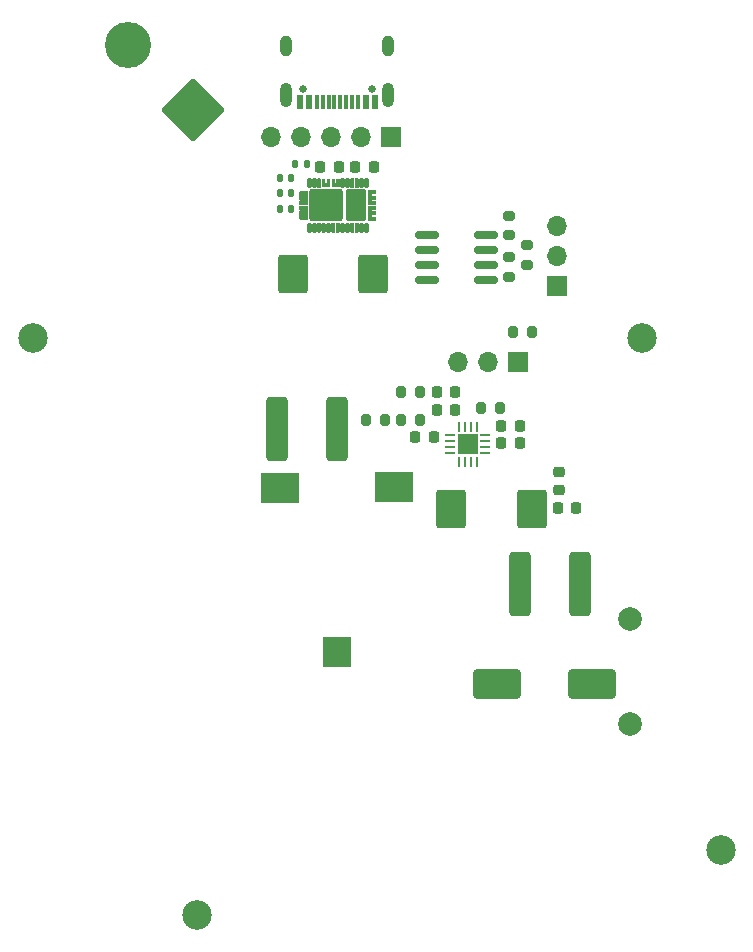
<source format=gts>
G04 #@! TF.GenerationSoftware,KiCad,Pcbnew,8.0.1*
G04 #@! TF.CreationDate,2024-05-25T23:28:09+08:00*
G04 #@! TF.ProjectId,BatteryPod,42617474-6572-4795-906f-642e6b696361,rev?*
G04 #@! TF.SameCoordinates,Original*
G04 #@! TF.FileFunction,Soldermask,Top*
G04 #@! TF.FilePolarity,Negative*
%FSLAX46Y46*%
G04 Gerber Fmt 4.6, Leading zero omitted, Abs format (unit mm)*
G04 Created by KiCad (PCBNEW 8.0.1) date 2024-05-25 23:28:09*
%MOMM*%
%LPD*%
G01*
G04 APERTURE LIST*
G04 Aperture macros list*
%AMRoundRect*
0 Rectangle with rounded corners*
0 $1 Rounding radius*
0 $2 $3 $4 $5 $6 $7 $8 $9 X,Y pos of 4 corners*
0 Add a 4 corners polygon primitive as box body*
4,1,4,$2,$3,$4,$5,$6,$7,$8,$9,$2,$3,0*
0 Add four circle primitives for the rounded corners*
1,1,$1+$1,$2,$3*
1,1,$1+$1,$4,$5*
1,1,$1+$1,$6,$7*
1,1,$1+$1,$8,$9*
0 Add four rect primitives between the rounded corners*
20,1,$1+$1,$2,$3,$4,$5,0*
20,1,$1+$1,$4,$5,$6,$7,0*
20,1,$1+$1,$6,$7,$8,$9,0*
20,1,$1+$1,$8,$9,$2,$3,0*%
G04 Aperture macros list end*
%ADD10C,0.010000*%
%ADD11C,0.400000*%
%ADD12RoundRect,0.192500X-1.217500X-1.182500X1.217500X-1.182500X1.217500X1.182500X-1.217500X1.182500X0*%
%ADD13RoundRect,0.114100X-0.700900X-1.260900X0.700900X-1.260900X0.700900X1.260900X-0.700900X1.260900X0*%
%ADD14RoundRect,0.225000X-0.225000X-0.250000X0.225000X-0.250000X0.225000X0.250000X-0.225000X0.250000X0*%
%ADD15R,0.812800X0.254000*%
%ADD16R,0.254000X0.812800*%
%ADD17R,1.752600X1.752600*%
%ADD18RoundRect,0.200000X0.200000X0.275000X-0.200000X0.275000X-0.200000X-0.275000X0.200000X-0.275000X0*%
%ADD19R,1.700000X1.700000*%
%ADD20O,1.700000X1.700000*%
%ADD21RoundRect,0.225000X0.250000X-0.225000X0.250000X0.225000X-0.250000X0.225000X-0.250000X-0.225000X0*%
%ADD22RoundRect,0.250000X-0.650000X-2.450000X0.650000X-2.450000X0.650000X2.450000X-0.650000X2.450000X0*%
%ADD23RoundRect,0.250002X2.404160X0.000000X0.000000X2.404160X-2.404160X0.000000X0.000000X-2.404160X0*%
%ADD24C,3.900000*%
%ADD25RoundRect,0.200000X0.275000X-0.200000X0.275000X0.200000X-0.275000X0.200000X-0.275000X-0.200000X0*%
%ADD26RoundRect,0.200000X-0.200000X-0.275000X0.200000X-0.275000X0.200000X0.275000X-0.200000X0.275000X0*%
%ADD27RoundRect,0.225000X0.225000X0.250000X-0.225000X0.250000X-0.225000X-0.250000X0.225000X-0.250000X0*%
%ADD28C,0.650000*%
%ADD29R,0.600000X1.240000*%
%ADD30R,0.300000X1.240000*%
%ADD31O,1.000000X2.100000*%
%ADD32O,1.000000X1.800000*%
%ADD33RoundRect,0.250000X-1.000000X1.400000X-1.000000X-1.400000X1.000000X-1.400000X1.000000X1.400000X0*%
%ADD34RoundRect,0.140000X0.140000X0.170000X-0.140000X0.170000X-0.140000X-0.170000X0.140000X-0.170000X0*%
%ADD35RoundRect,0.250000X1.000000X-1.400000X1.000000X1.400000X-1.000000X1.400000X-1.000000X-1.400000X0*%
%ADD36R,3.200000X2.600000*%
%ADD37R,3.200000X2.599990*%
%ADD38R,2.400000X2.600000*%
%ADD39RoundRect,0.150000X-0.825000X-0.150000X0.825000X-0.150000X0.825000X0.150000X-0.825000X0.150000X0*%
%ADD40RoundRect,0.200000X-0.275000X0.200000X-0.275000X-0.200000X0.275000X-0.200000X0.275000X0.200000X0*%
%ADD41RoundRect,0.250000X-1.750000X-1.000000X1.750000X-1.000000X1.750000X1.000000X-1.750000X1.000000X0*%
%ADD42C,2.500000*%
%ADD43C,2.000000*%
G04 APERTURE END LIST*
D10*
X107610000Y-88876000D02*
X107616000Y-88876000D01*
X107621000Y-88877000D01*
X107626000Y-88878000D01*
X107631000Y-88880000D01*
X107636000Y-88882000D01*
X107641000Y-88884000D01*
X107645000Y-88886000D01*
X107650000Y-88888000D01*
X107654000Y-88891000D01*
X107659000Y-88894000D01*
X107663000Y-88897000D01*
X107667000Y-88901000D01*
X107671000Y-88904000D01*
X107674000Y-88908000D01*
X107678000Y-88912000D01*
X107681000Y-88916000D01*
X107684000Y-88921000D01*
X107687000Y-88925000D01*
X107689000Y-88930000D01*
X107691000Y-88934000D01*
X107693000Y-88939000D01*
X107695000Y-88944000D01*
X107697000Y-88949000D01*
X107698000Y-88954000D01*
X107699000Y-88959000D01*
X107699000Y-88965000D01*
X107700000Y-88970000D01*
X107700000Y-88975000D01*
X107700000Y-89075000D01*
X107700000Y-89080000D01*
X107699000Y-89085000D01*
X107699000Y-89091000D01*
X107698000Y-89096000D01*
X107697000Y-89101000D01*
X107695000Y-89106000D01*
X107693000Y-89111000D01*
X107691000Y-89116000D01*
X107689000Y-89120000D01*
X107687000Y-89125000D01*
X107684000Y-89129000D01*
X107681000Y-89134000D01*
X107678000Y-89138000D01*
X107674000Y-89142000D01*
X107671000Y-89146000D01*
X107667000Y-89149000D01*
X107663000Y-89153000D01*
X107659000Y-89156000D01*
X107654000Y-89159000D01*
X107650000Y-89162000D01*
X107645000Y-89164000D01*
X107641000Y-89166000D01*
X107636000Y-89168000D01*
X107631000Y-89170000D01*
X107626000Y-89172000D01*
X107621000Y-89173000D01*
X107616000Y-89174000D01*
X107610000Y-89174000D01*
X107605000Y-89175000D01*
X107600000Y-89175000D01*
X107100000Y-89175000D01*
X107095000Y-89175000D01*
X107090000Y-89174000D01*
X107084000Y-89174000D01*
X107079000Y-89173000D01*
X107074000Y-89172000D01*
X107069000Y-89170000D01*
X107064000Y-89168000D01*
X107059000Y-89166000D01*
X107055000Y-89164000D01*
X107050000Y-89162000D01*
X107046000Y-89159000D01*
X107041000Y-89156000D01*
X107037000Y-89153000D01*
X107033000Y-89149000D01*
X107029000Y-89146000D01*
X107026000Y-89142000D01*
X107022000Y-89138000D01*
X107019000Y-89134000D01*
X107016000Y-89129000D01*
X107013000Y-89125000D01*
X107011000Y-89120000D01*
X107009000Y-89116000D01*
X107007000Y-89111000D01*
X107005000Y-89106000D01*
X107003000Y-89101000D01*
X107002000Y-89096000D01*
X107001000Y-89091000D01*
X107001000Y-89085000D01*
X107000000Y-89080000D01*
X107000000Y-89075000D01*
X107000000Y-88975000D01*
X107000000Y-88970000D01*
X107001000Y-88965000D01*
X107001000Y-88959000D01*
X107002000Y-88954000D01*
X107003000Y-88949000D01*
X107005000Y-88944000D01*
X107007000Y-88939000D01*
X107009000Y-88934000D01*
X107011000Y-88930000D01*
X107013000Y-88925000D01*
X107016000Y-88921000D01*
X107019000Y-88916000D01*
X107022000Y-88912000D01*
X107026000Y-88908000D01*
X107029000Y-88904000D01*
X107033000Y-88901000D01*
X107037000Y-88897000D01*
X107041000Y-88894000D01*
X107046000Y-88891000D01*
X107050000Y-88888000D01*
X107055000Y-88886000D01*
X107059000Y-88884000D01*
X107064000Y-88882000D01*
X107069000Y-88880000D01*
X107074000Y-88878000D01*
X107079000Y-88877000D01*
X107084000Y-88876000D01*
X107090000Y-88876000D01*
X107095000Y-88875000D01*
X107100000Y-88875000D01*
X107600000Y-88875000D01*
X107605000Y-88875000D01*
X107610000Y-88876000D01*
G36*
X107610000Y-88876000D02*
G01*
X107616000Y-88876000D01*
X107621000Y-88877000D01*
X107626000Y-88878000D01*
X107631000Y-88880000D01*
X107636000Y-88882000D01*
X107641000Y-88884000D01*
X107645000Y-88886000D01*
X107650000Y-88888000D01*
X107654000Y-88891000D01*
X107659000Y-88894000D01*
X107663000Y-88897000D01*
X107667000Y-88901000D01*
X107671000Y-88904000D01*
X107674000Y-88908000D01*
X107678000Y-88912000D01*
X107681000Y-88916000D01*
X107684000Y-88921000D01*
X107687000Y-88925000D01*
X107689000Y-88930000D01*
X107691000Y-88934000D01*
X107693000Y-88939000D01*
X107695000Y-88944000D01*
X107697000Y-88949000D01*
X107698000Y-88954000D01*
X107699000Y-88959000D01*
X107699000Y-88965000D01*
X107700000Y-88970000D01*
X107700000Y-88975000D01*
X107700000Y-89075000D01*
X107700000Y-89080000D01*
X107699000Y-89085000D01*
X107699000Y-89091000D01*
X107698000Y-89096000D01*
X107697000Y-89101000D01*
X107695000Y-89106000D01*
X107693000Y-89111000D01*
X107691000Y-89116000D01*
X107689000Y-89120000D01*
X107687000Y-89125000D01*
X107684000Y-89129000D01*
X107681000Y-89134000D01*
X107678000Y-89138000D01*
X107674000Y-89142000D01*
X107671000Y-89146000D01*
X107667000Y-89149000D01*
X107663000Y-89153000D01*
X107659000Y-89156000D01*
X107654000Y-89159000D01*
X107650000Y-89162000D01*
X107645000Y-89164000D01*
X107641000Y-89166000D01*
X107636000Y-89168000D01*
X107631000Y-89170000D01*
X107626000Y-89172000D01*
X107621000Y-89173000D01*
X107616000Y-89174000D01*
X107610000Y-89174000D01*
X107605000Y-89175000D01*
X107600000Y-89175000D01*
X107100000Y-89175000D01*
X107095000Y-89175000D01*
X107090000Y-89174000D01*
X107084000Y-89174000D01*
X107079000Y-89173000D01*
X107074000Y-89172000D01*
X107069000Y-89170000D01*
X107064000Y-89168000D01*
X107059000Y-89166000D01*
X107055000Y-89164000D01*
X107050000Y-89162000D01*
X107046000Y-89159000D01*
X107041000Y-89156000D01*
X107037000Y-89153000D01*
X107033000Y-89149000D01*
X107029000Y-89146000D01*
X107026000Y-89142000D01*
X107022000Y-89138000D01*
X107019000Y-89134000D01*
X107016000Y-89129000D01*
X107013000Y-89125000D01*
X107011000Y-89120000D01*
X107009000Y-89116000D01*
X107007000Y-89111000D01*
X107005000Y-89106000D01*
X107003000Y-89101000D01*
X107002000Y-89096000D01*
X107001000Y-89091000D01*
X107001000Y-89085000D01*
X107000000Y-89080000D01*
X107000000Y-89075000D01*
X107000000Y-88975000D01*
X107000000Y-88970000D01*
X107001000Y-88965000D01*
X107001000Y-88959000D01*
X107002000Y-88954000D01*
X107003000Y-88949000D01*
X107005000Y-88944000D01*
X107007000Y-88939000D01*
X107009000Y-88934000D01*
X107011000Y-88930000D01*
X107013000Y-88925000D01*
X107016000Y-88921000D01*
X107019000Y-88916000D01*
X107022000Y-88912000D01*
X107026000Y-88908000D01*
X107029000Y-88904000D01*
X107033000Y-88901000D01*
X107037000Y-88897000D01*
X107041000Y-88894000D01*
X107046000Y-88891000D01*
X107050000Y-88888000D01*
X107055000Y-88886000D01*
X107059000Y-88884000D01*
X107064000Y-88882000D01*
X107069000Y-88880000D01*
X107074000Y-88878000D01*
X107079000Y-88877000D01*
X107084000Y-88876000D01*
X107090000Y-88876000D01*
X107095000Y-88875000D01*
X107100000Y-88875000D01*
X107600000Y-88875000D01*
X107605000Y-88875000D01*
X107610000Y-88876000D01*
G37*
X107610000Y-89276000D02*
X107616000Y-89276000D01*
X107621000Y-89277000D01*
X107626000Y-89278000D01*
X107631000Y-89280000D01*
X107636000Y-89282000D01*
X107641000Y-89284000D01*
X107645000Y-89286000D01*
X107650000Y-89288000D01*
X107654000Y-89291000D01*
X107659000Y-89294000D01*
X107663000Y-89297000D01*
X107667000Y-89301000D01*
X107671000Y-89304000D01*
X107674000Y-89308000D01*
X107678000Y-89312000D01*
X107681000Y-89316000D01*
X107684000Y-89321000D01*
X107687000Y-89325000D01*
X107689000Y-89330000D01*
X107691000Y-89334000D01*
X107693000Y-89339000D01*
X107695000Y-89344000D01*
X107697000Y-89349000D01*
X107698000Y-89354000D01*
X107699000Y-89359000D01*
X107699000Y-89365000D01*
X107700000Y-89370000D01*
X107700000Y-89375000D01*
X107700000Y-89475000D01*
X107700000Y-89480000D01*
X107699000Y-89485000D01*
X107699000Y-89491000D01*
X107698000Y-89496000D01*
X107697000Y-89501000D01*
X107695000Y-89506000D01*
X107693000Y-89511000D01*
X107691000Y-89516000D01*
X107689000Y-89520000D01*
X107687000Y-89525000D01*
X107684000Y-89529000D01*
X107681000Y-89534000D01*
X107678000Y-89538000D01*
X107674000Y-89542000D01*
X107671000Y-89546000D01*
X107667000Y-89549000D01*
X107663000Y-89553000D01*
X107659000Y-89556000D01*
X107654000Y-89559000D01*
X107650000Y-89562000D01*
X107645000Y-89564000D01*
X107641000Y-89566000D01*
X107636000Y-89568000D01*
X107631000Y-89570000D01*
X107626000Y-89572000D01*
X107621000Y-89573000D01*
X107616000Y-89574000D01*
X107610000Y-89574000D01*
X107605000Y-89575000D01*
X107600000Y-89575000D01*
X107100000Y-89575000D01*
X107095000Y-89575000D01*
X107090000Y-89574000D01*
X107084000Y-89574000D01*
X107079000Y-89573000D01*
X107074000Y-89572000D01*
X107069000Y-89570000D01*
X107064000Y-89568000D01*
X107059000Y-89566000D01*
X107055000Y-89564000D01*
X107050000Y-89562000D01*
X107046000Y-89559000D01*
X107041000Y-89556000D01*
X107037000Y-89553000D01*
X107033000Y-89549000D01*
X107029000Y-89546000D01*
X107026000Y-89542000D01*
X107022000Y-89538000D01*
X107019000Y-89534000D01*
X107016000Y-89529000D01*
X107013000Y-89525000D01*
X107011000Y-89520000D01*
X107009000Y-89516000D01*
X107007000Y-89511000D01*
X107005000Y-89506000D01*
X107003000Y-89501000D01*
X107002000Y-89496000D01*
X107001000Y-89491000D01*
X107001000Y-89485000D01*
X107000000Y-89480000D01*
X107000000Y-89475000D01*
X107000000Y-89375000D01*
X107000000Y-89370000D01*
X107001000Y-89365000D01*
X107001000Y-89359000D01*
X107002000Y-89354000D01*
X107003000Y-89349000D01*
X107005000Y-89344000D01*
X107007000Y-89339000D01*
X107009000Y-89334000D01*
X107011000Y-89330000D01*
X107013000Y-89325000D01*
X107016000Y-89321000D01*
X107019000Y-89316000D01*
X107022000Y-89312000D01*
X107026000Y-89308000D01*
X107029000Y-89304000D01*
X107033000Y-89301000D01*
X107037000Y-89297000D01*
X107041000Y-89294000D01*
X107046000Y-89291000D01*
X107050000Y-89288000D01*
X107055000Y-89286000D01*
X107059000Y-89284000D01*
X107064000Y-89282000D01*
X107069000Y-89280000D01*
X107074000Y-89278000D01*
X107079000Y-89277000D01*
X107084000Y-89276000D01*
X107090000Y-89276000D01*
X107095000Y-89275000D01*
X107100000Y-89275000D01*
X107600000Y-89275000D01*
X107605000Y-89275000D01*
X107610000Y-89276000D01*
G36*
X107610000Y-89276000D02*
G01*
X107616000Y-89276000D01*
X107621000Y-89277000D01*
X107626000Y-89278000D01*
X107631000Y-89280000D01*
X107636000Y-89282000D01*
X107641000Y-89284000D01*
X107645000Y-89286000D01*
X107650000Y-89288000D01*
X107654000Y-89291000D01*
X107659000Y-89294000D01*
X107663000Y-89297000D01*
X107667000Y-89301000D01*
X107671000Y-89304000D01*
X107674000Y-89308000D01*
X107678000Y-89312000D01*
X107681000Y-89316000D01*
X107684000Y-89321000D01*
X107687000Y-89325000D01*
X107689000Y-89330000D01*
X107691000Y-89334000D01*
X107693000Y-89339000D01*
X107695000Y-89344000D01*
X107697000Y-89349000D01*
X107698000Y-89354000D01*
X107699000Y-89359000D01*
X107699000Y-89365000D01*
X107700000Y-89370000D01*
X107700000Y-89375000D01*
X107700000Y-89475000D01*
X107700000Y-89480000D01*
X107699000Y-89485000D01*
X107699000Y-89491000D01*
X107698000Y-89496000D01*
X107697000Y-89501000D01*
X107695000Y-89506000D01*
X107693000Y-89511000D01*
X107691000Y-89516000D01*
X107689000Y-89520000D01*
X107687000Y-89525000D01*
X107684000Y-89529000D01*
X107681000Y-89534000D01*
X107678000Y-89538000D01*
X107674000Y-89542000D01*
X107671000Y-89546000D01*
X107667000Y-89549000D01*
X107663000Y-89553000D01*
X107659000Y-89556000D01*
X107654000Y-89559000D01*
X107650000Y-89562000D01*
X107645000Y-89564000D01*
X107641000Y-89566000D01*
X107636000Y-89568000D01*
X107631000Y-89570000D01*
X107626000Y-89572000D01*
X107621000Y-89573000D01*
X107616000Y-89574000D01*
X107610000Y-89574000D01*
X107605000Y-89575000D01*
X107600000Y-89575000D01*
X107100000Y-89575000D01*
X107095000Y-89575000D01*
X107090000Y-89574000D01*
X107084000Y-89574000D01*
X107079000Y-89573000D01*
X107074000Y-89572000D01*
X107069000Y-89570000D01*
X107064000Y-89568000D01*
X107059000Y-89566000D01*
X107055000Y-89564000D01*
X107050000Y-89562000D01*
X107046000Y-89559000D01*
X107041000Y-89556000D01*
X107037000Y-89553000D01*
X107033000Y-89549000D01*
X107029000Y-89546000D01*
X107026000Y-89542000D01*
X107022000Y-89538000D01*
X107019000Y-89534000D01*
X107016000Y-89529000D01*
X107013000Y-89525000D01*
X107011000Y-89520000D01*
X107009000Y-89516000D01*
X107007000Y-89511000D01*
X107005000Y-89506000D01*
X107003000Y-89501000D01*
X107002000Y-89496000D01*
X107001000Y-89491000D01*
X107001000Y-89485000D01*
X107000000Y-89480000D01*
X107000000Y-89475000D01*
X107000000Y-89375000D01*
X107000000Y-89370000D01*
X107001000Y-89365000D01*
X107001000Y-89359000D01*
X107002000Y-89354000D01*
X107003000Y-89349000D01*
X107005000Y-89344000D01*
X107007000Y-89339000D01*
X107009000Y-89334000D01*
X107011000Y-89330000D01*
X107013000Y-89325000D01*
X107016000Y-89321000D01*
X107019000Y-89316000D01*
X107022000Y-89312000D01*
X107026000Y-89308000D01*
X107029000Y-89304000D01*
X107033000Y-89301000D01*
X107037000Y-89297000D01*
X107041000Y-89294000D01*
X107046000Y-89291000D01*
X107050000Y-89288000D01*
X107055000Y-89286000D01*
X107059000Y-89284000D01*
X107064000Y-89282000D01*
X107069000Y-89280000D01*
X107074000Y-89278000D01*
X107079000Y-89277000D01*
X107084000Y-89276000D01*
X107090000Y-89276000D01*
X107095000Y-89275000D01*
X107100000Y-89275000D01*
X107600000Y-89275000D01*
X107605000Y-89275000D01*
X107610000Y-89276000D01*
G37*
X107610000Y-89676000D02*
X107616000Y-89676000D01*
X107621000Y-89677000D01*
X107626000Y-89678000D01*
X107631000Y-89680000D01*
X107636000Y-89682000D01*
X107641000Y-89684000D01*
X107645000Y-89686000D01*
X107650000Y-89688000D01*
X107654000Y-89691000D01*
X107659000Y-89694000D01*
X107663000Y-89697000D01*
X107667000Y-89701000D01*
X107671000Y-89704000D01*
X107674000Y-89708000D01*
X107678000Y-89712000D01*
X107681000Y-89716000D01*
X107684000Y-89721000D01*
X107687000Y-89725000D01*
X107689000Y-89730000D01*
X107691000Y-89734000D01*
X107693000Y-89739000D01*
X107695000Y-89744000D01*
X107697000Y-89749000D01*
X107698000Y-89754000D01*
X107699000Y-89759000D01*
X107699000Y-89765000D01*
X107700000Y-89770000D01*
X107700000Y-89775000D01*
X107700000Y-89875000D01*
X107700000Y-89880000D01*
X107699000Y-89885000D01*
X107699000Y-89891000D01*
X107698000Y-89896000D01*
X107697000Y-89901000D01*
X107695000Y-89906000D01*
X107693000Y-89911000D01*
X107691000Y-89916000D01*
X107689000Y-89920000D01*
X107687000Y-89925000D01*
X107684000Y-89929000D01*
X107681000Y-89934000D01*
X107678000Y-89938000D01*
X107674000Y-89942000D01*
X107671000Y-89946000D01*
X107667000Y-89949000D01*
X107663000Y-89953000D01*
X107659000Y-89956000D01*
X107654000Y-89959000D01*
X107650000Y-89962000D01*
X107645000Y-89964000D01*
X107641000Y-89966000D01*
X107636000Y-89968000D01*
X107631000Y-89970000D01*
X107626000Y-89972000D01*
X107621000Y-89973000D01*
X107616000Y-89974000D01*
X107610000Y-89974000D01*
X107605000Y-89975000D01*
X107600000Y-89975000D01*
X107100000Y-89975000D01*
X107095000Y-89975000D01*
X107090000Y-89974000D01*
X107084000Y-89974000D01*
X107079000Y-89973000D01*
X107074000Y-89972000D01*
X107069000Y-89970000D01*
X107064000Y-89968000D01*
X107059000Y-89966000D01*
X107055000Y-89964000D01*
X107050000Y-89962000D01*
X107046000Y-89959000D01*
X107041000Y-89956000D01*
X107037000Y-89953000D01*
X107033000Y-89949000D01*
X107029000Y-89946000D01*
X107026000Y-89942000D01*
X107022000Y-89938000D01*
X107019000Y-89934000D01*
X107016000Y-89929000D01*
X107013000Y-89925000D01*
X107011000Y-89920000D01*
X107009000Y-89916000D01*
X107007000Y-89911000D01*
X107005000Y-89906000D01*
X107003000Y-89901000D01*
X107002000Y-89896000D01*
X107001000Y-89891000D01*
X107001000Y-89885000D01*
X107000000Y-89880000D01*
X107000000Y-89875000D01*
X107000000Y-89775000D01*
X107000000Y-89770000D01*
X107001000Y-89765000D01*
X107001000Y-89759000D01*
X107002000Y-89754000D01*
X107003000Y-89749000D01*
X107005000Y-89744000D01*
X107007000Y-89739000D01*
X107009000Y-89734000D01*
X107011000Y-89730000D01*
X107013000Y-89725000D01*
X107016000Y-89721000D01*
X107019000Y-89716000D01*
X107022000Y-89712000D01*
X107026000Y-89708000D01*
X107029000Y-89704000D01*
X107033000Y-89701000D01*
X107037000Y-89697000D01*
X107041000Y-89694000D01*
X107046000Y-89691000D01*
X107050000Y-89688000D01*
X107055000Y-89686000D01*
X107059000Y-89684000D01*
X107064000Y-89682000D01*
X107069000Y-89680000D01*
X107074000Y-89678000D01*
X107079000Y-89677000D01*
X107084000Y-89676000D01*
X107090000Y-89676000D01*
X107095000Y-89675000D01*
X107100000Y-89675000D01*
X107600000Y-89675000D01*
X107605000Y-89675000D01*
X107610000Y-89676000D01*
G36*
X107610000Y-89676000D02*
G01*
X107616000Y-89676000D01*
X107621000Y-89677000D01*
X107626000Y-89678000D01*
X107631000Y-89680000D01*
X107636000Y-89682000D01*
X107641000Y-89684000D01*
X107645000Y-89686000D01*
X107650000Y-89688000D01*
X107654000Y-89691000D01*
X107659000Y-89694000D01*
X107663000Y-89697000D01*
X107667000Y-89701000D01*
X107671000Y-89704000D01*
X107674000Y-89708000D01*
X107678000Y-89712000D01*
X107681000Y-89716000D01*
X107684000Y-89721000D01*
X107687000Y-89725000D01*
X107689000Y-89730000D01*
X107691000Y-89734000D01*
X107693000Y-89739000D01*
X107695000Y-89744000D01*
X107697000Y-89749000D01*
X107698000Y-89754000D01*
X107699000Y-89759000D01*
X107699000Y-89765000D01*
X107700000Y-89770000D01*
X107700000Y-89775000D01*
X107700000Y-89875000D01*
X107700000Y-89880000D01*
X107699000Y-89885000D01*
X107699000Y-89891000D01*
X107698000Y-89896000D01*
X107697000Y-89901000D01*
X107695000Y-89906000D01*
X107693000Y-89911000D01*
X107691000Y-89916000D01*
X107689000Y-89920000D01*
X107687000Y-89925000D01*
X107684000Y-89929000D01*
X107681000Y-89934000D01*
X107678000Y-89938000D01*
X107674000Y-89942000D01*
X107671000Y-89946000D01*
X107667000Y-89949000D01*
X107663000Y-89953000D01*
X107659000Y-89956000D01*
X107654000Y-89959000D01*
X107650000Y-89962000D01*
X107645000Y-89964000D01*
X107641000Y-89966000D01*
X107636000Y-89968000D01*
X107631000Y-89970000D01*
X107626000Y-89972000D01*
X107621000Y-89973000D01*
X107616000Y-89974000D01*
X107610000Y-89974000D01*
X107605000Y-89975000D01*
X107600000Y-89975000D01*
X107100000Y-89975000D01*
X107095000Y-89975000D01*
X107090000Y-89974000D01*
X107084000Y-89974000D01*
X107079000Y-89973000D01*
X107074000Y-89972000D01*
X107069000Y-89970000D01*
X107064000Y-89968000D01*
X107059000Y-89966000D01*
X107055000Y-89964000D01*
X107050000Y-89962000D01*
X107046000Y-89959000D01*
X107041000Y-89956000D01*
X107037000Y-89953000D01*
X107033000Y-89949000D01*
X107029000Y-89946000D01*
X107026000Y-89942000D01*
X107022000Y-89938000D01*
X107019000Y-89934000D01*
X107016000Y-89929000D01*
X107013000Y-89925000D01*
X107011000Y-89920000D01*
X107009000Y-89916000D01*
X107007000Y-89911000D01*
X107005000Y-89906000D01*
X107003000Y-89901000D01*
X107002000Y-89896000D01*
X107001000Y-89891000D01*
X107001000Y-89885000D01*
X107000000Y-89880000D01*
X107000000Y-89875000D01*
X107000000Y-89775000D01*
X107000000Y-89770000D01*
X107001000Y-89765000D01*
X107001000Y-89759000D01*
X107002000Y-89754000D01*
X107003000Y-89749000D01*
X107005000Y-89744000D01*
X107007000Y-89739000D01*
X107009000Y-89734000D01*
X107011000Y-89730000D01*
X107013000Y-89725000D01*
X107016000Y-89721000D01*
X107019000Y-89716000D01*
X107022000Y-89712000D01*
X107026000Y-89708000D01*
X107029000Y-89704000D01*
X107033000Y-89701000D01*
X107037000Y-89697000D01*
X107041000Y-89694000D01*
X107046000Y-89691000D01*
X107050000Y-89688000D01*
X107055000Y-89686000D01*
X107059000Y-89684000D01*
X107064000Y-89682000D01*
X107069000Y-89680000D01*
X107074000Y-89678000D01*
X107079000Y-89677000D01*
X107084000Y-89676000D01*
X107090000Y-89676000D01*
X107095000Y-89675000D01*
X107100000Y-89675000D01*
X107600000Y-89675000D01*
X107605000Y-89675000D01*
X107610000Y-89676000D01*
G37*
X107610000Y-90076000D02*
X107616000Y-90076000D01*
X107621000Y-90077000D01*
X107626000Y-90078000D01*
X107631000Y-90080000D01*
X107636000Y-90082000D01*
X107641000Y-90084000D01*
X107645000Y-90086000D01*
X107650000Y-90088000D01*
X107654000Y-90091000D01*
X107659000Y-90094000D01*
X107663000Y-90097000D01*
X107667000Y-90101000D01*
X107671000Y-90104000D01*
X107674000Y-90108000D01*
X107678000Y-90112000D01*
X107681000Y-90116000D01*
X107684000Y-90121000D01*
X107687000Y-90125000D01*
X107689000Y-90130000D01*
X107691000Y-90134000D01*
X107693000Y-90139000D01*
X107695000Y-90144000D01*
X107697000Y-90149000D01*
X107698000Y-90154000D01*
X107699000Y-90159000D01*
X107699000Y-90165000D01*
X107700000Y-90170000D01*
X107700000Y-90175000D01*
X107700000Y-90275000D01*
X107700000Y-90280000D01*
X107699000Y-90285000D01*
X107699000Y-90291000D01*
X107698000Y-90296000D01*
X107697000Y-90301000D01*
X107695000Y-90306000D01*
X107693000Y-90311000D01*
X107691000Y-90316000D01*
X107689000Y-90320000D01*
X107687000Y-90325000D01*
X107684000Y-90329000D01*
X107681000Y-90334000D01*
X107678000Y-90338000D01*
X107674000Y-90342000D01*
X107671000Y-90346000D01*
X107667000Y-90349000D01*
X107663000Y-90353000D01*
X107659000Y-90356000D01*
X107654000Y-90359000D01*
X107650000Y-90362000D01*
X107645000Y-90364000D01*
X107641000Y-90366000D01*
X107636000Y-90368000D01*
X107631000Y-90370000D01*
X107626000Y-90372000D01*
X107621000Y-90373000D01*
X107616000Y-90374000D01*
X107610000Y-90374000D01*
X107605000Y-90375000D01*
X107600000Y-90375000D01*
X107100000Y-90375000D01*
X107095000Y-90375000D01*
X107090000Y-90374000D01*
X107084000Y-90374000D01*
X107079000Y-90373000D01*
X107074000Y-90372000D01*
X107069000Y-90370000D01*
X107064000Y-90368000D01*
X107059000Y-90366000D01*
X107055000Y-90364000D01*
X107050000Y-90362000D01*
X107046000Y-90359000D01*
X107041000Y-90356000D01*
X107037000Y-90353000D01*
X107033000Y-90349000D01*
X107029000Y-90346000D01*
X107026000Y-90342000D01*
X107022000Y-90338000D01*
X107019000Y-90334000D01*
X107016000Y-90329000D01*
X107013000Y-90325000D01*
X107011000Y-90320000D01*
X107009000Y-90316000D01*
X107007000Y-90311000D01*
X107005000Y-90306000D01*
X107003000Y-90301000D01*
X107002000Y-90296000D01*
X107001000Y-90291000D01*
X107001000Y-90285000D01*
X107000000Y-90280000D01*
X107000000Y-90275000D01*
X107000000Y-90175000D01*
X107000000Y-90170000D01*
X107001000Y-90165000D01*
X107001000Y-90159000D01*
X107002000Y-90154000D01*
X107003000Y-90149000D01*
X107005000Y-90144000D01*
X107007000Y-90139000D01*
X107009000Y-90134000D01*
X107011000Y-90130000D01*
X107013000Y-90125000D01*
X107016000Y-90121000D01*
X107019000Y-90116000D01*
X107022000Y-90112000D01*
X107026000Y-90108000D01*
X107029000Y-90104000D01*
X107033000Y-90101000D01*
X107037000Y-90097000D01*
X107041000Y-90094000D01*
X107046000Y-90091000D01*
X107050000Y-90088000D01*
X107055000Y-90086000D01*
X107059000Y-90084000D01*
X107064000Y-90082000D01*
X107069000Y-90080000D01*
X107074000Y-90078000D01*
X107079000Y-90077000D01*
X107084000Y-90076000D01*
X107090000Y-90076000D01*
X107095000Y-90075000D01*
X107100000Y-90075000D01*
X107600000Y-90075000D01*
X107605000Y-90075000D01*
X107610000Y-90076000D01*
G36*
X107610000Y-90076000D02*
G01*
X107616000Y-90076000D01*
X107621000Y-90077000D01*
X107626000Y-90078000D01*
X107631000Y-90080000D01*
X107636000Y-90082000D01*
X107641000Y-90084000D01*
X107645000Y-90086000D01*
X107650000Y-90088000D01*
X107654000Y-90091000D01*
X107659000Y-90094000D01*
X107663000Y-90097000D01*
X107667000Y-90101000D01*
X107671000Y-90104000D01*
X107674000Y-90108000D01*
X107678000Y-90112000D01*
X107681000Y-90116000D01*
X107684000Y-90121000D01*
X107687000Y-90125000D01*
X107689000Y-90130000D01*
X107691000Y-90134000D01*
X107693000Y-90139000D01*
X107695000Y-90144000D01*
X107697000Y-90149000D01*
X107698000Y-90154000D01*
X107699000Y-90159000D01*
X107699000Y-90165000D01*
X107700000Y-90170000D01*
X107700000Y-90175000D01*
X107700000Y-90275000D01*
X107700000Y-90280000D01*
X107699000Y-90285000D01*
X107699000Y-90291000D01*
X107698000Y-90296000D01*
X107697000Y-90301000D01*
X107695000Y-90306000D01*
X107693000Y-90311000D01*
X107691000Y-90316000D01*
X107689000Y-90320000D01*
X107687000Y-90325000D01*
X107684000Y-90329000D01*
X107681000Y-90334000D01*
X107678000Y-90338000D01*
X107674000Y-90342000D01*
X107671000Y-90346000D01*
X107667000Y-90349000D01*
X107663000Y-90353000D01*
X107659000Y-90356000D01*
X107654000Y-90359000D01*
X107650000Y-90362000D01*
X107645000Y-90364000D01*
X107641000Y-90366000D01*
X107636000Y-90368000D01*
X107631000Y-90370000D01*
X107626000Y-90372000D01*
X107621000Y-90373000D01*
X107616000Y-90374000D01*
X107610000Y-90374000D01*
X107605000Y-90375000D01*
X107600000Y-90375000D01*
X107100000Y-90375000D01*
X107095000Y-90375000D01*
X107090000Y-90374000D01*
X107084000Y-90374000D01*
X107079000Y-90373000D01*
X107074000Y-90372000D01*
X107069000Y-90370000D01*
X107064000Y-90368000D01*
X107059000Y-90366000D01*
X107055000Y-90364000D01*
X107050000Y-90362000D01*
X107046000Y-90359000D01*
X107041000Y-90356000D01*
X107037000Y-90353000D01*
X107033000Y-90349000D01*
X107029000Y-90346000D01*
X107026000Y-90342000D01*
X107022000Y-90338000D01*
X107019000Y-90334000D01*
X107016000Y-90329000D01*
X107013000Y-90325000D01*
X107011000Y-90320000D01*
X107009000Y-90316000D01*
X107007000Y-90311000D01*
X107005000Y-90306000D01*
X107003000Y-90301000D01*
X107002000Y-90296000D01*
X107001000Y-90291000D01*
X107001000Y-90285000D01*
X107000000Y-90280000D01*
X107000000Y-90275000D01*
X107000000Y-90175000D01*
X107000000Y-90170000D01*
X107001000Y-90165000D01*
X107001000Y-90159000D01*
X107002000Y-90154000D01*
X107003000Y-90149000D01*
X107005000Y-90144000D01*
X107007000Y-90139000D01*
X107009000Y-90134000D01*
X107011000Y-90130000D01*
X107013000Y-90125000D01*
X107016000Y-90121000D01*
X107019000Y-90116000D01*
X107022000Y-90112000D01*
X107026000Y-90108000D01*
X107029000Y-90104000D01*
X107033000Y-90101000D01*
X107037000Y-90097000D01*
X107041000Y-90094000D01*
X107046000Y-90091000D01*
X107050000Y-90088000D01*
X107055000Y-90086000D01*
X107059000Y-90084000D01*
X107064000Y-90082000D01*
X107069000Y-90080000D01*
X107074000Y-90078000D01*
X107079000Y-90077000D01*
X107084000Y-90076000D01*
X107090000Y-90076000D01*
X107095000Y-90075000D01*
X107100000Y-90075000D01*
X107600000Y-90075000D01*
X107605000Y-90075000D01*
X107610000Y-90076000D01*
G37*
X107610000Y-90476000D02*
X107616000Y-90476000D01*
X107621000Y-90477000D01*
X107626000Y-90478000D01*
X107631000Y-90480000D01*
X107636000Y-90482000D01*
X107641000Y-90484000D01*
X107645000Y-90486000D01*
X107650000Y-90488000D01*
X107654000Y-90491000D01*
X107659000Y-90494000D01*
X107663000Y-90497000D01*
X107667000Y-90501000D01*
X107671000Y-90504000D01*
X107674000Y-90508000D01*
X107678000Y-90512000D01*
X107681000Y-90516000D01*
X107684000Y-90521000D01*
X107687000Y-90525000D01*
X107689000Y-90530000D01*
X107691000Y-90534000D01*
X107693000Y-90539000D01*
X107695000Y-90544000D01*
X107697000Y-90549000D01*
X107698000Y-90554000D01*
X107699000Y-90559000D01*
X107699000Y-90565000D01*
X107700000Y-90570000D01*
X107700000Y-90575000D01*
X107700000Y-90675000D01*
X107700000Y-90680000D01*
X107699000Y-90685000D01*
X107699000Y-90691000D01*
X107698000Y-90696000D01*
X107697000Y-90701000D01*
X107695000Y-90706000D01*
X107693000Y-90711000D01*
X107691000Y-90716000D01*
X107689000Y-90720000D01*
X107687000Y-90725000D01*
X107684000Y-90729000D01*
X107681000Y-90734000D01*
X107678000Y-90738000D01*
X107674000Y-90742000D01*
X107671000Y-90746000D01*
X107667000Y-90749000D01*
X107663000Y-90753000D01*
X107659000Y-90756000D01*
X107654000Y-90759000D01*
X107650000Y-90762000D01*
X107645000Y-90764000D01*
X107641000Y-90766000D01*
X107636000Y-90768000D01*
X107631000Y-90770000D01*
X107626000Y-90772000D01*
X107621000Y-90773000D01*
X107616000Y-90774000D01*
X107610000Y-90774000D01*
X107605000Y-90775000D01*
X107600000Y-90775000D01*
X107100000Y-90775000D01*
X107095000Y-90775000D01*
X107090000Y-90774000D01*
X107084000Y-90774000D01*
X107079000Y-90773000D01*
X107074000Y-90772000D01*
X107069000Y-90770000D01*
X107064000Y-90768000D01*
X107059000Y-90766000D01*
X107055000Y-90764000D01*
X107050000Y-90762000D01*
X107046000Y-90759000D01*
X107041000Y-90756000D01*
X107037000Y-90753000D01*
X107033000Y-90749000D01*
X107029000Y-90746000D01*
X107026000Y-90742000D01*
X107022000Y-90738000D01*
X107019000Y-90734000D01*
X107016000Y-90729000D01*
X107013000Y-90725000D01*
X107011000Y-90720000D01*
X107009000Y-90716000D01*
X107007000Y-90711000D01*
X107005000Y-90706000D01*
X107003000Y-90701000D01*
X107002000Y-90696000D01*
X107001000Y-90691000D01*
X107001000Y-90685000D01*
X107000000Y-90680000D01*
X107000000Y-90675000D01*
X107000000Y-90575000D01*
X107000000Y-90570000D01*
X107001000Y-90565000D01*
X107001000Y-90559000D01*
X107002000Y-90554000D01*
X107003000Y-90549000D01*
X107005000Y-90544000D01*
X107007000Y-90539000D01*
X107009000Y-90534000D01*
X107011000Y-90530000D01*
X107013000Y-90525000D01*
X107016000Y-90521000D01*
X107019000Y-90516000D01*
X107022000Y-90512000D01*
X107026000Y-90508000D01*
X107029000Y-90504000D01*
X107033000Y-90501000D01*
X107037000Y-90497000D01*
X107041000Y-90494000D01*
X107046000Y-90491000D01*
X107050000Y-90488000D01*
X107055000Y-90486000D01*
X107059000Y-90484000D01*
X107064000Y-90482000D01*
X107069000Y-90480000D01*
X107074000Y-90478000D01*
X107079000Y-90477000D01*
X107084000Y-90476000D01*
X107090000Y-90476000D01*
X107095000Y-90475000D01*
X107100000Y-90475000D01*
X107600000Y-90475000D01*
X107605000Y-90475000D01*
X107610000Y-90476000D01*
G36*
X107610000Y-90476000D02*
G01*
X107616000Y-90476000D01*
X107621000Y-90477000D01*
X107626000Y-90478000D01*
X107631000Y-90480000D01*
X107636000Y-90482000D01*
X107641000Y-90484000D01*
X107645000Y-90486000D01*
X107650000Y-90488000D01*
X107654000Y-90491000D01*
X107659000Y-90494000D01*
X107663000Y-90497000D01*
X107667000Y-90501000D01*
X107671000Y-90504000D01*
X107674000Y-90508000D01*
X107678000Y-90512000D01*
X107681000Y-90516000D01*
X107684000Y-90521000D01*
X107687000Y-90525000D01*
X107689000Y-90530000D01*
X107691000Y-90534000D01*
X107693000Y-90539000D01*
X107695000Y-90544000D01*
X107697000Y-90549000D01*
X107698000Y-90554000D01*
X107699000Y-90559000D01*
X107699000Y-90565000D01*
X107700000Y-90570000D01*
X107700000Y-90575000D01*
X107700000Y-90675000D01*
X107700000Y-90680000D01*
X107699000Y-90685000D01*
X107699000Y-90691000D01*
X107698000Y-90696000D01*
X107697000Y-90701000D01*
X107695000Y-90706000D01*
X107693000Y-90711000D01*
X107691000Y-90716000D01*
X107689000Y-90720000D01*
X107687000Y-90725000D01*
X107684000Y-90729000D01*
X107681000Y-90734000D01*
X107678000Y-90738000D01*
X107674000Y-90742000D01*
X107671000Y-90746000D01*
X107667000Y-90749000D01*
X107663000Y-90753000D01*
X107659000Y-90756000D01*
X107654000Y-90759000D01*
X107650000Y-90762000D01*
X107645000Y-90764000D01*
X107641000Y-90766000D01*
X107636000Y-90768000D01*
X107631000Y-90770000D01*
X107626000Y-90772000D01*
X107621000Y-90773000D01*
X107616000Y-90774000D01*
X107610000Y-90774000D01*
X107605000Y-90775000D01*
X107600000Y-90775000D01*
X107100000Y-90775000D01*
X107095000Y-90775000D01*
X107090000Y-90774000D01*
X107084000Y-90774000D01*
X107079000Y-90773000D01*
X107074000Y-90772000D01*
X107069000Y-90770000D01*
X107064000Y-90768000D01*
X107059000Y-90766000D01*
X107055000Y-90764000D01*
X107050000Y-90762000D01*
X107046000Y-90759000D01*
X107041000Y-90756000D01*
X107037000Y-90753000D01*
X107033000Y-90749000D01*
X107029000Y-90746000D01*
X107026000Y-90742000D01*
X107022000Y-90738000D01*
X107019000Y-90734000D01*
X107016000Y-90729000D01*
X107013000Y-90725000D01*
X107011000Y-90720000D01*
X107009000Y-90716000D01*
X107007000Y-90711000D01*
X107005000Y-90706000D01*
X107003000Y-90701000D01*
X107002000Y-90696000D01*
X107001000Y-90691000D01*
X107001000Y-90685000D01*
X107000000Y-90680000D01*
X107000000Y-90675000D01*
X107000000Y-90575000D01*
X107000000Y-90570000D01*
X107001000Y-90565000D01*
X107001000Y-90559000D01*
X107002000Y-90554000D01*
X107003000Y-90549000D01*
X107005000Y-90544000D01*
X107007000Y-90539000D01*
X107009000Y-90534000D01*
X107011000Y-90530000D01*
X107013000Y-90525000D01*
X107016000Y-90521000D01*
X107019000Y-90516000D01*
X107022000Y-90512000D01*
X107026000Y-90508000D01*
X107029000Y-90504000D01*
X107033000Y-90501000D01*
X107037000Y-90497000D01*
X107041000Y-90494000D01*
X107046000Y-90491000D01*
X107050000Y-90488000D01*
X107055000Y-90486000D01*
X107059000Y-90484000D01*
X107064000Y-90482000D01*
X107069000Y-90480000D01*
X107074000Y-90478000D01*
X107079000Y-90477000D01*
X107084000Y-90476000D01*
X107090000Y-90476000D01*
X107095000Y-90475000D01*
X107100000Y-90475000D01*
X107600000Y-90475000D01*
X107605000Y-90475000D01*
X107610000Y-90476000D01*
G37*
X107610000Y-90876000D02*
X107616000Y-90876000D01*
X107621000Y-90877000D01*
X107626000Y-90878000D01*
X107631000Y-90880000D01*
X107636000Y-90882000D01*
X107641000Y-90884000D01*
X107645000Y-90886000D01*
X107650000Y-90888000D01*
X107654000Y-90891000D01*
X107659000Y-90894000D01*
X107663000Y-90897000D01*
X107667000Y-90901000D01*
X107671000Y-90904000D01*
X107674000Y-90908000D01*
X107678000Y-90912000D01*
X107681000Y-90916000D01*
X107684000Y-90921000D01*
X107687000Y-90925000D01*
X107689000Y-90930000D01*
X107691000Y-90934000D01*
X107693000Y-90939000D01*
X107695000Y-90944000D01*
X107697000Y-90949000D01*
X107698000Y-90954000D01*
X107699000Y-90959000D01*
X107699000Y-90965000D01*
X107700000Y-90970000D01*
X107700000Y-90975000D01*
X107700000Y-91075000D01*
X107700000Y-91080000D01*
X107699000Y-91085000D01*
X107699000Y-91091000D01*
X107698000Y-91096000D01*
X107697000Y-91101000D01*
X107695000Y-91106000D01*
X107693000Y-91111000D01*
X107691000Y-91116000D01*
X107689000Y-91120000D01*
X107687000Y-91125000D01*
X107684000Y-91129000D01*
X107681000Y-91134000D01*
X107678000Y-91138000D01*
X107674000Y-91142000D01*
X107671000Y-91146000D01*
X107667000Y-91149000D01*
X107663000Y-91153000D01*
X107659000Y-91156000D01*
X107654000Y-91159000D01*
X107650000Y-91162000D01*
X107645000Y-91164000D01*
X107641000Y-91166000D01*
X107636000Y-91168000D01*
X107631000Y-91170000D01*
X107626000Y-91172000D01*
X107621000Y-91173000D01*
X107616000Y-91174000D01*
X107610000Y-91174000D01*
X107605000Y-91175000D01*
X107600000Y-91175000D01*
X107100000Y-91175000D01*
X107095000Y-91175000D01*
X107090000Y-91174000D01*
X107084000Y-91174000D01*
X107079000Y-91173000D01*
X107074000Y-91172000D01*
X107069000Y-91170000D01*
X107064000Y-91168000D01*
X107059000Y-91166000D01*
X107055000Y-91164000D01*
X107050000Y-91162000D01*
X107046000Y-91159000D01*
X107041000Y-91156000D01*
X107037000Y-91153000D01*
X107033000Y-91149000D01*
X107029000Y-91146000D01*
X107026000Y-91142000D01*
X107022000Y-91138000D01*
X107019000Y-91134000D01*
X107016000Y-91129000D01*
X107013000Y-91125000D01*
X107011000Y-91120000D01*
X107009000Y-91116000D01*
X107007000Y-91111000D01*
X107005000Y-91106000D01*
X107003000Y-91101000D01*
X107002000Y-91096000D01*
X107001000Y-91091000D01*
X107001000Y-91085000D01*
X107000000Y-91080000D01*
X107000000Y-91075000D01*
X107000000Y-90975000D01*
X107000000Y-90970000D01*
X107001000Y-90965000D01*
X107001000Y-90959000D01*
X107002000Y-90954000D01*
X107003000Y-90949000D01*
X107005000Y-90944000D01*
X107007000Y-90939000D01*
X107009000Y-90934000D01*
X107011000Y-90930000D01*
X107013000Y-90925000D01*
X107016000Y-90921000D01*
X107019000Y-90916000D01*
X107022000Y-90912000D01*
X107026000Y-90908000D01*
X107029000Y-90904000D01*
X107033000Y-90901000D01*
X107037000Y-90897000D01*
X107041000Y-90894000D01*
X107046000Y-90891000D01*
X107050000Y-90888000D01*
X107055000Y-90886000D01*
X107059000Y-90884000D01*
X107064000Y-90882000D01*
X107069000Y-90880000D01*
X107074000Y-90878000D01*
X107079000Y-90877000D01*
X107084000Y-90876000D01*
X107090000Y-90876000D01*
X107095000Y-90875000D01*
X107100000Y-90875000D01*
X107600000Y-90875000D01*
X107605000Y-90875000D01*
X107610000Y-90876000D01*
G36*
X107610000Y-90876000D02*
G01*
X107616000Y-90876000D01*
X107621000Y-90877000D01*
X107626000Y-90878000D01*
X107631000Y-90880000D01*
X107636000Y-90882000D01*
X107641000Y-90884000D01*
X107645000Y-90886000D01*
X107650000Y-90888000D01*
X107654000Y-90891000D01*
X107659000Y-90894000D01*
X107663000Y-90897000D01*
X107667000Y-90901000D01*
X107671000Y-90904000D01*
X107674000Y-90908000D01*
X107678000Y-90912000D01*
X107681000Y-90916000D01*
X107684000Y-90921000D01*
X107687000Y-90925000D01*
X107689000Y-90930000D01*
X107691000Y-90934000D01*
X107693000Y-90939000D01*
X107695000Y-90944000D01*
X107697000Y-90949000D01*
X107698000Y-90954000D01*
X107699000Y-90959000D01*
X107699000Y-90965000D01*
X107700000Y-90970000D01*
X107700000Y-90975000D01*
X107700000Y-91075000D01*
X107700000Y-91080000D01*
X107699000Y-91085000D01*
X107699000Y-91091000D01*
X107698000Y-91096000D01*
X107697000Y-91101000D01*
X107695000Y-91106000D01*
X107693000Y-91111000D01*
X107691000Y-91116000D01*
X107689000Y-91120000D01*
X107687000Y-91125000D01*
X107684000Y-91129000D01*
X107681000Y-91134000D01*
X107678000Y-91138000D01*
X107674000Y-91142000D01*
X107671000Y-91146000D01*
X107667000Y-91149000D01*
X107663000Y-91153000D01*
X107659000Y-91156000D01*
X107654000Y-91159000D01*
X107650000Y-91162000D01*
X107645000Y-91164000D01*
X107641000Y-91166000D01*
X107636000Y-91168000D01*
X107631000Y-91170000D01*
X107626000Y-91172000D01*
X107621000Y-91173000D01*
X107616000Y-91174000D01*
X107610000Y-91174000D01*
X107605000Y-91175000D01*
X107600000Y-91175000D01*
X107100000Y-91175000D01*
X107095000Y-91175000D01*
X107090000Y-91174000D01*
X107084000Y-91174000D01*
X107079000Y-91173000D01*
X107074000Y-91172000D01*
X107069000Y-91170000D01*
X107064000Y-91168000D01*
X107059000Y-91166000D01*
X107055000Y-91164000D01*
X107050000Y-91162000D01*
X107046000Y-91159000D01*
X107041000Y-91156000D01*
X107037000Y-91153000D01*
X107033000Y-91149000D01*
X107029000Y-91146000D01*
X107026000Y-91142000D01*
X107022000Y-91138000D01*
X107019000Y-91134000D01*
X107016000Y-91129000D01*
X107013000Y-91125000D01*
X107011000Y-91120000D01*
X107009000Y-91116000D01*
X107007000Y-91111000D01*
X107005000Y-91106000D01*
X107003000Y-91101000D01*
X107002000Y-91096000D01*
X107001000Y-91091000D01*
X107001000Y-91085000D01*
X107000000Y-91080000D01*
X107000000Y-91075000D01*
X107000000Y-90975000D01*
X107000000Y-90970000D01*
X107001000Y-90965000D01*
X107001000Y-90959000D01*
X107002000Y-90954000D01*
X107003000Y-90949000D01*
X107005000Y-90944000D01*
X107007000Y-90939000D01*
X107009000Y-90934000D01*
X107011000Y-90930000D01*
X107013000Y-90925000D01*
X107016000Y-90921000D01*
X107019000Y-90916000D01*
X107022000Y-90912000D01*
X107026000Y-90908000D01*
X107029000Y-90904000D01*
X107033000Y-90901000D01*
X107037000Y-90897000D01*
X107041000Y-90894000D01*
X107046000Y-90891000D01*
X107050000Y-90888000D01*
X107055000Y-90886000D01*
X107059000Y-90884000D01*
X107064000Y-90882000D01*
X107069000Y-90880000D01*
X107074000Y-90878000D01*
X107079000Y-90877000D01*
X107084000Y-90876000D01*
X107090000Y-90876000D01*
X107095000Y-90875000D01*
X107100000Y-90875000D01*
X107600000Y-90875000D01*
X107605000Y-90875000D01*
X107610000Y-90876000D01*
G37*
X107910000Y-87776000D02*
X107916000Y-87776000D01*
X107921000Y-87777000D01*
X107926000Y-87778000D01*
X107931000Y-87780000D01*
X107936000Y-87782000D01*
X107941000Y-87784000D01*
X107945000Y-87786000D01*
X107950000Y-87788000D01*
X107954000Y-87791000D01*
X107959000Y-87794000D01*
X107963000Y-87797000D01*
X107967000Y-87801000D01*
X107971000Y-87804000D01*
X107974000Y-87808000D01*
X107978000Y-87812000D01*
X107981000Y-87816000D01*
X107984000Y-87821000D01*
X107987000Y-87825000D01*
X107989000Y-87830000D01*
X107991000Y-87834000D01*
X107993000Y-87839000D01*
X107995000Y-87844000D01*
X107997000Y-87849000D01*
X107998000Y-87854000D01*
X107999000Y-87859000D01*
X107999000Y-87865000D01*
X108000000Y-87870000D01*
X108000000Y-87875000D01*
X108000000Y-88375000D01*
X108000000Y-88380000D01*
X107999000Y-88385000D01*
X107999000Y-88391000D01*
X107998000Y-88396000D01*
X107997000Y-88401000D01*
X107995000Y-88406000D01*
X107993000Y-88411000D01*
X107991000Y-88416000D01*
X107989000Y-88420000D01*
X107987000Y-88425000D01*
X107984000Y-88429000D01*
X107981000Y-88434000D01*
X107978000Y-88438000D01*
X107974000Y-88442000D01*
X107971000Y-88446000D01*
X107967000Y-88449000D01*
X107963000Y-88453000D01*
X107959000Y-88456000D01*
X107954000Y-88459000D01*
X107950000Y-88462000D01*
X107945000Y-88464000D01*
X107941000Y-88466000D01*
X107936000Y-88468000D01*
X107931000Y-88470000D01*
X107926000Y-88472000D01*
X107921000Y-88473000D01*
X107916000Y-88474000D01*
X107910000Y-88474000D01*
X107905000Y-88475000D01*
X107900000Y-88475000D01*
X107800000Y-88475000D01*
X107795000Y-88475000D01*
X107790000Y-88474000D01*
X107784000Y-88474000D01*
X107779000Y-88473000D01*
X107774000Y-88472000D01*
X107769000Y-88470000D01*
X107764000Y-88468000D01*
X107759000Y-88466000D01*
X107755000Y-88464000D01*
X107750000Y-88462000D01*
X107746000Y-88459000D01*
X107741000Y-88456000D01*
X107737000Y-88453000D01*
X107733000Y-88449000D01*
X107729000Y-88446000D01*
X107726000Y-88442000D01*
X107722000Y-88438000D01*
X107719000Y-88434000D01*
X107716000Y-88429000D01*
X107713000Y-88425000D01*
X107711000Y-88420000D01*
X107709000Y-88416000D01*
X107707000Y-88411000D01*
X107705000Y-88406000D01*
X107703000Y-88401000D01*
X107702000Y-88396000D01*
X107701000Y-88391000D01*
X107701000Y-88385000D01*
X107700000Y-88380000D01*
X107700000Y-88375000D01*
X107700000Y-87875000D01*
X107700000Y-87870000D01*
X107701000Y-87865000D01*
X107701000Y-87859000D01*
X107702000Y-87854000D01*
X107703000Y-87849000D01*
X107705000Y-87844000D01*
X107707000Y-87839000D01*
X107709000Y-87834000D01*
X107711000Y-87830000D01*
X107713000Y-87825000D01*
X107716000Y-87821000D01*
X107719000Y-87816000D01*
X107722000Y-87812000D01*
X107726000Y-87808000D01*
X107729000Y-87804000D01*
X107733000Y-87801000D01*
X107737000Y-87797000D01*
X107741000Y-87794000D01*
X107746000Y-87791000D01*
X107750000Y-87788000D01*
X107755000Y-87786000D01*
X107759000Y-87784000D01*
X107764000Y-87782000D01*
X107769000Y-87780000D01*
X107774000Y-87778000D01*
X107779000Y-87777000D01*
X107784000Y-87776000D01*
X107790000Y-87776000D01*
X107795000Y-87775000D01*
X107800000Y-87775000D01*
X107900000Y-87775000D01*
X107905000Y-87775000D01*
X107910000Y-87776000D01*
G36*
X107910000Y-87776000D02*
G01*
X107916000Y-87776000D01*
X107921000Y-87777000D01*
X107926000Y-87778000D01*
X107931000Y-87780000D01*
X107936000Y-87782000D01*
X107941000Y-87784000D01*
X107945000Y-87786000D01*
X107950000Y-87788000D01*
X107954000Y-87791000D01*
X107959000Y-87794000D01*
X107963000Y-87797000D01*
X107967000Y-87801000D01*
X107971000Y-87804000D01*
X107974000Y-87808000D01*
X107978000Y-87812000D01*
X107981000Y-87816000D01*
X107984000Y-87821000D01*
X107987000Y-87825000D01*
X107989000Y-87830000D01*
X107991000Y-87834000D01*
X107993000Y-87839000D01*
X107995000Y-87844000D01*
X107997000Y-87849000D01*
X107998000Y-87854000D01*
X107999000Y-87859000D01*
X107999000Y-87865000D01*
X108000000Y-87870000D01*
X108000000Y-87875000D01*
X108000000Y-88375000D01*
X108000000Y-88380000D01*
X107999000Y-88385000D01*
X107999000Y-88391000D01*
X107998000Y-88396000D01*
X107997000Y-88401000D01*
X107995000Y-88406000D01*
X107993000Y-88411000D01*
X107991000Y-88416000D01*
X107989000Y-88420000D01*
X107987000Y-88425000D01*
X107984000Y-88429000D01*
X107981000Y-88434000D01*
X107978000Y-88438000D01*
X107974000Y-88442000D01*
X107971000Y-88446000D01*
X107967000Y-88449000D01*
X107963000Y-88453000D01*
X107959000Y-88456000D01*
X107954000Y-88459000D01*
X107950000Y-88462000D01*
X107945000Y-88464000D01*
X107941000Y-88466000D01*
X107936000Y-88468000D01*
X107931000Y-88470000D01*
X107926000Y-88472000D01*
X107921000Y-88473000D01*
X107916000Y-88474000D01*
X107910000Y-88474000D01*
X107905000Y-88475000D01*
X107900000Y-88475000D01*
X107800000Y-88475000D01*
X107795000Y-88475000D01*
X107790000Y-88474000D01*
X107784000Y-88474000D01*
X107779000Y-88473000D01*
X107774000Y-88472000D01*
X107769000Y-88470000D01*
X107764000Y-88468000D01*
X107759000Y-88466000D01*
X107755000Y-88464000D01*
X107750000Y-88462000D01*
X107746000Y-88459000D01*
X107741000Y-88456000D01*
X107737000Y-88453000D01*
X107733000Y-88449000D01*
X107729000Y-88446000D01*
X107726000Y-88442000D01*
X107722000Y-88438000D01*
X107719000Y-88434000D01*
X107716000Y-88429000D01*
X107713000Y-88425000D01*
X107711000Y-88420000D01*
X107709000Y-88416000D01*
X107707000Y-88411000D01*
X107705000Y-88406000D01*
X107703000Y-88401000D01*
X107702000Y-88396000D01*
X107701000Y-88391000D01*
X107701000Y-88385000D01*
X107700000Y-88380000D01*
X107700000Y-88375000D01*
X107700000Y-87875000D01*
X107700000Y-87870000D01*
X107701000Y-87865000D01*
X107701000Y-87859000D01*
X107702000Y-87854000D01*
X107703000Y-87849000D01*
X107705000Y-87844000D01*
X107707000Y-87839000D01*
X107709000Y-87834000D01*
X107711000Y-87830000D01*
X107713000Y-87825000D01*
X107716000Y-87821000D01*
X107719000Y-87816000D01*
X107722000Y-87812000D01*
X107726000Y-87808000D01*
X107729000Y-87804000D01*
X107733000Y-87801000D01*
X107737000Y-87797000D01*
X107741000Y-87794000D01*
X107746000Y-87791000D01*
X107750000Y-87788000D01*
X107755000Y-87786000D01*
X107759000Y-87784000D01*
X107764000Y-87782000D01*
X107769000Y-87780000D01*
X107774000Y-87778000D01*
X107779000Y-87777000D01*
X107784000Y-87776000D01*
X107790000Y-87776000D01*
X107795000Y-87775000D01*
X107800000Y-87775000D01*
X107900000Y-87775000D01*
X107905000Y-87775000D01*
X107910000Y-87776000D01*
G37*
X107910000Y-91576000D02*
X107916000Y-91576000D01*
X107921000Y-91577000D01*
X107926000Y-91578000D01*
X107931000Y-91580000D01*
X107936000Y-91582000D01*
X107941000Y-91584000D01*
X107945000Y-91586000D01*
X107950000Y-91588000D01*
X107954000Y-91591000D01*
X107959000Y-91594000D01*
X107963000Y-91597000D01*
X107967000Y-91601000D01*
X107971000Y-91604000D01*
X107974000Y-91608000D01*
X107978000Y-91612000D01*
X107981000Y-91616000D01*
X107984000Y-91621000D01*
X107987000Y-91625000D01*
X107989000Y-91630000D01*
X107991000Y-91634000D01*
X107993000Y-91639000D01*
X107995000Y-91644000D01*
X107997000Y-91649000D01*
X107998000Y-91654000D01*
X107999000Y-91659000D01*
X107999000Y-91665000D01*
X108000000Y-91670000D01*
X108000000Y-91675000D01*
X108000000Y-92175000D01*
X108000000Y-92180000D01*
X107999000Y-92185000D01*
X107999000Y-92191000D01*
X107998000Y-92196000D01*
X107997000Y-92201000D01*
X107995000Y-92206000D01*
X107993000Y-92211000D01*
X107991000Y-92216000D01*
X107989000Y-92220000D01*
X107987000Y-92225000D01*
X107984000Y-92229000D01*
X107981000Y-92234000D01*
X107978000Y-92238000D01*
X107974000Y-92242000D01*
X107971000Y-92246000D01*
X107967000Y-92249000D01*
X107963000Y-92253000D01*
X107959000Y-92256000D01*
X107954000Y-92259000D01*
X107950000Y-92262000D01*
X107945000Y-92264000D01*
X107941000Y-92266000D01*
X107936000Y-92268000D01*
X107931000Y-92270000D01*
X107926000Y-92272000D01*
X107921000Y-92273000D01*
X107916000Y-92274000D01*
X107910000Y-92274000D01*
X107905000Y-92275000D01*
X107900000Y-92275000D01*
X107800000Y-92275000D01*
X107795000Y-92275000D01*
X107790000Y-92274000D01*
X107784000Y-92274000D01*
X107779000Y-92273000D01*
X107774000Y-92272000D01*
X107769000Y-92270000D01*
X107764000Y-92268000D01*
X107759000Y-92266000D01*
X107755000Y-92264000D01*
X107750000Y-92262000D01*
X107746000Y-92259000D01*
X107741000Y-92256000D01*
X107737000Y-92253000D01*
X107733000Y-92249000D01*
X107729000Y-92246000D01*
X107726000Y-92242000D01*
X107722000Y-92238000D01*
X107719000Y-92234000D01*
X107716000Y-92229000D01*
X107713000Y-92225000D01*
X107711000Y-92220000D01*
X107709000Y-92216000D01*
X107707000Y-92211000D01*
X107705000Y-92206000D01*
X107703000Y-92201000D01*
X107702000Y-92196000D01*
X107701000Y-92191000D01*
X107701000Y-92185000D01*
X107700000Y-92180000D01*
X107700000Y-92175000D01*
X107700000Y-91675000D01*
X107700000Y-91670000D01*
X107701000Y-91665000D01*
X107701000Y-91659000D01*
X107702000Y-91654000D01*
X107703000Y-91649000D01*
X107705000Y-91644000D01*
X107707000Y-91639000D01*
X107709000Y-91634000D01*
X107711000Y-91630000D01*
X107713000Y-91625000D01*
X107716000Y-91621000D01*
X107719000Y-91616000D01*
X107722000Y-91612000D01*
X107726000Y-91608000D01*
X107729000Y-91604000D01*
X107733000Y-91601000D01*
X107737000Y-91597000D01*
X107741000Y-91594000D01*
X107746000Y-91591000D01*
X107750000Y-91588000D01*
X107755000Y-91586000D01*
X107759000Y-91584000D01*
X107764000Y-91582000D01*
X107769000Y-91580000D01*
X107774000Y-91578000D01*
X107779000Y-91577000D01*
X107784000Y-91576000D01*
X107790000Y-91576000D01*
X107795000Y-91575000D01*
X107800000Y-91575000D01*
X107900000Y-91575000D01*
X107905000Y-91575000D01*
X107910000Y-91576000D01*
G36*
X107910000Y-91576000D02*
G01*
X107916000Y-91576000D01*
X107921000Y-91577000D01*
X107926000Y-91578000D01*
X107931000Y-91580000D01*
X107936000Y-91582000D01*
X107941000Y-91584000D01*
X107945000Y-91586000D01*
X107950000Y-91588000D01*
X107954000Y-91591000D01*
X107959000Y-91594000D01*
X107963000Y-91597000D01*
X107967000Y-91601000D01*
X107971000Y-91604000D01*
X107974000Y-91608000D01*
X107978000Y-91612000D01*
X107981000Y-91616000D01*
X107984000Y-91621000D01*
X107987000Y-91625000D01*
X107989000Y-91630000D01*
X107991000Y-91634000D01*
X107993000Y-91639000D01*
X107995000Y-91644000D01*
X107997000Y-91649000D01*
X107998000Y-91654000D01*
X107999000Y-91659000D01*
X107999000Y-91665000D01*
X108000000Y-91670000D01*
X108000000Y-91675000D01*
X108000000Y-92175000D01*
X108000000Y-92180000D01*
X107999000Y-92185000D01*
X107999000Y-92191000D01*
X107998000Y-92196000D01*
X107997000Y-92201000D01*
X107995000Y-92206000D01*
X107993000Y-92211000D01*
X107991000Y-92216000D01*
X107989000Y-92220000D01*
X107987000Y-92225000D01*
X107984000Y-92229000D01*
X107981000Y-92234000D01*
X107978000Y-92238000D01*
X107974000Y-92242000D01*
X107971000Y-92246000D01*
X107967000Y-92249000D01*
X107963000Y-92253000D01*
X107959000Y-92256000D01*
X107954000Y-92259000D01*
X107950000Y-92262000D01*
X107945000Y-92264000D01*
X107941000Y-92266000D01*
X107936000Y-92268000D01*
X107931000Y-92270000D01*
X107926000Y-92272000D01*
X107921000Y-92273000D01*
X107916000Y-92274000D01*
X107910000Y-92274000D01*
X107905000Y-92275000D01*
X107900000Y-92275000D01*
X107800000Y-92275000D01*
X107795000Y-92275000D01*
X107790000Y-92274000D01*
X107784000Y-92274000D01*
X107779000Y-92273000D01*
X107774000Y-92272000D01*
X107769000Y-92270000D01*
X107764000Y-92268000D01*
X107759000Y-92266000D01*
X107755000Y-92264000D01*
X107750000Y-92262000D01*
X107746000Y-92259000D01*
X107741000Y-92256000D01*
X107737000Y-92253000D01*
X107733000Y-92249000D01*
X107729000Y-92246000D01*
X107726000Y-92242000D01*
X107722000Y-92238000D01*
X107719000Y-92234000D01*
X107716000Y-92229000D01*
X107713000Y-92225000D01*
X107711000Y-92220000D01*
X107709000Y-92216000D01*
X107707000Y-92211000D01*
X107705000Y-92206000D01*
X107703000Y-92201000D01*
X107702000Y-92196000D01*
X107701000Y-92191000D01*
X107701000Y-92185000D01*
X107700000Y-92180000D01*
X107700000Y-92175000D01*
X107700000Y-91675000D01*
X107700000Y-91670000D01*
X107701000Y-91665000D01*
X107701000Y-91659000D01*
X107702000Y-91654000D01*
X107703000Y-91649000D01*
X107705000Y-91644000D01*
X107707000Y-91639000D01*
X107709000Y-91634000D01*
X107711000Y-91630000D01*
X107713000Y-91625000D01*
X107716000Y-91621000D01*
X107719000Y-91616000D01*
X107722000Y-91612000D01*
X107726000Y-91608000D01*
X107729000Y-91604000D01*
X107733000Y-91601000D01*
X107737000Y-91597000D01*
X107741000Y-91594000D01*
X107746000Y-91591000D01*
X107750000Y-91588000D01*
X107755000Y-91586000D01*
X107759000Y-91584000D01*
X107764000Y-91582000D01*
X107769000Y-91580000D01*
X107774000Y-91578000D01*
X107779000Y-91577000D01*
X107784000Y-91576000D01*
X107790000Y-91576000D01*
X107795000Y-91575000D01*
X107800000Y-91575000D01*
X107900000Y-91575000D01*
X107905000Y-91575000D01*
X107910000Y-91576000D01*
G37*
X108310000Y-87776000D02*
X108316000Y-87776000D01*
X108321000Y-87777000D01*
X108326000Y-87778000D01*
X108331000Y-87780000D01*
X108336000Y-87782000D01*
X108341000Y-87784000D01*
X108345000Y-87786000D01*
X108350000Y-87788000D01*
X108354000Y-87791000D01*
X108359000Y-87794000D01*
X108363000Y-87797000D01*
X108367000Y-87801000D01*
X108371000Y-87804000D01*
X108374000Y-87808000D01*
X108378000Y-87812000D01*
X108381000Y-87816000D01*
X108384000Y-87821000D01*
X108387000Y-87825000D01*
X108389000Y-87830000D01*
X108391000Y-87834000D01*
X108393000Y-87839000D01*
X108395000Y-87844000D01*
X108397000Y-87849000D01*
X108398000Y-87854000D01*
X108399000Y-87859000D01*
X108399000Y-87865000D01*
X108400000Y-87870000D01*
X108400000Y-87875000D01*
X108400000Y-88375000D01*
X108400000Y-88380000D01*
X108399000Y-88385000D01*
X108399000Y-88391000D01*
X108398000Y-88396000D01*
X108397000Y-88401000D01*
X108395000Y-88406000D01*
X108393000Y-88411000D01*
X108391000Y-88416000D01*
X108389000Y-88420000D01*
X108387000Y-88425000D01*
X108384000Y-88429000D01*
X108381000Y-88434000D01*
X108378000Y-88438000D01*
X108374000Y-88442000D01*
X108371000Y-88446000D01*
X108367000Y-88449000D01*
X108363000Y-88453000D01*
X108359000Y-88456000D01*
X108354000Y-88459000D01*
X108350000Y-88462000D01*
X108345000Y-88464000D01*
X108341000Y-88466000D01*
X108336000Y-88468000D01*
X108331000Y-88470000D01*
X108326000Y-88472000D01*
X108321000Y-88473000D01*
X108316000Y-88474000D01*
X108310000Y-88474000D01*
X108305000Y-88475000D01*
X108300000Y-88475000D01*
X108200000Y-88475000D01*
X108195000Y-88475000D01*
X108190000Y-88474000D01*
X108184000Y-88474000D01*
X108179000Y-88473000D01*
X108174000Y-88472000D01*
X108169000Y-88470000D01*
X108164000Y-88468000D01*
X108159000Y-88466000D01*
X108155000Y-88464000D01*
X108150000Y-88462000D01*
X108146000Y-88459000D01*
X108141000Y-88456000D01*
X108137000Y-88453000D01*
X108133000Y-88449000D01*
X108129000Y-88446000D01*
X108126000Y-88442000D01*
X108122000Y-88438000D01*
X108119000Y-88434000D01*
X108116000Y-88429000D01*
X108113000Y-88425000D01*
X108111000Y-88420000D01*
X108109000Y-88416000D01*
X108107000Y-88411000D01*
X108105000Y-88406000D01*
X108103000Y-88401000D01*
X108102000Y-88396000D01*
X108101000Y-88391000D01*
X108101000Y-88385000D01*
X108100000Y-88380000D01*
X108100000Y-88375000D01*
X108100000Y-87875000D01*
X108100000Y-87870000D01*
X108101000Y-87865000D01*
X108101000Y-87859000D01*
X108102000Y-87854000D01*
X108103000Y-87849000D01*
X108105000Y-87844000D01*
X108107000Y-87839000D01*
X108109000Y-87834000D01*
X108111000Y-87830000D01*
X108113000Y-87825000D01*
X108116000Y-87821000D01*
X108119000Y-87816000D01*
X108122000Y-87812000D01*
X108126000Y-87808000D01*
X108129000Y-87804000D01*
X108133000Y-87801000D01*
X108137000Y-87797000D01*
X108141000Y-87794000D01*
X108146000Y-87791000D01*
X108150000Y-87788000D01*
X108155000Y-87786000D01*
X108159000Y-87784000D01*
X108164000Y-87782000D01*
X108169000Y-87780000D01*
X108174000Y-87778000D01*
X108179000Y-87777000D01*
X108184000Y-87776000D01*
X108190000Y-87776000D01*
X108195000Y-87775000D01*
X108200000Y-87775000D01*
X108300000Y-87775000D01*
X108305000Y-87775000D01*
X108310000Y-87776000D01*
G36*
X108310000Y-87776000D02*
G01*
X108316000Y-87776000D01*
X108321000Y-87777000D01*
X108326000Y-87778000D01*
X108331000Y-87780000D01*
X108336000Y-87782000D01*
X108341000Y-87784000D01*
X108345000Y-87786000D01*
X108350000Y-87788000D01*
X108354000Y-87791000D01*
X108359000Y-87794000D01*
X108363000Y-87797000D01*
X108367000Y-87801000D01*
X108371000Y-87804000D01*
X108374000Y-87808000D01*
X108378000Y-87812000D01*
X108381000Y-87816000D01*
X108384000Y-87821000D01*
X108387000Y-87825000D01*
X108389000Y-87830000D01*
X108391000Y-87834000D01*
X108393000Y-87839000D01*
X108395000Y-87844000D01*
X108397000Y-87849000D01*
X108398000Y-87854000D01*
X108399000Y-87859000D01*
X108399000Y-87865000D01*
X108400000Y-87870000D01*
X108400000Y-87875000D01*
X108400000Y-88375000D01*
X108400000Y-88380000D01*
X108399000Y-88385000D01*
X108399000Y-88391000D01*
X108398000Y-88396000D01*
X108397000Y-88401000D01*
X108395000Y-88406000D01*
X108393000Y-88411000D01*
X108391000Y-88416000D01*
X108389000Y-88420000D01*
X108387000Y-88425000D01*
X108384000Y-88429000D01*
X108381000Y-88434000D01*
X108378000Y-88438000D01*
X108374000Y-88442000D01*
X108371000Y-88446000D01*
X108367000Y-88449000D01*
X108363000Y-88453000D01*
X108359000Y-88456000D01*
X108354000Y-88459000D01*
X108350000Y-88462000D01*
X108345000Y-88464000D01*
X108341000Y-88466000D01*
X108336000Y-88468000D01*
X108331000Y-88470000D01*
X108326000Y-88472000D01*
X108321000Y-88473000D01*
X108316000Y-88474000D01*
X108310000Y-88474000D01*
X108305000Y-88475000D01*
X108300000Y-88475000D01*
X108200000Y-88475000D01*
X108195000Y-88475000D01*
X108190000Y-88474000D01*
X108184000Y-88474000D01*
X108179000Y-88473000D01*
X108174000Y-88472000D01*
X108169000Y-88470000D01*
X108164000Y-88468000D01*
X108159000Y-88466000D01*
X108155000Y-88464000D01*
X108150000Y-88462000D01*
X108146000Y-88459000D01*
X108141000Y-88456000D01*
X108137000Y-88453000D01*
X108133000Y-88449000D01*
X108129000Y-88446000D01*
X108126000Y-88442000D01*
X108122000Y-88438000D01*
X108119000Y-88434000D01*
X108116000Y-88429000D01*
X108113000Y-88425000D01*
X108111000Y-88420000D01*
X108109000Y-88416000D01*
X108107000Y-88411000D01*
X108105000Y-88406000D01*
X108103000Y-88401000D01*
X108102000Y-88396000D01*
X108101000Y-88391000D01*
X108101000Y-88385000D01*
X108100000Y-88380000D01*
X108100000Y-88375000D01*
X108100000Y-87875000D01*
X108100000Y-87870000D01*
X108101000Y-87865000D01*
X108101000Y-87859000D01*
X108102000Y-87854000D01*
X108103000Y-87849000D01*
X108105000Y-87844000D01*
X108107000Y-87839000D01*
X108109000Y-87834000D01*
X108111000Y-87830000D01*
X108113000Y-87825000D01*
X108116000Y-87821000D01*
X108119000Y-87816000D01*
X108122000Y-87812000D01*
X108126000Y-87808000D01*
X108129000Y-87804000D01*
X108133000Y-87801000D01*
X108137000Y-87797000D01*
X108141000Y-87794000D01*
X108146000Y-87791000D01*
X108150000Y-87788000D01*
X108155000Y-87786000D01*
X108159000Y-87784000D01*
X108164000Y-87782000D01*
X108169000Y-87780000D01*
X108174000Y-87778000D01*
X108179000Y-87777000D01*
X108184000Y-87776000D01*
X108190000Y-87776000D01*
X108195000Y-87775000D01*
X108200000Y-87775000D01*
X108300000Y-87775000D01*
X108305000Y-87775000D01*
X108310000Y-87776000D01*
G37*
X108310000Y-91576000D02*
X108316000Y-91576000D01*
X108321000Y-91577000D01*
X108326000Y-91578000D01*
X108331000Y-91580000D01*
X108336000Y-91582000D01*
X108341000Y-91584000D01*
X108345000Y-91586000D01*
X108350000Y-91588000D01*
X108354000Y-91591000D01*
X108359000Y-91594000D01*
X108363000Y-91597000D01*
X108367000Y-91601000D01*
X108371000Y-91604000D01*
X108374000Y-91608000D01*
X108378000Y-91612000D01*
X108381000Y-91616000D01*
X108384000Y-91621000D01*
X108387000Y-91625000D01*
X108389000Y-91630000D01*
X108391000Y-91634000D01*
X108393000Y-91639000D01*
X108395000Y-91644000D01*
X108397000Y-91649000D01*
X108398000Y-91654000D01*
X108399000Y-91659000D01*
X108399000Y-91665000D01*
X108400000Y-91670000D01*
X108400000Y-91675000D01*
X108400000Y-92175000D01*
X108400000Y-92180000D01*
X108399000Y-92185000D01*
X108399000Y-92191000D01*
X108398000Y-92196000D01*
X108397000Y-92201000D01*
X108395000Y-92206000D01*
X108393000Y-92211000D01*
X108391000Y-92216000D01*
X108389000Y-92220000D01*
X108387000Y-92225000D01*
X108384000Y-92229000D01*
X108381000Y-92234000D01*
X108378000Y-92238000D01*
X108374000Y-92242000D01*
X108371000Y-92246000D01*
X108367000Y-92249000D01*
X108363000Y-92253000D01*
X108359000Y-92256000D01*
X108354000Y-92259000D01*
X108350000Y-92262000D01*
X108345000Y-92264000D01*
X108341000Y-92266000D01*
X108336000Y-92268000D01*
X108331000Y-92270000D01*
X108326000Y-92272000D01*
X108321000Y-92273000D01*
X108316000Y-92274000D01*
X108310000Y-92274000D01*
X108305000Y-92275000D01*
X108300000Y-92275000D01*
X108200000Y-92275000D01*
X108195000Y-92275000D01*
X108190000Y-92274000D01*
X108184000Y-92274000D01*
X108179000Y-92273000D01*
X108174000Y-92272000D01*
X108169000Y-92270000D01*
X108164000Y-92268000D01*
X108159000Y-92266000D01*
X108155000Y-92264000D01*
X108150000Y-92262000D01*
X108146000Y-92259000D01*
X108141000Y-92256000D01*
X108137000Y-92253000D01*
X108133000Y-92249000D01*
X108129000Y-92246000D01*
X108126000Y-92242000D01*
X108122000Y-92238000D01*
X108119000Y-92234000D01*
X108116000Y-92229000D01*
X108113000Y-92225000D01*
X108111000Y-92220000D01*
X108109000Y-92216000D01*
X108107000Y-92211000D01*
X108105000Y-92206000D01*
X108103000Y-92201000D01*
X108102000Y-92196000D01*
X108101000Y-92191000D01*
X108101000Y-92185000D01*
X108100000Y-92180000D01*
X108100000Y-92175000D01*
X108100000Y-91675000D01*
X108100000Y-91670000D01*
X108101000Y-91665000D01*
X108101000Y-91659000D01*
X108102000Y-91654000D01*
X108103000Y-91649000D01*
X108105000Y-91644000D01*
X108107000Y-91639000D01*
X108109000Y-91634000D01*
X108111000Y-91630000D01*
X108113000Y-91625000D01*
X108116000Y-91621000D01*
X108119000Y-91616000D01*
X108122000Y-91612000D01*
X108126000Y-91608000D01*
X108129000Y-91604000D01*
X108133000Y-91601000D01*
X108137000Y-91597000D01*
X108141000Y-91594000D01*
X108146000Y-91591000D01*
X108150000Y-91588000D01*
X108155000Y-91586000D01*
X108159000Y-91584000D01*
X108164000Y-91582000D01*
X108169000Y-91580000D01*
X108174000Y-91578000D01*
X108179000Y-91577000D01*
X108184000Y-91576000D01*
X108190000Y-91576000D01*
X108195000Y-91575000D01*
X108200000Y-91575000D01*
X108300000Y-91575000D01*
X108305000Y-91575000D01*
X108310000Y-91576000D01*
G36*
X108310000Y-91576000D02*
G01*
X108316000Y-91576000D01*
X108321000Y-91577000D01*
X108326000Y-91578000D01*
X108331000Y-91580000D01*
X108336000Y-91582000D01*
X108341000Y-91584000D01*
X108345000Y-91586000D01*
X108350000Y-91588000D01*
X108354000Y-91591000D01*
X108359000Y-91594000D01*
X108363000Y-91597000D01*
X108367000Y-91601000D01*
X108371000Y-91604000D01*
X108374000Y-91608000D01*
X108378000Y-91612000D01*
X108381000Y-91616000D01*
X108384000Y-91621000D01*
X108387000Y-91625000D01*
X108389000Y-91630000D01*
X108391000Y-91634000D01*
X108393000Y-91639000D01*
X108395000Y-91644000D01*
X108397000Y-91649000D01*
X108398000Y-91654000D01*
X108399000Y-91659000D01*
X108399000Y-91665000D01*
X108400000Y-91670000D01*
X108400000Y-91675000D01*
X108400000Y-92175000D01*
X108400000Y-92180000D01*
X108399000Y-92185000D01*
X108399000Y-92191000D01*
X108398000Y-92196000D01*
X108397000Y-92201000D01*
X108395000Y-92206000D01*
X108393000Y-92211000D01*
X108391000Y-92216000D01*
X108389000Y-92220000D01*
X108387000Y-92225000D01*
X108384000Y-92229000D01*
X108381000Y-92234000D01*
X108378000Y-92238000D01*
X108374000Y-92242000D01*
X108371000Y-92246000D01*
X108367000Y-92249000D01*
X108363000Y-92253000D01*
X108359000Y-92256000D01*
X108354000Y-92259000D01*
X108350000Y-92262000D01*
X108345000Y-92264000D01*
X108341000Y-92266000D01*
X108336000Y-92268000D01*
X108331000Y-92270000D01*
X108326000Y-92272000D01*
X108321000Y-92273000D01*
X108316000Y-92274000D01*
X108310000Y-92274000D01*
X108305000Y-92275000D01*
X108300000Y-92275000D01*
X108200000Y-92275000D01*
X108195000Y-92275000D01*
X108190000Y-92274000D01*
X108184000Y-92274000D01*
X108179000Y-92273000D01*
X108174000Y-92272000D01*
X108169000Y-92270000D01*
X108164000Y-92268000D01*
X108159000Y-92266000D01*
X108155000Y-92264000D01*
X108150000Y-92262000D01*
X108146000Y-92259000D01*
X108141000Y-92256000D01*
X108137000Y-92253000D01*
X108133000Y-92249000D01*
X108129000Y-92246000D01*
X108126000Y-92242000D01*
X108122000Y-92238000D01*
X108119000Y-92234000D01*
X108116000Y-92229000D01*
X108113000Y-92225000D01*
X108111000Y-92220000D01*
X108109000Y-92216000D01*
X108107000Y-92211000D01*
X108105000Y-92206000D01*
X108103000Y-92201000D01*
X108102000Y-92196000D01*
X108101000Y-92191000D01*
X108101000Y-92185000D01*
X108100000Y-92180000D01*
X108100000Y-92175000D01*
X108100000Y-91675000D01*
X108100000Y-91670000D01*
X108101000Y-91665000D01*
X108101000Y-91659000D01*
X108102000Y-91654000D01*
X108103000Y-91649000D01*
X108105000Y-91644000D01*
X108107000Y-91639000D01*
X108109000Y-91634000D01*
X108111000Y-91630000D01*
X108113000Y-91625000D01*
X108116000Y-91621000D01*
X108119000Y-91616000D01*
X108122000Y-91612000D01*
X108126000Y-91608000D01*
X108129000Y-91604000D01*
X108133000Y-91601000D01*
X108137000Y-91597000D01*
X108141000Y-91594000D01*
X108146000Y-91591000D01*
X108150000Y-91588000D01*
X108155000Y-91586000D01*
X108159000Y-91584000D01*
X108164000Y-91582000D01*
X108169000Y-91580000D01*
X108174000Y-91578000D01*
X108179000Y-91577000D01*
X108184000Y-91576000D01*
X108190000Y-91576000D01*
X108195000Y-91575000D01*
X108200000Y-91575000D01*
X108300000Y-91575000D01*
X108305000Y-91575000D01*
X108310000Y-91576000D01*
G37*
X108710000Y-87776000D02*
X108716000Y-87776000D01*
X108721000Y-87777000D01*
X108726000Y-87778000D01*
X108731000Y-87780000D01*
X108736000Y-87782000D01*
X108741000Y-87784000D01*
X108745000Y-87786000D01*
X108750000Y-87788000D01*
X108754000Y-87791000D01*
X108759000Y-87794000D01*
X108763000Y-87797000D01*
X108767000Y-87801000D01*
X108771000Y-87804000D01*
X108774000Y-87808000D01*
X108778000Y-87812000D01*
X108781000Y-87816000D01*
X108784000Y-87821000D01*
X108787000Y-87825000D01*
X108789000Y-87830000D01*
X108791000Y-87834000D01*
X108793000Y-87839000D01*
X108795000Y-87844000D01*
X108797000Y-87849000D01*
X108798000Y-87854000D01*
X108799000Y-87859000D01*
X108799000Y-87865000D01*
X108800000Y-87870000D01*
X108800000Y-87875000D01*
X108800000Y-88375000D01*
X108800000Y-88380000D01*
X108799000Y-88385000D01*
X108799000Y-88391000D01*
X108798000Y-88396000D01*
X108797000Y-88401000D01*
X108795000Y-88406000D01*
X108793000Y-88411000D01*
X108791000Y-88416000D01*
X108789000Y-88420000D01*
X108787000Y-88425000D01*
X108784000Y-88429000D01*
X108781000Y-88434000D01*
X108778000Y-88438000D01*
X108774000Y-88442000D01*
X108771000Y-88446000D01*
X108767000Y-88449000D01*
X108763000Y-88453000D01*
X108759000Y-88456000D01*
X108754000Y-88459000D01*
X108750000Y-88462000D01*
X108745000Y-88464000D01*
X108741000Y-88466000D01*
X108736000Y-88468000D01*
X108731000Y-88470000D01*
X108726000Y-88472000D01*
X108721000Y-88473000D01*
X108716000Y-88474000D01*
X108710000Y-88474000D01*
X108705000Y-88475000D01*
X108700000Y-88475000D01*
X108600000Y-88475000D01*
X108595000Y-88475000D01*
X108590000Y-88474000D01*
X108584000Y-88474000D01*
X108579000Y-88473000D01*
X108574000Y-88472000D01*
X108569000Y-88470000D01*
X108564000Y-88468000D01*
X108559000Y-88466000D01*
X108555000Y-88464000D01*
X108550000Y-88462000D01*
X108546000Y-88459000D01*
X108541000Y-88456000D01*
X108537000Y-88453000D01*
X108533000Y-88449000D01*
X108529000Y-88446000D01*
X108526000Y-88442000D01*
X108522000Y-88438000D01*
X108519000Y-88434000D01*
X108516000Y-88429000D01*
X108513000Y-88425000D01*
X108511000Y-88420000D01*
X108509000Y-88416000D01*
X108507000Y-88411000D01*
X108505000Y-88406000D01*
X108503000Y-88401000D01*
X108502000Y-88396000D01*
X108501000Y-88391000D01*
X108501000Y-88385000D01*
X108500000Y-88380000D01*
X108500000Y-88375000D01*
X108500000Y-87875000D01*
X108500000Y-87870000D01*
X108501000Y-87865000D01*
X108501000Y-87859000D01*
X108502000Y-87854000D01*
X108503000Y-87849000D01*
X108505000Y-87844000D01*
X108507000Y-87839000D01*
X108509000Y-87834000D01*
X108511000Y-87830000D01*
X108513000Y-87825000D01*
X108516000Y-87821000D01*
X108519000Y-87816000D01*
X108522000Y-87812000D01*
X108526000Y-87808000D01*
X108529000Y-87804000D01*
X108533000Y-87801000D01*
X108537000Y-87797000D01*
X108541000Y-87794000D01*
X108546000Y-87791000D01*
X108550000Y-87788000D01*
X108555000Y-87786000D01*
X108559000Y-87784000D01*
X108564000Y-87782000D01*
X108569000Y-87780000D01*
X108574000Y-87778000D01*
X108579000Y-87777000D01*
X108584000Y-87776000D01*
X108590000Y-87776000D01*
X108595000Y-87775000D01*
X108600000Y-87775000D01*
X108700000Y-87775000D01*
X108705000Y-87775000D01*
X108710000Y-87776000D01*
G36*
X108710000Y-87776000D02*
G01*
X108716000Y-87776000D01*
X108721000Y-87777000D01*
X108726000Y-87778000D01*
X108731000Y-87780000D01*
X108736000Y-87782000D01*
X108741000Y-87784000D01*
X108745000Y-87786000D01*
X108750000Y-87788000D01*
X108754000Y-87791000D01*
X108759000Y-87794000D01*
X108763000Y-87797000D01*
X108767000Y-87801000D01*
X108771000Y-87804000D01*
X108774000Y-87808000D01*
X108778000Y-87812000D01*
X108781000Y-87816000D01*
X108784000Y-87821000D01*
X108787000Y-87825000D01*
X108789000Y-87830000D01*
X108791000Y-87834000D01*
X108793000Y-87839000D01*
X108795000Y-87844000D01*
X108797000Y-87849000D01*
X108798000Y-87854000D01*
X108799000Y-87859000D01*
X108799000Y-87865000D01*
X108800000Y-87870000D01*
X108800000Y-87875000D01*
X108800000Y-88375000D01*
X108800000Y-88380000D01*
X108799000Y-88385000D01*
X108799000Y-88391000D01*
X108798000Y-88396000D01*
X108797000Y-88401000D01*
X108795000Y-88406000D01*
X108793000Y-88411000D01*
X108791000Y-88416000D01*
X108789000Y-88420000D01*
X108787000Y-88425000D01*
X108784000Y-88429000D01*
X108781000Y-88434000D01*
X108778000Y-88438000D01*
X108774000Y-88442000D01*
X108771000Y-88446000D01*
X108767000Y-88449000D01*
X108763000Y-88453000D01*
X108759000Y-88456000D01*
X108754000Y-88459000D01*
X108750000Y-88462000D01*
X108745000Y-88464000D01*
X108741000Y-88466000D01*
X108736000Y-88468000D01*
X108731000Y-88470000D01*
X108726000Y-88472000D01*
X108721000Y-88473000D01*
X108716000Y-88474000D01*
X108710000Y-88474000D01*
X108705000Y-88475000D01*
X108700000Y-88475000D01*
X108600000Y-88475000D01*
X108595000Y-88475000D01*
X108590000Y-88474000D01*
X108584000Y-88474000D01*
X108579000Y-88473000D01*
X108574000Y-88472000D01*
X108569000Y-88470000D01*
X108564000Y-88468000D01*
X108559000Y-88466000D01*
X108555000Y-88464000D01*
X108550000Y-88462000D01*
X108546000Y-88459000D01*
X108541000Y-88456000D01*
X108537000Y-88453000D01*
X108533000Y-88449000D01*
X108529000Y-88446000D01*
X108526000Y-88442000D01*
X108522000Y-88438000D01*
X108519000Y-88434000D01*
X108516000Y-88429000D01*
X108513000Y-88425000D01*
X108511000Y-88420000D01*
X108509000Y-88416000D01*
X108507000Y-88411000D01*
X108505000Y-88406000D01*
X108503000Y-88401000D01*
X108502000Y-88396000D01*
X108501000Y-88391000D01*
X108501000Y-88385000D01*
X108500000Y-88380000D01*
X108500000Y-88375000D01*
X108500000Y-87875000D01*
X108500000Y-87870000D01*
X108501000Y-87865000D01*
X108501000Y-87859000D01*
X108502000Y-87854000D01*
X108503000Y-87849000D01*
X108505000Y-87844000D01*
X108507000Y-87839000D01*
X108509000Y-87834000D01*
X108511000Y-87830000D01*
X108513000Y-87825000D01*
X108516000Y-87821000D01*
X108519000Y-87816000D01*
X108522000Y-87812000D01*
X108526000Y-87808000D01*
X108529000Y-87804000D01*
X108533000Y-87801000D01*
X108537000Y-87797000D01*
X108541000Y-87794000D01*
X108546000Y-87791000D01*
X108550000Y-87788000D01*
X108555000Y-87786000D01*
X108559000Y-87784000D01*
X108564000Y-87782000D01*
X108569000Y-87780000D01*
X108574000Y-87778000D01*
X108579000Y-87777000D01*
X108584000Y-87776000D01*
X108590000Y-87776000D01*
X108595000Y-87775000D01*
X108600000Y-87775000D01*
X108700000Y-87775000D01*
X108705000Y-87775000D01*
X108710000Y-87776000D01*
G37*
X108710000Y-91576000D02*
X108716000Y-91576000D01*
X108721000Y-91577000D01*
X108726000Y-91578000D01*
X108731000Y-91580000D01*
X108736000Y-91582000D01*
X108741000Y-91584000D01*
X108745000Y-91586000D01*
X108750000Y-91588000D01*
X108754000Y-91591000D01*
X108759000Y-91594000D01*
X108763000Y-91597000D01*
X108767000Y-91601000D01*
X108771000Y-91604000D01*
X108774000Y-91608000D01*
X108778000Y-91612000D01*
X108781000Y-91616000D01*
X108784000Y-91621000D01*
X108787000Y-91625000D01*
X108789000Y-91630000D01*
X108791000Y-91634000D01*
X108793000Y-91639000D01*
X108795000Y-91644000D01*
X108797000Y-91649000D01*
X108798000Y-91654000D01*
X108799000Y-91659000D01*
X108799000Y-91665000D01*
X108800000Y-91670000D01*
X108800000Y-91675000D01*
X108800000Y-92175000D01*
X108800000Y-92180000D01*
X108799000Y-92185000D01*
X108799000Y-92191000D01*
X108798000Y-92196000D01*
X108797000Y-92201000D01*
X108795000Y-92206000D01*
X108793000Y-92211000D01*
X108791000Y-92216000D01*
X108789000Y-92220000D01*
X108787000Y-92225000D01*
X108784000Y-92229000D01*
X108781000Y-92234000D01*
X108778000Y-92238000D01*
X108774000Y-92242000D01*
X108771000Y-92246000D01*
X108767000Y-92249000D01*
X108763000Y-92253000D01*
X108759000Y-92256000D01*
X108754000Y-92259000D01*
X108750000Y-92262000D01*
X108745000Y-92264000D01*
X108741000Y-92266000D01*
X108736000Y-92268000D01*
X108731000Y-92270000D01*
X108726000Y-92272000D01*
X108721000Y-92273000D01*
X108716000Y-92274000D01*
X108710000Y-92274000D01*
X108705000Y-92275000D01*
X108700000Y-92275000D01*
X108600000Y-92275000D01*
X108595000Y-92275000D01*
X108590000Y-92274000D01*
X108584000Y-92274000D01*
X108579000Y-92273000D01*
X108574000Y-92272000D01*
X108569000Y-92270000D01*
X108564000Y-92268000D01*
X108559000Y-92266000D01*
X108555000Y-92264000D01*
X108550000Y-92262000D01*
X108546000Y-92259000D01*
X108541000Y-92256000D01*
X108537000Y-92253000D01*
X108533000Y-92249000D01*
X108529000Y-92246000D01*
X108526000Y-92242000D01*
X108522000Y-92238000D01*
X108519000Y-92234000D01*
X108516000Y-92229000D01*
X108513000Y-92225000D01*
X108511000Y-92220000D01*
X108509000Y-92216000D01*
X108507000Y-92211000D01*
X108505000Y-92206000D01*
X108503000Y-92201000D01*
X108502000Y-92196000D01*
X108501000Y-92191000D01*
X108501000Y-92185000D01*
X108500000Y-92180000D01*
X108500000Y-92175000D01*
X108500000Y-91675000D01*
X108500000Y-91670000D01*
X108501000Y-91665000D01*
X108501000Y-91659000D01*
X108502000Y-91654000D01*
X108503000Y-91649000D01*
X108505000Y-91644000D01*
X108507000Y-91639000D01*
X108509000Y-91634000D01*
X108511000Y-91630000D01*
X108513000Y-91625000D01*
X108516000Y-91621000D01*
X108519000Y-91616000D01*
X108522000Y-91612000D01*
X108526000Y-91608000D01*
X108529000Y-91604000D01*
X108533000Y-91601000D01*
X108537000Y-91597000D01*
X108541000Y-91594000D01*
X108546000Y-91591000D01*
X108550000Y-91588000D01*
X108555000Y-91586000D01*
X108559000Y-91584000D01*
X108564000Y-91582000D01*
X108569000Y-91580000D01*
X108574000Y-91578000D01*
X108579000Y-91577000D01*
X108584000Y-91576000D01*
X108590000Y-91576000D01*
X108595000Y-91575000D01*
X108600000Y-91575000D01*
X108700000Y-91575000D01*
X108705000Y-91575000D01*
X108710000Y-91576000D01*
G36*
X108710000Y-91576000D02*
G01*
X108716000Y-91576000D01*
X108721000Y-91577000D01*
X108726000Y-91578000D01*
X108731000Y-91580000D01*
X108736000Y-91582000D01*
X108741000Y-91584000D01*
X108745000Y-91586000D01*
X108750000Y-91588000D01*
X108754000Y-91591000D01*
X108759000Y-91594000D01*
X108763000Y-91597000D01*
X108767000Y-91601000D01*
X108771000Y-91604000D01*
X108774000Y-91608000D01*
X108778000Y-91612000D01*
X108781000Y-91616000D01*
X108784000Y-91621000D01*
X108787000Y-91625000D01*
X108789000Y-91630000D01*
X108791000Y-91634000D01*
X108793000Y-91639000D01*
X108795000Y-91644000D01*
X108797000Y-91649000D01*
X108798000Y-91654000D01*
X108799000Y-91659000D01*
X108799000Y-91665000D01*
X108800000Y-91670000D01*
X108800000Y-91675000D01*
X108800000Y-92175000D01*
X108800000Y-92180000D01*
X108799000Y-92185000D01*
X108799000Y-92191000D01*
X108798000Y-92196000D01*
X108797000Y-92201000D01*
X108795000Y-92206000D01*
X108793000Y-92211000D01*
X108791000Y-92216000D01*
X108789000Y-92220000D01*
X108787000Y-92225000D01*
X108784000Y-92229000D01*
X108781000Y-92234000D01*
X108778000Y-92238000D01*
X108774000Y-92242000D01*
X108771000Y-92246000D01*
X108767000Y-92249000D01*
X108763000Y-92253000D01*
X108759000Y-92256000D01*
X108754000Y-92259000D01*
X108750000Y-92262000D01*
X108745000Y-92264000D01*
X108741000Y-92266000D01*
X108736000Y-92268000D01*
X108731000Y-92270000D01*
X108726000Y-92272000D01*
X108721000Y-92273000D01*
X108716000Y-92274000D01*
X108710000Y-92274000D01*
X108705000Y-92275000D01*
X108700000Y-92275000D01*
X108600000Y-92275000D01*
X108595000Y-92275000D01*
X108590000Y-92274000D01*
X108584000Y-92274000D01*
X108579000Y-92273000D01*
X108574000Y-92272000D01*
X108569000Y-92270000D01*
X108564000Y-92268000D01*
X108559000Y-92266000D01*
X108555000Y-92264000D01*
X108550000Y-92262000D01*
X108546000Y-92259000D01*
X108541000Y-92256000D01*
X108537000Y-92253000D01*
X108533000Y-92249000D01*
X108529000Y-92246000D01*
X108526000Y-92242000D01*
X108522000Y-92238000D01*
X108519000Y-92234000D01*
X108516000Y-92229000D01*
X108513000Y-92225000D01*
X108511000Y-92220000D01*
X108509000Y-92216000D01*
X108507000Y-92211000D01*
X108505000Y-92206000D01*
X108503000Y-92201000D01*
X108502000Y-92196000D01*
X108501000Y-92191000D01*
X108501000Y-92185000D01*
X108500000Y-92180000D01*
X108500000Y-92175000D01*
X108500000Y-91675000D01*
X108500000Y-91670000D01*
X108501000Y-91665000D01*
X108501000Y-91659000D01*
X108502000Y-91654000D01*
X108503000Y-91649000D01*
X108505000Y-91644000D01*
X108507000Y-91639000D01*
X108509000Y-91634000D01*
X108511000Y-91630000D01*
X108513000Y-91625000D01*
X108516000Y-91621000D01*
X108519000Y-91616000D01*
X108522000Y-91612000D01*
X108526000Y-91608000D01*
X108529000Y-91604000D01*
X108533000Y-91601000D01*
X108537000Y-91597000D01*
X108541000Y-91594000D01*
X108546000Y-91591000D01*
X108550000Y-91588000D01*
X108555000Y-91586000D01*
X108559000Y-91584000D01*
X108564000Y-91582000D01*
X108569000Y-91580000D01*
X108574000Y-91578000D01*
X108579000Y-91577000D01*
X108584000Y-91576000D01*
X108590000Y-91576000D01*
X108595000Y-91575000D01*
X108600000Y-91575000D01*
X108700000Y-91575000D01*
X108705000Y-91575000D01*
X108710000Y-91576000D01*
G37*
X109110000Y-91576000D02*
X109116000Y-91576000D01*
X109121000Y-91577000D01*
X109126000Y-91578000D01*
X109131000Y-91580000D01*
X109136000Y-91582000D01*
X109141000Y-91584000D01*
X109145000Y-91586000D01*
X109150000Y-91588000D01*
X109154000Y-91591000D01*
X109159000Y-91594000D01*
X109163000Y-91597000D01*
X109167000Y-91601000D01*
X109171000Y-91604000D01*
X109174000Y-91608000D01*
X109178000Y-91612000D01*
X109181000Y-91616000D01*
X109184000Y-91621000D01*
X109187000Y-91625000D01*
X109189000Y-91630000D01*
X109191000Y-91634000D01*
X109193000Y-91639000D01*
X109195000Y-91644000D01*
X109197000Y-91649000D01*
X109198000Y-91654000D01*
X109199000Y-91659000D01*
X109199000Y-91665000D01*
X109200000Y-91670000D01*
X109200000Y-91675000D01*
X109200000Y-92175000D01*
X109200000Y-92180000D01*
X109199000Y-92185000D01*
X109199000Y-92191000D01*
X109198000Y-92196000D01*
X109197000Y-92201000D01*
X109195000Y-92206000D01*
X109193000Y-92211000D01*
X109191000Y-92216000D01*
X109189000Y-92220000D01*
X109187000Y-92225000D01*
X109184000Y-92229000D01*
X109181000Y-92234000D01*
X109178000Y-92238000D01*
X109174000Y-92242000D01*
X109171000Y-92246000D01*
X109167000Y-92249000D01*
X109163000Y-92253000D01*
X109159000Y-92256000D01*
X109154000Y-92259000D01*
X109150000Y-92262000D01*
X109145000Y-92264000D01*
X109141000Y-92266000D01*
X109136000Y-92268000D01*
X109131000Y-92270000D01*
X109126000Y-92272000D01*
X109121000Y-92273000D01*
X109116000Y-92274000D01*
X109110000Y-92274000D01*
X109105000Y-92275000D01*
X109100000Y-92275000D01*
X109000000Y-92275000D01*
X108995000Y-92275000D01*
X108990000Y-92274000D01*
X108984000Y-92274000D01*
X108979000Y-92273000D01*
X108974000Y-92272000D01*
X108969000Y-92270000D01*
X108964000Y-92268000D01*
X108959000Y-92266000D01*
X108955000Y-92264000D01*
X108950000Y-92262000D01*
X108946000Y-92259000D01*
X108941000Y-92256000D01*
X108937000Y-92253000D01*
X108933000Y-92249000D01*
X108929000Y-92246000D01*
X108926000Y-92242000D01*
X108922000Y-92238000D01*
X108919000Y-92234000D01*
X108916000Y-92229000D01*
X108913000Y-92225000D01*
X108911000Y-92220000D01*
X108909000Y-92216000D01*
X108907000Y-92211000D01*
X108905000Y-92206000D01*
X108903000Y-92201000D01*
X108902000Y-92196000D01*
X108901000Y-92191000D01*
X108901000Y-92185000D01*
X108900000Y-92180000D01*
X108900000Y-92175000D01*
X108900000Y-91675000D01*
X108900000Y-91670000D01*
X108901000Y-91665000D01*
X108901000Y-91659000D01*
X108902000Y-91654000D01*
X108903000Y-91649000D01*
X108905000Y-91644000D01*
X108907000Y-91639000D01*
X108909000Y-91634000D01*
X108911000Y-91630000D01*
X108913000Y-91625000D01*
X108916000Y-91621000D01*
X108919000Y-91616000D01*
X108922000Y-91612000D01*
X108926000Y-91608000D01*
X108929000Y-91604000D01*
X108933000Y-91601000D01*
X108937000Y-91597000D01*
X108941000Y-91594000D01*
X108946000Y-91591000D01*
X108950000Y-91588000D01*
X108955000Y-91586000D01*
X108959000Y-91584000D01*
X108964000Y-91582000D01*
X108969000Y-91580000D01*
X108974000Y-91578000D01*
X108979000Y-91577000D01*
X108984000Y-91576000D01*
X108990000Y-91576000D01*
X108995000Y-91575000D01*
X109000000Y-91575000D01*
X109100000Y-91575000D01*
X109105000Y-91575000D01*
X109110000Y-91576000D01*
G36*
X109110000Y-91576000D02*
G01*
X109116000Y-91576000D01*
X109121000Y-91577000D01*
X109126000Y-91578000D01*
X109131000Y-91580000D01*
X109136000Y-91582000D01*
X109141000Y-91584000D01*
X109145000Y-91586000D01*
X109150000Y-91588000D01*
X109154000Y-91591000D01*
X109159000Y-91594000D01*
X109163000Y-91597000D01*
X109167000Y-91601000D01*
X109171000Y-91604000D01*
X109174000Y-91608000D01*
X109178000Y-91612000D01*
X109181000Y-91616000D01*
X109184000Y-91621000D01*
X109187000Y-91625000D01*
X109189000Y-91630000D01*
X109191000Y-91634000D01*
X109193000Y-91639000D01*
X109195000Y-91644000D01*
X109197000Y-91649000D01*
X109198000Y-91654000D01*
X109199000Y-91659000D01*
X109199000Y-91665000D01*
X109200000Y-91670000D01*
X109200000Y-91675000D01*
X109200000Y-92175000D01*
X109200000Y-92180000D01*
X109199000Y-92185000D01*
X109199000Y-92191000D01*
X109198000Y-92196000D01*
X109197000Y-92201000D01*
X109195000Y-92206000D01*
X109193000Y-92211000D01*
X109191000Y-92216000D01*
X109189000Y-92220000D01*
X109187000Y-92225000D01*
X109184000Y-92229000D01*
X109181000Y-92234000D01*
X109178000Y-92238000D01*
X109174000Y-92242000D01*
X109171000Y-92246000D01*
X109167000Y-92249000D01*
X109163000Y-92253000D01*
X109159000Y-92256000D01*
X109154000Y-92259000D01*
X109150000Y-92262000D01*
X109145000Y-92264000D01*
X109141000Y-92266000D01*
X109136000Y-92268000D01*
X109131000Y-92270000D01*
X109126000Y-92272000D01*
X109121000Y-92273000D01*
X109116000Y-92274000D01*
X109110000Y-92274000D01*
X109105000Y-92275000D01*
X109100000Y-92275000D01*
X109000000Y-92275000D01*
X108995000Y-92275000D01*
X108990000Y-92274000D01*
X108984000Y-92274000D01*
X108979000Y-92273000D01*
X108974000Y-92272000D01*
X108969000Y-92270000D01*
X108964000Y-92268000D01*
X108959000Y-92266000D01*
X108955000Y-92264000D01*
X108950000Y-92262000D01*
X108946000Y-92259000D01*
X108941000Y-92256000D01*
X108937000Y-92253000D01*
X108933000Y-92249000D01*
X108929000Y-92246000D01*
X108926000Y-92242000D01*
X108922000Y-92238000D01*
X108919000Y-92234000D01*
X108916000Y-92229000D01*
X108913000Y-92225000D01*
X108911000Y-92220000D01*
X108909000Y-92216000D01*
X108907000Y-92211000D01*
X108905000Y-92206000D01*
X108903000Y-92201000D01*
X108902000Y-92196000D01*
X108901000Y-92191000D01*
X108901000Y-92185000D01*
X108900000Y-92180000D01*
X108900000Y-92175000D01*
X108900000Y-91675000D01*
X108900000Y-91670000D01*
X108901000Y-91665000D01*
X108901000Y-91659000D01*
X108902000Y-91654000D01*
X108903000Y-91649000D01*
X108905000Y-91644000D01*
X108907000Y-91639000D01*
X108909000Y-91634000D01*
X108911000Y-91630000D01*
X108913000Y-91625000D01*
X108916000Y-91621000D01*
X108919000Y-91616000D01*
X108922000Y-91612000D01*
X108926000Y-91608000D01*
X108929000Y-91604000D01*
X108933000Y-91601000D01*
X108937000Y-91597000D01*
X108941000Y-91594000D01*
X108946000Y-91591000D01*
X108950000Y-91588000D01*
X108955000Y-91586000D01*
X108959000Y-91584000D01*
X108964000Y-91582000D01*
X108969000Y-91580000D01*
X108974000Y-91578000D01*
X108979000Y-91577000D01*
X108984000Y-91576000D01*
X108990000Y-91576000D01*
X108995000Y-91575000D01*
X109000000Y-91575000D01*
X109100000Y-91575000D01*
X109105000Y-91575000D01*
X109110000Y-91576000D01*
G37*
X109510000Y-91576000D02*
X109516000Y-91576000D01*
X109521000Y-91577000D01*
X109526000Y-91578000D01*
X109531000Y-91580000D01*
X109536000Y-91582000D01*
X109541000Y-91584000D01*
X109545000Y-91586000D01*
X109550000Y-91588000D01*
X109554000Y-91591000D01*
X109559000Y-91594000D01*
X109563000Y-91597000D01*
X109567000Y-91601000D01*
X109571000Y-91604000D01*
X109574000Y-91608000D01*
X109578000Y-91612000D01*
X109581000Y-91616000D01*
X109584000Y-91621000D01*
X109587000Y-91625000D01*
X109589000Y-91630000D01*
X109591000Y-91634000D01*
X109593000Y-91639000D01*
X109595000Y-91644000D01*
X109597000Y-91649000D01*
X109598000Y-91654000D01*
X109599000Y-91659000D01*
X109599000Y-91665000D01*
X109600000Y-91670000D01*
X109600000Y-91675000D01*
X109600000Y-92175000D01*
X109600000Y-92180000D01*
X109599000Y-92185000D01*
X109599000Y-92191000D01*
X109598000Y-92196000D01*
X109597000Y-92201000D01*
X109595000Y-92206000D01*
X109593000Y-92211000D01*
X109591000Y-92216000D01*
X109589000Y-92220000D01*
X109587000Y-92225000D01*
X109584000Y-92229000D01*
X109581000Y-92234000D01*
X109578000Y-92238000D01*
X109574000Y-92242000D01*
X109571000Y-92246000D01*
X109567000Y-92249000D01*
X109563000Y-92253000D01*
X109559000Y-92256000D01*
X109554000Y-92259000D01*
X109550000Y-92262000D01*
X109545000Y-92264000D01*
X109541000Y-92266000D01*
X109536000Y-92268000D01*
X109531000Y-92270000D01*
X109526000Y-92272000D01*
X109521000Y-92273000D01*
X109516000Y-92274000D01*
X109510000Y-92274000D01*
X109505000Y-92275000D01*
X109500000Y-92275000D01*
X109400000Y-92275000D01*
X109395000Y-92275000D01*
X109390000Y-92274000D01*
X109384000Y-92274000D01*
X109379000Y-92273000D01*
X109374000Y-92272000D01*
X109369000Y-92270000D01*
X109364000Y-92268000D01*
X109359000Y-92266000D01*
X109355000Y-92264000D01*
X109350000Y-92262000D01*
X109346000Y-92259000D01*
X109341000Y-92256000D01*
X109337000Y-92253000D01*
X109333000Y-92249000D01*
X109329000Y-92246000D01*
X109326000Y-92242000D01*
X109322000Y-92238000D01*
X109319000Y-92234000D01*
X109316000Y-92229000D01*
X109313000Y-92225000D01*
X109311000Y-92220000D01*
X109309000Y-92216000D01*
X109307000Y-92211000D01*
X109305000Y-92206000D01*
X109303000Y-92201000D01*
X109302000Y-92196000D01*
X109301000Y-92191000D01*
X109301000Y-92185000D01*
X109300000Y-92180000D01*
X109300000Y-92175000D01*
X109300000Y-91675000D01*
X109300000Y-91670000D01*
X109301000Y-91665000D01*
X109301000Y-91659000D01*
X109302000Y-91654000D01*
X109303000Y-91649000D01*
X109305000Y-91644000D01*
X109307000Y-91639000D01*
X109309000Y-91634000D01*
X109311000Y-91630000D01*
X109313000Y-91625000D01*
X109316000Y-91621000D01*
X109319000Y-91616000D01*
X109322000Y-91612000D01*
X109326000Y-91608000D01*
X109329000Y-91604000D01*
X109333000Y-91601000D01*
X109337000Y-91597000D01*
X109341000Y-91594000D01*
X109346000Y-91591000D01*
X109350000Y-91588000D01*
X109355000Y-91586000D01*
X109359000Y-91584000D01*
X109364000Y-91582000D01*
X109369000Y-91580000D01*
X109374000Y-91578000D01*
X109379000Y-91577000D01*
X109384000Y-91576000D01*
X109390000Y-91576000D01*
X109395000Y-91575000D01*
X109400000Y-91575000D01*
X109500000Y-91575000D01*
X109505000Y-91575000D01*
X109510000Y-91576000D01*
G36*
X109510000Y-91576000D02*
G01*
X109516000Y-91576000D01*
X109521000Y-91577000D01*
X109526000Y-91578000D01*
X109531000Y-91580000D01*
X109536000Y-91582000D01*
X109541000Y-91584000D01*
X109545000Y-91586000D01*
X109550000Y-91588000D01*
X109554000Y-91591000D01*
X109559000Y-91594000D01*
X109563000Y-91597000D01*
X109567000Y-91601000D01*
X109571000Y-91604000D01*
X109574000Y-91608000D01*
X109578000Y-91612000D01*
X109581000Y-91616000D01*
X109584000Y-91621000D01*
X109587000Y-91625000D01*
X109589000Y-91630000D01*
X109591000Y-91634000D01*
X109593000Y-91639000D01*
X109595000Y-91644000D01*
X109597000Y-91649000D01*
X109598000Y-91654000D01*
X109599000Y-91659000D01*
X109599000Y-91665000D01*
X109600000Y-91670000D01*
X109600000Y-91675000D01*
X109600000Y-92175000D01*
X109600000Y-92180000D01*
X109599000Y-92185000D01*
X109599000Y-92191000D01*
X109598000Y-92196000D01*
X109597000Y-92201000D01*
X109595000Y-92206000D01*
X109593000Y-92211000D01*
X109591000Y-92216000D01*
X109589000Y-92220000D01*
X109587000Y-92225000D01*
X109584000Y-92229000D01*
X109581000Y-92234000D01*
X109578000Y-92238000D01*
X109574000Y-92242000D01*
X109571000Y-92246000D01*
X109567000Y-92249000D01*
X109563000Y-92253000D01*
X109559000Y-92256000D01*
X109554000Y-92259000D01*
X109550000Y-92262000D01*
X109545000Y-92264000D01*
X109541000Y-92266000D01*
X109536000Y-92268000D01*
X109531000Y-92270000D01*
X109526000Y-92272000D01*
X109521000Y-92273000D01*
X109516000Y-92274000D01*
X109510000Y-92274000D01*
X109505000Y-92275000D01*
X109500000Y-92275000D01*
X109400000Y-92275000D01*
X109395000Y-92275000D01*
X109390000Y-92274000D01*
X109384000Y-92274000D01*
X109379000Y-92273000D01*
X109374000Y-92272000D01*
X109369000Y-92270000D01*
X109364000Y-92268000D01*
X109359000Y-92266000D01*
X109355000Y-92264000D01*
X109350000Y-92262000D01*
X109346000Y-92259000D01*
X109341000Y-92256000D01*
X109337000Y-92253000D01*
X109333000Y-92249000D01*
X109329000Y-92246000D01*
X109326000Y-92242000D01*
X109322000Y-92238000D01*
X109319000Y-92234000D01*
X109316000Y-92229000D01*
X109313000Y-92225000D01*
X109311000Y-92220000D01*
X109309000Y-92216000D01*
X109307000Y-92211000D01*
X109305000Y-92206000D01*
X109303000Y-92201000D01*
X109302000Y-92196000D01*
X109301000Y-92191000D01*
X109301000Y-92185000D01*
X109300000Y-92180000D01*
X109300000Y-92175000D01*
X109300000Y-91675000D01*
X109300000Y-91670000D01*
X109301000Y-91665000D01*
X109301000Y-91659000D01*
X109302000Y-91654000D01*
X109303000Y-91649000D01*
X109305000Y-91644000D01*
X109307000Y-91639000D01*
X109309000Y-91634000D01*
X109311000Y-91630000D01*
X109313000Y-91625000D01*
X109316000Y-91621000D01*
X109319000Y-91616000D01*
X109322000Y-91612000D01*
X109326000Y-91608000D01*
X109329000Y-91604000D01*
X109333000Y-91601000D01*
X109337000Y-91597000D01*
X109341000Y-91594000D01*
X109346000Y-91591000D01*
X109350000Y-91588000D01*
X109355000Y-91586000D01*
X109359000Y-91584000D01*
X109364000Y-91582000D01*
X109369000Y-91580000D01*
X109374000Y-91578000D01*
X109379000Y-91577000D01*
X109384000Y-91576000D01*
X109390000Y-91576000D01*
X109395000Y-91575000D01*
X109400000Y-91575000D01*
X109500000Y-91575000D01*
X109505000Y-91575000D01*
X109510000Y-91576000D01*
G37*
X109910000Y-91576000D02*
X109916000Y-91576000D01*
X109921000Y-91577000D01*
X109926000Y-91578000D01*
X109931000Y-91580000D01*
X109936000Y-91582000D01*
X109941000Y-91584000D01*
X109945000Y-91586000D01*
X109950000Y-91588000D01*
X109954000Y-91591000D01*
X109959000Y-91594000D01*
X109963000Y-91597000D01*
X109967000Y-91601000D01*
X109971000Y-91604000D01*
X109974000Y-91608000D01*
X109978000Y-91612000D01*
X109981000Y-91616000D01*
X109984000Y-91621000D01*
X109987000Y-91625000D01*
X109989000Y-91630000D01*
X109991000Y-91634000D01*
X109993000Y-91639000D01*
X109995000Y-91644000D01*
X109997000Y-91649000D01*
X109998000Y-91654000D01*
X109999000Y-91659000D01*
X109999000Y-91665000D01*
X110000000Y-91670000D01*
X110000000Y-91675000D01*
X110000000Y-92175000D01*
X110000000Y-92180000D01*
X109999000Y-92185000D01*
X109999000Y-92191000D01*
X109998000Y-92196000D01*
X109997000Y-92201000D01*
X109995000Y-92206000D01*
X109993000Y-92211000D01*
X109991000Y-92216000D01*
X109989000Y-92220000D01*
X109987000Y-92225000D01*
X109984000Y-92229000D01*
X109981000Y-92234000D01*
X109978000Y-92238000D01*
X109974000Y-92242000D01*
X109971000Y-92246000D01*
X109967000Y-92249000D01*
X109963000Y-92253000D01*
X109959000Y-92256000D01*
X109954000Y-92259000D01*
X109950000Y-92262000D01*
X109945000Y-92264000D01*
X109941000Y-92266000D01*
X109936000Y-92268000D01*
X109931000Y-92270000D01*
X109926000Y-92272000D01*
X109921000Y-92273000D01*
X109916000Y-92274000D01*
X109910000Y-92274000D01*
X109905000Y-92275000D01*
X109900000Y-92275000D01*
X109800000Y-92275000D01*
X109795000Y-92275000D01*
X109790000Y-92274000D01*
X109784000Y-92274000D01*
X109779000Y-92273000D01*
X109774000Y-92272000D01*
X109769000Y-92270000D01*
X109764000Y-92268000D01*
X109759000Y-92266000D01*
X109755000Y-92264000D01*
X109750000Y-92262000D01*
X109746000Y-92259000D01*
X109741000Y-92256000D01*
X109737000Y-92253000D01*
X109733000Y-92249000D01*
X109729000Y-92246000D01*
X109726000Y-92242000D01*
X109722000Y-92238000D01*
X109719000Y-92234000D01*
X109716000Y-92229000D01*
X109713000Y-92225000D01*
X109711000Y-92220000D01*
X109709000Y-92216000D01*
X109707000Y-92211000D01*
X109705000Y-92206000D01*
X109703000Y-92201000D01*
X109702000Y-92196000D01*
X109701000Y-92191000D01*
X109701000Y-92185000D01*
X109700000Y-92180000D01*
X109700000Y-92175000D01*
X109700000Y-91675000D01*
X109700000Y-91670000D01*
X109701000Y-91665000D01*
X109701000Y-91659000D01*
X109702000Y-91654000D01*
X109703000Y-91649000D01*
X109705000Y-91644000D01*
X109707000Y-91639000D01*
X109709000Y-91634000D01*
X109711000Y-91630000D01*
X109713000Y-91625000D01*
X109716000Y-91621000D01*
X109719000Y-91616000D01*
X109722000Y-91612000D01*
X109726000Y-91608000D01*
X109729000Y-91604000D01*
X109733000Y-91601000D01*
X109737000Y-91597000D01*
X109741000Y-91594000D01*
X109746000Y-91591000D01*
X109750000Y-91588000D01*
X109755000Y-91586000D01*
X109759000Y-91584000D01*
X109764000Y-91582000D01*
X109769000Y-91580000D01*
X109774000Y-91578000D01*
X109779000Y-91577000D01*
X109784000Y-91576000D01*
X109790000Y-91576000D01*
X109795000Y-91575000D01*
X109800000Y-91575000D01*
X109900000Y-91575000D01*
X109905000Y-91575000D01*
X109910000Y-91576000D01*
G36*
X109910000Y-91576000D02*
G01*
X109916000Y-91576000D01*
X109921000Y-91577000D01*
X109926000Y-91578000D01*
X109931000Y-91580000D01*
X109936000Y-91582000D01*
X109941000Y-91584000D01*
X109945000Y-91586000D01*
X109950000Y-91588000D01*
X109954000Y-91591000D01*
X109959000Y-91594000D01*
X109963000Y-91597000D01*
X109967000Y-91601000D01*
X109971000Y-91604000D01*
X109974000Y-91608000D01*
X109978000Y-91612000D01*
X109981000Y-91616000D01*
X109984000Y-91621000D01*
X109987000Y-91625000D01*
X109989000Y-91630000D01*
X109991000Y-91634000D01*
X109993000Y-91639000D01*
X109995000Y-91644000D01*
X109997000Y-91649000D01*
X109998000Y-91654000D01*
X109999000Y-91659000D01*
X109999000Y-91665000D01*
X110000000Y-91670000D01*
X110000000Y-91675000D01*
X110000000Y-92175000D01*
X110000000Y-92180000D01*
X109999000Y-92185000D01*
X109999000Y-92191000D01*
X109998000Y-92196000D01*
X109997000Y-92201000D01*
X109995000Y-92206000D01*
X109993000Y-92211000D01*
X109991000Y-92216000D01*
X109989000Y-92220000D01*
X109987000Y-92225000D01*
X109984000Y-92229000D01*
X109981000Y-92234000D01*
X109978000Y-92238000D01*
X109974000Y-92242000D01*
X109971000Y-92246000D01*
X109967000Y-92249000D01*
X109963000Y-92253000D01*
X109959000Y-92256000D01*
X109954000Y-92259000D01*
X109950000Y-92262000D01*
X109945000Y-92264000D01*
X109941000Y-92266000D01*
X109936000Y-92268000D01*
X109931000Y-92270000D01*
X109926000Y-92272000D01*
X109921000Y-92273000D01*
X109916000Y-92274000D01*
X109910000Y-92274000D01*
X109905000Y-92275000D01*
X109900000Y-92275000D01*
X109800000Y-92275000D01*
X109795000Y-92275000D01*
X109790000Y-92274000D01*
X109784000Y-92274000D01*
X109779000Y-92273000D01*
X109774000Y-92272000D01*
X109769000Y-92270000D01*
X109764000Y-92268000D01*
X109759000Y-92266000D01*
X109755000Y-92264000D01*
X109750000Y-92262000D01*
X109746000Y-92259000D01*
X109741000Y-92256000D01*
X109737000Y-92253000D01*
X109733000Y-92249000D01*
X109729000Y-92246000D01*
X109726000Y-92242000D01*
X109722000Y-92238000D01*
X109719000Y-92234000D01*
X109716000Y-92229000D01*
X109713000Y-92225000D01*
X109711000Y-92220000D01*
X109709000Y-92216000D01*
X109707000Y-92211000D01*
X109705000Y-92206000D01*
X109703000Y-92201000D01*
X109702000Y-92196000D01*
X109701000Y-92191000D01*
X109701000Y-92185000D01*
X109700000Y-92180000D01*
X109700000Y-92175000D01*
X109700000Y-91675000D01*
X109700000Y-91670000D01*
X109701000Y-91665000D01*
X109701000Y-91659000D01*
X109702000Y-91654000D01*
X109703000Y-91649000D01*
X109705000Y-91644000D01*
X109707000Y-91639000D01*
X109709000Y-91634000D01*
X109711000Y-91630000D01*
X109713000Y-91625000D01*
X109716000Y-91621000D01*
X109719000Y-91616000D01*
X109722000Y-91612000D01*
X109726000Y-91608000D01*
X109729000Y-91604000D01*
X109733000Y-91601000D01*
X109737000Y-91597000D01*
X109741000Y-91594000D01*
X109746000Y-91591000D01*
X109750000Y-91588000D01*
X109755000Y-91586000D01*
X109759000Y-91584000D01*
X109764000Y-91582000D01*
X109769000Y-91580000D01*
X109774000Y-91578000D01*
X109779000Y-91577000D01*
X109784000Y-91576000D01*
X109790000Y-91576000D01*
X109795000Y-91575000D01*
X109800000Y-91575000D01*
X109900000Y-91575000D01*
X109905000Y-91575000D01*
X109910000Y-91576000D01*
G37*
X110310000Y-91576000D02*
X110316000Y-91576000D01*
X110321000Y-91577000D01*
X110326000Y-91578000D01*
X110331000Y-91580000D01*
X110336000Y-91582000D01*
X110341000Y-91584000D01*
X110345000Y-91586000D01*
X110350000Y-91588000D01*
X110354000Y-91591000D01*
X110359000Y-91594000D01*
X110363000Y-91597000D01*
X110367000Y-91601000D01*
X110371000Y-91604000D01*
X110374000Y-91608000D01*
X110378000Y-91612000D01*
X110381000Y-91616000D01*
X110384000Y-91621000D01*
X110387000Y-91625000D01*
X110389000Y-91630000D01*
X110391000Y-91634000D01*
X110393000Y-91639000D01*
X110395000Y-91644000D01*
X110397000Y-91649000D01*
X110398000Y-91654000D01*
X110399000Y-91659000D01*
X110399000Y-91665000D01*
X110400000Y-91670000D01*
X110400000Y-91675000D01*
X110400000Y-92175000D01*
X110400000Y-92180000D01*
X110399000Y-92185000D01*
X110399000Y-92191000D01*
X110398000Y-92196000D01*
X110397000Y-92201000D01*
X110395000Y-92206000D01*
X110393000Y-92211000D01*
X110391000Y-92216000D01*
X110389000Y-92220000D01*
X110387000Y-92225000D01*
X110384000Y-92229000D01*
X110381000Y-92234000D01*
X110378000Y-92238000D01*
X110374000Y-92242000D01*
X110371000Y-92246000D01*
X110367000Y-92249000D01*
X110363000Y-92253000D01*
X110359000Y-92256000D01*
X110354000Y-92259000D01*
X110350000Y-92262000D01*
X110345000Y-92264000D01*
X110341000Y-92266000D01*
X110336000Y-92268000D01*
X110331000Y-92270000D01*
X110326000Y-92272000D01*
X110321000Y-92273000D01*
X110316000Y-92274000D01*
X110310000Y-92274000D01*
X110305000Y-92275000D01*
X110300000Y-92275000D01*
X110200000Y-92275000D01*
X110195000Y-92275000D01*
X110190000Y-92274000D01*
X110184000Y-92274000D01*
X110179000Y-92273000D01*
X110174000Y-92272000D01*
X110169000Y-92270000D01*
X110164000Y-92268000D01*
X110159000Y-92266000D01*
X110155000Y-92264000D01*
X110150000Y-92262000D01*
X110146000Y-92259000D01*
X110141000Y-92256000D01*
X110137000Y-92253000D01*
X110133000Y-92249000D01*
X110129000Y-92246000D01*
X110126000Y-92242000D01*
X110122000Y-92238000D01*
X110119000Y-92234000D01*
X110116000Y-92229000D01*
X110113000Y-92225000D01*
X110111000Y-92220000D01*
X110109000Y-92216000D01*
X110107000Y-92211000D01*
X110105000Y-92206000D01*
X110103000Y-92201000D01*
X110102000Y-92196000D01*
X110101000Y-92191000D01*
X110101000Y-92185000D01*
X110100000Y-92180000D01*
X110100000Y-92175000D01*
X110100000Y-91675000D01*
X110100000Y-91670000D01*
X110101000Y-91665000D01*
X110101000Y-91659000D01*
X110102000Y-91654000D01*
X110103000Y-91649000D01*
X110105000Y-91644000D01*
X110107000Y-91639000D01*
X110109000Y-91634000D01*
X110111000Y-91630000D01*
X110113000Y-91625000D01*
X110116000Y-91621000D01*
X110119000Y-91616000D01*
X110122000Y-91612000D01*
X110126000Y-91608000D01*
X110129000Y-91604000D01*
X110133000Y-91601000D01*
X110137000Y-91597000D01*
X110141000Y-91594000D01*
X110146000Y-91591000D01*
X110150000Y-91588000D01*
X110155000Y-91586000D01*
X110159000Y-91584000D01*
X110164000Y-91582000D01*
X110169000Y-91580000D01*
X110174000Y-91578000D01*
X110179000Y-91577000D01*
X110184000Y-91576000D01*
X110190000Y-91576000D01*
X110195000Y-91575000D01*
X110200000Y-91575000D01*
X110300000Y-91575000D01*
X110305000Y-91575000D01*
X110310000Y-91576000D01*
G36*
X110310000Y-91576000D02*
G01*
X110316000Y-91576000D01*
X110321000Y-91577000D01*
X110326000Y-91578000D01*
X110331000Y-91580000D01*
X110336000Y-91582000D01*
X110341000Y-91584000D01*
X110345000Y-91586000D01*
X110350000Y-91588000D01*
X110354000Y-91591000D01*
X110359000Y-91594000D01*
X110363000Y-91597000D01*
X110367000Y-91601000D01*
X110371000Y-91604000D01*
X110374000Y-91608000D01*
X110378000Y-91612000D01*
X110381000Y-91616000D01*
X110384000Y-91621000D01*
X110387000Y-91625000D01*
X110389000Y-91630000D01*
X110391000Y-91634000D01*
X110393000Y-91639000D01*
X110395000Y-91644000D01*
X110397000Y-91649000D01*
X110398000Y-91654000D01*
X110399000Y-91659000D01*
X110399000Y-91665000D01*
X110400000Y-91670000D01*
X110400000Y-91675000D01*
X110400000Y-92175000D01*
X110400000Y-92180000D01*
X110399000Y-92185000D01*
X110399000Y-92191000D01*
X110398000Y-92196000D01*
X110397000Y-92201000D01*
X110395000Y-92206000D01*
X110393000Y-92211000D01*
X110391000Y-92216000D01*
X110389000Y-92220000D01*
X110387000Y-92225000D01*
X110384000Y-92229000D01*
X110381000Y-92234000D01*
X110378000Y-92238000D01*
X110374000Y-92242000D01*
X110371000Y-92246000D01*
X110367000Y-92249000D01*
X110363000Y-92253000D01*
X110359000Y-92256000D01*
X110354000Y-92259000D01*
X110350000Y-92262000D01*
X110345000Y-92264000D01*
X110341000Y-92266000D01*
X110336000Y-92268000D01*
X110331000Y-92270000D01*
X110326000Y-92272000D01*
X110321000Y-92273000D01*
X110316000Y-92274000D01*
X110310000Y-92274000D01*
X110305000Y-92275000D01*
X110300000Y-92275000D01*
X110200000Y-92275000D01*
X110195000Y-92275000D01*
X110190000Y-92274000D01*
X110184000Y-92274000D01*
X110179000Y-92273000D01*
X110174000Y-92272000D01*
X110169000Y-92270000D01*
X110164000Y-92268000D01*
X110159000Y-92266000D01*
X110155000Y-92264000D01*
X110150000Y-92262000D01*
X110146000Y-92259000D01*
X110141000Y-92256000D01*
X110137000Y-92253000D01*
X110133000Y-92249000D01*
X110129000Y-92246000D01*
X110126000Y-92242000D01*
X110122000Y-92238000D01*
X110119000Y-92234000D01*
X110116000Y-92229000D01*
X110113000Y-92225000D01*
X110111000Y-92220000D01*
X110109000Y-92216000D01*
X110107000Y-92211000D01*
X110105000Y-92206000D01*
X110103000Y-92201000D01*
X110102000Y-92196000D01*
X110101000Y-92191000D01*
X110101000Y-92185000D01*
X110100000Y-92180000D01*
X110100000Y-92175000D01*
X110100000Y-91675000D01*
X110100000Y-91670000D01*
X110101000Y-91665000D01*
X110101000Y-91659000D01*
X110102000Y-91654000D01*
X110103000Y-91649000D01*
X110105000Y-91644000D01*
X110107000Y-91639000D01*
X110109000Y-91634000D01*
X110111000Y-91630000D01*
X110113000Y-91625000D01*
X110116000Y-91621000D01*
X110119000Y-91616000D01*
X110122000Y-91612000D01*
X110126000Y-91608000D01*
X110129000Y-91604000D01*
X110133000Y-91601000D01*
X110137000Y-91597000D01*
X110141000Y-91594000D01*
X110146000Y-91591000D01*
X110150000Y-91588000D01*
X110155000Y-91586000D01*
X110159000Y-91584000D01*
X110164000Y-91582000D01*
X110169000Y-91580000D01*
X110174000Y-91578000D01*
X110179000Y-91577000D01*
X110184000Y-91576000D01*
X110190000Y-91576000D01*
X110195000Y-91575000D01*
X110200000Y-91575000D01*
X110300000Y-91575000D01*
X110305000Y-91575000D01*
X110310000Y-91576000D01*
G37*
X110710000Y-87776000D02*
X110716000Y-87776000D01*
X110721000Y-87777000D01*
X110726000Y-87778000D01*
X110731000Y-87780000D01*
X110736000Y-87782000D01*
X110741000Y-87784000D01*
X110745000Y-87786000D01*
X110750000Y-87788000D01*
X110754000Y-87791000D01*
X110759000Y-87794000D01*
X110763000Y-87797000D01*
X110767000Y-87801000D01*
X110771000Y-87804000D01*
X110774000Y-87808000D01*
X110778000Y-87812000D01*
X110781000Y-87816000D01*
X110784000Y-87821000D01*
X110787000Y-87825000D01*
X110789000Y-87830000D01*
X110791000Y-87834000D01*
X110793000Y-87839000D01*
X110795000Y-87844000D01*
X110797000Y-87849000D01*
X110798000Y-87854000D01*
X110799000Y-87859000D01*
X110799000Y-87865000D01*
X110800000Y-87870000D01*
X110800000Y-87875000D01*
X110800000Y-88375000D01*
X110800000Y-88380000D01*
X110799000Y-88385000D01*
X110799000Y-88391000D01*
X110798000Y-88396000D01*
X110797000Y-88401000D01*
X110795000Y-88406000D01*
X110793000Y-88411000D01*
X110791000Y-88416000D01*
X110789000Y-88420000D01*
X110787000Y-88425000D01*
X110784000Y-88429000D01*
X110781000Y-88434000D01*
X110778000Y-88438000D01*
X110774000Y-88442000D01*
X110771000Y-88446000D01*
X110767000Y-88449000D01*
X110763000Y-88453000D01*
X110759000Y-88456000D01*
X110754000Y-88459000D01*
X110750000Y-88462000D01*
X110745000Y-88464000D01*
X110741000Y-88466000D01*
X110736000Y-88468000D01*
X110731000Y-88470000D01*
X110726000Y-88472000D01*
X110721000Y-88473000D01*
X110716000Y-88474000D01*
X110710000Y-88474000D01*
X110705000Y-88475000D01*
X110700000Y-88475000D01*
X110600000Y-88475000D01*
X110595000Y-88475000D01*
X110590000Y-88474000D01*
X110584000Y-88474000D01*
X110579000Y-88473000D01*
X110574000Y-88472000D01*
X110569000Y-88470000D01*
X110564000Y-88468000D01*
X110559000Y-88466000D01*
X110555000Y-88464000D01*
X110550000Y-88462000D01*
X110546000Y-88459000D01*
X110541000Y-88456000D01*
X110537000Y-88453000D01*
X110533000Y-88449000D01*
X110529000Y-88446000D01*
X110526000Y-88442000D01*
X110522000Y-88438000D01*
X110519000Y-88434000D01*
X110516000Y-88429000D01*
X110513000Y-88425000D01*
X110511000Y-88420000D01*
X110509000Y-88416000D01*
X110507000Y-88411000D01*
X110505000Y-88406000D01*
X110503000Y-88401000D01*
X110502000Y-88396000D01*
X110501000Y-88391000D01*
X110501000Y-88385000D01*
X110500000Y-88380000D01*
X110500000Y-88375000D01*
X110500000Y-87875000D01*
X110500000Y-87870000D01*
X110501000Y-87865000D01*
X110501000Y-87859000D01*
X110502000Y-87854000D01*
X110503000Y-87849000D01*
X110505000Y-87844000D01*
X110507000Y-87839000D01*
X110509000Y-87834000D01*
X110511000Y-87830000D01*
X110513000Y-87825000D01*
X110516000Y-87821000D01*
X110519000Y-87816000D01*
X110522000Y-87812000D01*
X110526000Y-87808000D01*
X110529000Y-87804000D01*
X110533000Y-87801000D01*
X110537000Y-87797000D01*
X110541000Y-87794000D01*
X110546000Y-87791000D01*
X110550000Y-87788000D01*
X110555000Y-87786000D01*
X110559000Y-87784000D01*
X110564000Y-87782000D01*
X110569000Y-87780000D01*
X110574000Y-87778000D01*
X110579000Y-87777000D01*
X110584000Y-87776000D01*
X110590000Y-87776000D01*
X110595000Y-87775000D01*
X110600000Y-87775000D01*
X110700000Y-87775000D01*
X110705000Y-87775000D01*
X110710000Y-87776000D01*
G36*
X110710000Y-87776000D02*
G01*
X110716000Y-87776000D01*
X110721000Y-87777000D01*
X110726000Y-87778000D01*
X110731000Y-87780000D01*
X110736000Y-87782000D01*
X110741000Y-87784000D01*
X110745000Y-87786000D01*
X110750000Y-87788000D01*
X110754000Y-87791000D01*
X110759000Y-87794000D01*
X110763000Y-87797000D01*
X110767000Y-87801000D01*
X110771000Y-87804000D01*
X110774000Y-87808000D01*
X110778000Y-87812000D01*
X110781000Y-87816000D01*
X110784000Y-87821000D01*
X110787000Y-87825000D01*
X110789000Y-87830000D01*
X110791000Y-87834000D01*
X110793000Y-87839000D01*
X110795000Y-87844000D01*
X110797000Y-87849000D01*
X110798000Y-87854000D01*
X110799000Y-87859000D01*
X110799000Y-87865000D01*
X110800000Y-87870000D01*
X110800000Y-87875000D01*
X110800000Y-88375000D01*
X110800000Y-88380000D01*
X110799000Y-88385000D01*
X110799000Y-88391000D01*
X110798000Y-88396000D01*
X110797000Y-88401000D01*
X110795000Y-88406000D01*
X110793000Y-88411000D01*
X110791000Y-88416000D01*
X110789000Y-88420000D01*
X110787000Y-88425000D01*
X110784000Y-88429000D01*
X110781000Y-88434000D01*
X110778000Y-88438000D01*
X110774000Y-88442000D01*
X110771000Y-88446000D01*
X110767000Y-88449000D01*
X110763000Y-88453000D01*
X110759000Y-88456000D01*
X110754000Y-88459000D01*
X110750000Y-88462000D01*
X110745000Y-88464000D01*
X110741000Y-88466000D01*
X110736000Y-88468000D01*
X110731000Y-88470000D01*
X110726000Y-88472000D01*
X110721000Y-88473000D01*
X110716000Y-88474000D01*
X110710000Y-88474000D01*
X110705000Y-88475000D01*
X110700000Y-88475000D01*
X110600000Y-88475000D01*
X110595000Y-88475000D01*
X110590000Y-88474000D01*
X110584000Y-88474000D01*
X110579000Y-88473000D01*
X110574000Y-88472000D01*
X110569000Y-88470000D01*
X110564000Y-88468000D01*
X110559000Y-88466000D01*
X110555000Y-88464000D01*
X110550000Y-88462000D01*
X110546000Y-88459000D01*
X110541000Y-88456000D01*
X110537000Y-88453000D01*
X110533000Y-88449000D01*
X110529000Y-88446000D01*
X110526000Y-88442000D01*
X110522000Y-88438000D01*
X110519000Y-88434000D01*
X110516000Y-88429000D01*
X110513000Y-88425000D01*
X110511000Y-88420000D01*
X110509000Y-88416000D01*
X110507000Y-88411000D01*
X110505000Y-88406000D01*
X110503000Y-88401000D01*
X110502000Y-88396000D01*
X110501000Y-88391000D01*
X110501000Y-88385000D01*
X110500000Y-88380000D01*
X110500000Y-88375000D01*
X110500000Y-87875000D01*
X110500000Y-87870000D01*
X110501000Y-87865000D01*
X110501000Y-87859000D01*
X110502000Y-87854000D01*
X110503000Y-87849000D01*
X110505000Y-87844000D01*
X110507000Y-87839000D01*
X110509000Y-87834000D01*
X110511000Y-87830000D01*
X110513000Y-87825000D01*
X110516000Y-87821000D01*
X110519000Y-87816000D01*
X110522000Y-87812000D01*
X110526000Y-87808000D01*
X110529000Y-87804000D01*
X110533000Y-87801000D01*
X110537000Y-87797000D01*
X110541000Y-87794000D01*
X110546000Y-87791000D01*
X110550000Y-87788000D01*
X110555000Y-87786000D01*
X110559000Y-87784000D01*
X110564000Y-87782000D01*
X110569000Y-87780000D01*
X110574000Y-87778000D01*
X110579000Y-87777000D01*
X110584000Y-87776000D01*
X110590000Y-87776000D01*
X110595000Y-87775000D01*
X110600000Y-87775000D01*
X110700000Y-87775000D01*
X110705000Y-87775000D01*
X110710000Y-87776000D01*
G37*
X110710000Y-91576000D02*
X110716000Y-91576000D01*
X110721000Y-91577000D01*
X110726000Y-91578000D01*
X110731000Y-91580000D01*
X110736000Y-91582000D01*
X110741000Y-91584000D01*
X110745000Y-91586000D01*
X110750000Y-91588000D01*
X110754000Y-91591000D01*
X110759000Y-91594000D01*
X110763000Y-91597000D01*
X110767000Y-91601000D01*
X110771000Y-91604000D01*
X110774000Y-91608000D01*
X110778000Y-91612000D01*
X110781000Y-91616000D01*
X110784000Y-91621000D01*
X110787000Y-91625000D01*
X110789000Y-91630000D01*
X110791000Y-91634000D01*
X110793000Y-91639000D01*
X110795000Y-91644000D01*
X110797000Y-91649000D01*
X110798000Y-91654000D01*
X110799000Y-91659000D01*
X110799000Y-91665000D01*
X110800000Y-91670000D01*
X110800000Y-91675000D01*
X110800000Y-92175000D01*
X110800000Y-92180000D01*
X110799000Y-92185000D01*
X110799000Y-92191000D01*
X110798000Y-92196000D01*
X110797000Y-92201000D01*
X110795000Y-92206000D01*
X110793000Y-92211000D01*
X110791000Y-92216000D01*
X110789000Y-92220000D01*
X110787000Y-92225000D01*
X110784000Y-92229000D01*
X110781000Y-92234000D01*
X110778000Y-92238000D01*
X110774000Y-92242000D01*
X110771000Y-92246000D01*
X110767000Y-92249000D01*
X110763000Y-92253000D01*
X110759000Y-92256000D01*
X110754000Y-92259000D01*
X110750000Y-92262000D01*
X110745000Y-92264000D01*
X110741000Y-92266000D01*
X110736000Y-92268000D01*
X110731000Y-92270000D01*
X110726000Y-92272000D01*
X110721000Y-92273000D01*
X110716000Y-92274000D01*
X110710000Y-92274000D01*
X110705000Y-92275000D01*
X110700000Y-92275000D01*
X110600000Y-92275000D01*
X110595000Y-92275000D01*
X110590000Y-92274000D01*
X110584000Y-92274000D01*
X110579000Y-92273000D01*
X110574000Y-92272000D01*
X110569000Y-92270000D01*
X110564000Y-92268000D01*
X110559000Y-92266000D01*
X110555000Y-92264000D01*
X110550000Y-92262000D01*
X110546000Y-92259000D01*
X110541000Y-92256000D01*
X110537000Y-92253000D01*
X110533000Y-92249000D01*
X110529000Y-92246000D01*
X110526000Y-92242000D01*
X110522000Y-92238000D01*
X110519000Y-92234000D01*
X110516000Y-92229000D01*
X110513000Y-92225000D01*
X110511000Y-92220000D01*
X110509000Y-92216000D01*
X110507000Y-92211000D01*
X110505000Y-92206000D01*
X110503000Y-92201000D01*
X110502000Y-92196000D01*
X110501000Y-92191000D01*
X110501000Y-92185000D01*
X110500000Y-92180000D01*
X110500000Y-92175000D01*
X110500000Y-91675000D01*
X110500000Y-91670000D01*
X110501000Y-91665000D01*
X110501000Y-91659000D01*
X110502000Y-91654000D01*
X110503000Y-91649000D01*
X110505000Y-91644000D01*
X110507000Y-91639000D01*
X110509000Y-91634000D01*
X110511000Y-91630000D01*
X110513000Y-91625000D01*
X110516000Y-91621000D01*
X110519000Y-91616000D01*
X110522000Y-91612000D01*
X110526000Y-91608000D01*
X110529000Y-91604000D01*
X110533000Y-91601000D01*
X110537000Y-91597000D01*
X110541000Y-91594000D01*
X110546000Y-91591000D01*
X110550000Y-91588000D01*
X110555000Y-91586000D01*
X110559000Y-91584000D01*
X110564000Y-91582000D01*
X110569000Y-91580000D01*
X110574000Y-91578000D01*
X110579000Y-91577000D01*
X110584000Y-91576000D01*
X110590000Y-91576000D01*
X110595000Y-91575000D01*
X110600000Y-91575000D01*
X110700000Y-91575000D01*
X110705000Y-91575000D01*
X110710000Y-91576000D01*
G36*
X110710000Y-91576000D02*
G01*
X110716000Y-91576000D01*
X110721000Y-91577000D01*
X110726000Y-91578000D01*
X110731000Y-91580000D01*
X110736000Y-91582000D01*
X110741000Y-91584000D01*
X110745000Y-91586000D01*
X110750000Y-91588000D01*
X110754000Y-91591000D01*
X110759000Y-91594000D01*
X110763000Y-91597000D01*
X110767000Y-91601000D01*
X110771000Y-91604000D01*
X110774000Y-91608000D01*
X110778000Y-91612000D01*
X110781000Y-91616000D01*
X110784000Y-91621000D01*
X110787000Y-91625000D01*
X110789000Y-91630000D01*
X110791000Y-91634000D01*
X110793000Y-91639000D01*
X110795000Y-91644000D01*
X110797000Y-91649000D01*
X110798000Y-91654000D01*
X110799000Y-91659000D01*
X110799000Y-91665000D01*
X110800000Y-91670000D01*
X110800000Y-91675000D01*
X110800000Y-92175000D01*
X110800000Y-92180000D01*
X110799000Y-92185000D01*
X110799000Y-92191000D01*
X110798000Y-92196000D01*
X110797000Y-92201000D01*
X110795000Y-92206000D01*
X110793000Y-92211000D01*
X110791000Y-92216000D01*
X110789000Y-92220000D01*
X110787000Y-92225000D01*
X110784000Y-92229000D01*
X110781000Y-92234000D01*
X110778000Y-92238000D01*
X110774000Y-92242000D01*
X110771000Y-92246000D01*
X110767000Y-92249000D01*
X110763000Y-92253000D01*
X110759000Y-92256000D01*
X110754000Y-92259000D01*
X110750000Y-92262000D01*
X110745000Y-92264000D01*
X110741000Y-92266000D01*
X110736000Y-92268000D01*
X110731000Y-92270000D01*
X110726000Y-92272000D01*
X110721000Y-92273000D01*
X110716000Y-92274000D01*
X110710000Y-92274000D01*
X110705000Y-92275000D01*
X110700000Y-92275000D01*
X110600000Y-92275000D01*
X110595000Y-92275000D01*
X110590000Y-92274000D01*
X110584000Y-92274000D01*
X110579000Y-92273000D01*
X110574000Y-92272000D01*
X110569000Y-92270000D01*
X110564000Y-92268000D01*
X110559000Y-92266000D01*
X110555000Y-92264000D01*
X110550000Y-92262000D01*
X110546000Y-92259000D01*
X110541000Y-92256000D01*
X110537000Y-92253000D01*
X110533000Y-92249000D01*
X110529000Y-92246000D01*
X110526000Y-92242000D01*
X110522000Y-92238000D01*
X110519000Y-92234000D01*
X110516000Y-92229000D01*
X110513000Y-92225000D01*
X110511000Y-92220000D01*
X110509000Y-92216000D01*
X110507000Y-92211000D01*
X110505000Y-92206000D01*
X110503000Y-92201000D01*
X110502000Y-92196000D01*
X110501000Y-92191000D01*
X110501000Y-92185000D01*
X110500000Y-92180000D01*
X110500000Y-92175000D01*
X110500000Y-91675000D01*
X110500000Y-91670000D01*
X110501000Y-91665000D01*
X110501000Y-91659000D01*
X110502000Y-91654000D01*
X110503000Y-91649000D01*
X110505000Y-91644000D01*
X110507000Y-91639000D01*
X110509000Y-91634000D01*
X110511000Y-91630000D01*
X110513000Y-91625000D01*
X110516000Y-91621000D01*
X110519000Y-91616000D01*
X110522000Y-91612000D01*
X110526000Y-91608000D01*
X110529000Y-91604000D01*
X110533000Y-91601000D01*
X110537000Y-91597000D01*
X110541000Y-91594000D01*
X110546000Y-91591000D01*
X110550000Y-91588000D01*
X110555000Y-91586000D01*
X110559000Y-91584000D01*
X110564000Y-91582000D01*
X110569000Y-91580000D01*
X110574000Y-91578000D01*
X110579000Y-91577000D01*
X110584000Y-91576000D01*
X110590000Y-91576000D01*
X110595000Y-91575000D01*
X110600000Y-91575000D01*
X110700000Y-91575000D01*
X110705000Y-91575000D01*
X110710000Y-91576000D01*
G37*
X111110000Y-87776000D02*
X111116000Y-87776000D01*
X111121000Y-87777000D01*
X111126000Y-87778000D01*
X111131000Y-87780000D01*
X111136000Y-87782000D01*
X111141000Y-87784000D01*
X111145000Y-87786000D01*
X111150000Y-87788000D01*
X111154000Y-87791000D01*
X111159000Y-87794000D01*
X111163000Y-87797000D01*
X111167000Y-87801000D01*
X111171000Y-87804000D01*
X111174000Y-87808000D01*
X111178000Y-87812000D01*
X111181000Y-87816000D01*
X111184000Y-87821000D01*
X111187000Y-87825000D01*
X111189000Y-87830000D01*
X111191000Y-87834000D01*
X111193000Y-87839000D01*
X111195000Y-87844000D01*
X111197000Y-87849000D01*
X111198000Y-87854000D01*
X111199000Y-87859000D01*
X111199000Y-87865000D01*
X111200000Y-87870000D01*
X111200000Y-87875000D01*
X111200000Y-88375000D01*
X111200000Y-88380000D01*
X111199000Y-88385000D01*
X111199000Y-88391000D01*
X111198000Y-88396000D01*
X111197000Y-88401000D01*
X111195000Y-88406000D01*
X111193000Y-88411000D01*
X111191000Y-88416000D01*
X111189000Y-88420000D01*
X111187000Y-88425000D01*
X111184000Y-88429000D01*
X111181000Y-88434000D01*
X111178000Y-88438000D01*
X111174000Y-88442000D01*
X111171000Y-88446000D01*
X111167000Y-88449000D01*
X111163000Y-88453000D01*
X111159000Y-88456000D01*
X111154000Y-88459000D01*
X111150000Y-88462000D01*
X111145000Y-88464000D01*
X111141000Y-88466000D01*
X111136000Y-88468000D01*
X111131000Y-88470000D01*
X111126000Y-88472000D01*
X111121000Y-88473000D01*
X111116000Y-88474000D01*
X111110000Y-88474000D01*
X111105000Y-88475000D01*
X111100000Y-88475000D01*
X111000000Y-88475000D01*
X110995000Y-88475000D01*
X110990000Y-88474000D01*
X110984000Y-88474000D01*
X110979000Y-88473000D01*
X110974000Y-88472000D01*
X110969000Y-88470000D01*
X110964000Y-88468000D01*
X110959000Y-88466000D01*
X110955000Y-88464000D01*
X110950000Y-88462000D01*
X110946000Y-88459000D01*
X110941000Y-88456000D01*
X110937000Y-88453000D01*
X110933000Y-88449000D01*
X110929000Y-88446000D01*
X110926000Y-88442000D01*
X110922000Y-88438000D01*
X110919000Y-88434000D01*
X110916000Y-88429000D01*
X110913000Y-88425000D01*
X110911000Y-88420000D01*
X110909000Y-88416000D01*
X110907000Y-88411000D01*
X110905000Y-88406000D01*
X110903000Y-88401000D01*
X110902000Y-88396000D01*
X110901000Y-88391000D01*
X110901000Y-88385000D01*
X110900000Y-88380000D01*
X110900000Y-88375000D01*
X110900000Y-87875000D01*
X110900000Y-87870000D01*
X110901000Y-87865000D01*
X110901000Y-87859000D01*
X110902000Y-87854000D01*
X110903000Y-87849000D01*
X110905000Y-87844000D01*
X110907000Y-87839000D01*
X110909000Y-87834000D01*
X110911000Y-87830000D01*
X110913000Y-87825000D01*
X110916000Y-87821000D01*
X110919000Y-87816000D01*
X110922000Y-87812000D01*
X110926000Y-87808000D01*
X110929000Y-87804000D01*
X110933000Y-87801000D01*
X110937000Y-87797000D01*
X110941000Y-87794000D01*
X110946000Y-87791000D01*
X110950000Y-87788000D01*
X110955000Y-87786000D01*
X110959000Y-87784000D01*
X110964000Y-87782000D01*
X110969000Y-87780000D01*
X110974000Y-87778000D01*
X110979000Y-87777000D01*
X110984000Y-87776000D01*
X110990000Y-87776000D01*
X110995000Y-87775000D01*
X111000000Y-87775000D01*
X111100000Y-87775000D01*
X111105000Y-87775000D01*
X111110000Y-87776000D01*
G36*
X111110000Y-87776000D02*
G01*
X111116000Y-87776000D01*
X111121000Y-87777000D01*
X111126000Y-87778000D01*
X111131000Y-87780000D01*
X111136000Y-87782000D01*
X111141000Y-87784000D01*
X111145000Y-87786000D01*
X111150000Y-87788000D01*
X111154000Y-87791000D01*
X111159000Y-87794000D01*
X111163000Y-87797000D01*
X111167000Y-87801000D01*
X111171000Y-87804000D01*
X111174000Y-87808000D01*
X111178000Y-87812000D01*
X111181000Y-87816000D01*
X111184000Y-87821000D01*
X111187000Y-87825000D01*
X111189000Y-87830000D01*
X111191000Y-87834000D01*
X111193000Y-87839000D01*
X111195000Y-87844000D01*
X111197000Y-87849000D01*
X111198000Y-87854000D01*
X111199000Y-87859000D01*
X111199000Y-87865000D01*
X111200000Y-87870000D01*
X111200000Y-87875000D01*
X111200000Y-88375000D01*
X111200000Y-88380000D01*
X111199000Y-88385000D01*
X111199000Y-88391000D01*
X111198000Y-88396000D01*
X111197000Y-88401000D01*
X111195000Y-88406000D01*
X111193000Y-88411000D01*
X111191000Y-88416000D01*
X111189000Y-88420000D01*
X111187000Y-88425000D01*
X111184000Y-88429000D01*
X111181000Y-88434000D01*
X111178000Y-88438000D01*
X111174000Y-88442000D01*
X111171000Y-88446000D01*
X111167000Y-88449000D01*
X111163000Y-88453000D01*
X111159000Y-88456000D01*
X111154000Y-88459000D01*
X111150000Y-88462000D01*
X111145000Y-88464000D01*
X111141000Y-88466000D01*
X111136000Y-88468000D01*
X111131000Y-88470000D01*
X111126000Y-88472000D01*
X111121000Y-88473000D01*
X111116000Y-88474000D01*
X111110000Y-88474000D01*
X111105000Y-88475000D01*
X111100000Y-88475000D01*
X111000000Y-88475000D01*
X110995000Y-88475000D01*
X110990000Y-88474000D01*
X110984000Y-88474000D01*
X110979000Y-88473000D01*
X110974000Y-88472000D01*
X110969000Y-88470000D01*
X110964000Y-88468000D01*
X110959000Y-88466000D01*
X110955000Y-88464000D01*
X110950000Y-88462000D01*
X110946000Y-88459000D01*
X110941000Y-88456000D01*
X110937000Y-88453000D01*
X110933000Y-88449000D01*
X110929000Y-88446000D01*
X110926000Y-88442000D01*
X110922000Y-88438000D01*
X110919000Y-88434000D01*
X110916000Y-88429000D01*
X110913000Y-88425000D01*
X110911000Y-88420000D01*
X110909000Y-88416000D01*
X110907000Y-88411000D01*
X110905000Y-88406000D01*
X110903000Y-88401000D01*
X110902000Y-88396000D01*
X110901000Y-88391000D01*
X110901000Y-88385000D01*
X110900000Y-88380000D01*
X110900000Y-88375000D01*
X110900000Y-87875000D01*
X110900000Y-87870000D01*
X110901000Y-87865000D01*
X110901000Y-87859000D01*
X110902000Y-87854000D01*
X110903000Y-87849000D01*
X110905000Y-87844000D01*
X110907000Y-87839000D01*
X110909000Y-87834000D01*
X110911000Y-87830000D01*
X110913000Y-87825000D01*
X110916000Y-87821000D01*
X110919000Y-87816000D01*
X110922000Y-87812000D01*
X110926000Y-87808000D01*
X110929000Y-87804000D01*
X110933000Y-87801000D01*
X110937000Y-87797000D01*
X110941000Y-87794000D01*
X110946000Y-87791000D01*
X110950000Y-87788000D01*
X110955000Y-87786000D01*
X110959000Y-87784000D01*
X110964000Y-87782000D01*
X110969000Y-87780000D01*
X110974000Y-87778000D01*
X110979000Y-87777000D01*
X110984000Y-87776000D01*
X110990000Y-87776000D01*
X110995000Y-87775000D01*
X111000000Y-87775000D01*
X111100000Y-87775000D01*
X111105000Y-87775000D01*
X111110000Y-87776000D01*
G37*
X111110000Y-91576000D02*
X111116000Y-91576000D01*
X111121000Y-91577000D01*
X111126000Y-91578000D01*
X111131000Y-91580000D01*
X111136000Y-91582000D01*
X111141000Y-91584000D01*
X111145000Y-91586000D01*
X111150000Y-91588000D01*
X111154000Y-91591000D01*
X111159000Y-91594000D01*
X111163000Y-91597000D01*
X111167000Y-91601000D01*
X111171000Y-91604000D01*
X111174000Y-91608000D01*
X111178000Y-91612000D01*
X111181000Y-91616000D01*
X111184000Y-91621000D01*
X111187000Y-91625000D01*
X111189000Y-91630000D01*
X111191000Y-91634000D01*
X111193000Y-91639000D01*
X111195000Y-91644000D01*
X111197000Y-91649000D01*
X111198000Y-91654000D01*
X111199000Y-91659000D01*
X111199000Y-91665000D01*
X111200000Y-91670000D01*
X111200000Y-91675000D01*
X111200000Y-92175000D01*
X111200000Y-92180000D01*
X111199000Y-92185000D01*
X111199000Y-92191000D01*
X111198000Y-92196000D01*
X111197000Y-92201000D01*
X111195000Y-92206000D01*
X111193000Y-92211000D01*
X111191000Y-92216000D01*
X111189000Y-92220000D01*
X111187000Y-92225000D01*
X111184000Y-92229000D01*
X111181000Y-92234000D01*
X111178000Y-92238000D01*
X111174000Y-92242000D01*
X111171000Y-92246000D01*
X111167000Y-92249000D01*
X111163000Y-92253000D01*
X111159000Y-92256000D01*
X111154000Y-92259000D01*
X111150000Y-92262000D01*
X111145000Y-92264000D01*
X111141000Y-92266000D01*
X111136000Y-92268000D01*
X111131000Y-92270000D01*
X111126000Y-92272000D01*
X111121000Y-92273000D01*
X111116000Y-92274000D01*
X111110000Y-92274000D01*
X111105000Y-92275000D01*
X111100000Y-92275000D01*
X111000000Y-92275000D01*
X110995000Y-92275000D01*
X110990000Y-92274000D01*
X110984000Y-92274000D01*
X110979000Y-92273000D01*
X110974000Y-92272000D01*
X110969000Y-92270000D01*
X110964000Y-92268000D01*
X110959000Y-92266000D01*
X110955000Y-92264000D01*
X110950000Y-92262000D01*
X110946000Y-92259000D01*
X110941000Y-92256000D01*
X110937000Y-92253000D01*
X110933000Y-92249000D01*
X110929000Y-92246000D01*
X110926000Y-92242000D01*
X110922000Y-92238000D01*
X110919000Y-92234000D01*
X110916000Y-92229000D01*
X110913000Y-92225000D01*
X110911000Y-92220000D01*
X110909000Y-92216000D01*
X110907000Y-92211000D01*
X110905000Y-92206000D01*
X110903000Y-92201000D01*
X110902000Y-92196000D01*
X110901000Y-92191000D01*
X110901000Y-92185000D01*
X110900000Y-92180000D01*
X110900000Y-92175000D01*
X110900000Y-91675000D01*
X110900000Y-91670000D01*
X110901000Y-91665000D01*
X110901000Y-91659000D01*
X110902000Y-91654000D01*
X110903000Y-91649000D01*
X110905000Y-91644000D01*
X110907000Y-91639000D01*
X110909000Y-91634000D01*
X110911000Y-91630000D01*
X110913000Y-91625000D01*
X110916000Y-91621000D01*
X110919000Y-91616000D01*
X110922000Y-91612000D01*
X110926000Y-91608000D01*
X110929000Y-91604000D01*
X110933000Y-91601000D01*
X110937000Y-91597000D01*
X110941000Y-91594000D01*
X110946000Y-91591000D01*
X110950000Y-91588000D01*
X110955000Y-91586000D01*
X110959000Y-91584000D01*
X110964000Y-91582000D01*
X110969000Y-91580000D01*
X110974000Y-91578000D01*
X110979000Y-91577000D01*
X110984000Y-91576000D01*
X110990000Y-91576000D01*
X110995000Y-91575000D01*
X111000000Y-91575000D01*
X111100000Y-91575000D01*
X111105000Y-91575000D01*
X111110000Y-91576000D01*
G36*
X111110000Y-91576000D02*
G01*
X111116000Y-91576000D01*
X111121000Y-91577000D01*
X111126000Y-91578000D01*
X111131000Y-91580000D01*
X111136000Y-91582000D01*
X111141000Y-91584000D01*
X111145000Y-91586000D01*
X111150000Y-91588000D01*
X111154000Y-91591000D01*
X111159000Y-91594000D01*
X111163000Y-91597000D01*
X111167000Y-91601000D01*
X111171000Y-91604000D01*
X111174000Y-91608000D01*
X111178000Y-91612000D01*
X111181000Y-91616000D01*
X111184000Y-91621000D01*
X111187000Y-91625000D01*
X111189000Y-91630000D01*
X111191000Y-91634000D01*
X111193000Y-91639000D01*
X111195000Y-91644000D01*
X111197000Y-91649000D01*
X111198000Y-91654000D01*
X111199000Y-91659000D01*
X111199000Y-91665000D01*
X111200000Y-91670000D01*
X111200000Y-91675000D01*
X111200000Y-92175000D01*
X111200000Y-92180000D01*
X111199000Y-92185000D01*
X111199000Y-92191000D01*
X111198000Y-92196000D01*
X111197000Y-92201000D01*
X111195000Y-92206000D01*
X111193000Y-92211000D01*
X111191000Y-92216000D01*
X111189000Y-92220000D01*
X111187000Y-92225000D01*
X111184000Y-92229000D01*
X111181000Y-92234000D01*
X111178000Y-92238000D01*
X111174000Y-92242000D01*
X111171000Y-92246000D01*
X111167000Y-92249000D01*
X111163000Y-92253000D01*
X111159000Y-92256000D01*
X111154000Y-92259000D01*
X111150000Y-92262000D01*
X111145000Y-92264000D01*
X111141000Y-92266000D01*
X111136000Y-92268000D01*
X111131000Y-92270000D01*
X111126000Y-92272000D01*
X111121000Y-92273000D01*
X111116000Y-92274000D01*
X111110000Y-92274000D01*
X111105000Y-92275000D01*
X111100000Y-92275000D01*
X111000000Y-92275000D01*
X110995000Y-92275000D01*
X110990000Y-92274000D01*
X110984000Y-92274000D01*
X110979000Y-92273000D01*
X110974000Y-92272000D01*
X110969000Y-92270000D01*
X110964000Y-92268000D01*
X110959000Y-92266000D01*
X110955000Y-92264000D01*
X110950000Y-92262000D01*
X110946000Y-92259000D01*
X110941000Y-92256000D01*
X110937000Y-92253000D01*
X110933000Y-92249000D01*
X110929000Y-92246000D01*
X110926000Y-92242000D01*
X110922000Y-92238000D01*
X110919000Y-92234000D01*
X110916000Y-92229000D01*
X110913000Y-92225000D01*
X110911000Y-92220000D01*
X110909000Y-92216000D01*
X110907000Y-92211000D01*
X110905000Y-92206000D01*
X110903000Y-92201000D01*
X110902000Y-92196000D01*
X110901000Y-92191000D01*
X110901000Y-92185000D01*
X110900000Y-92180000D01*
X110900000Y-92175000D01*
X110900000Y-91675000D01*
X110900000Y-91670000D01*
X110901000Y-91665000D01*
X110901000Y-91659000D01*
X110902000Y-91654000D01*
X110903000Y-91649000D01*
X110905000Y-91644000D01*
X110907000Y-91639000D01*
X110909000Y-91634000D01*
X110911000Y-91630000D01*
X110913000Y-91625000D01*
X110916000Y-91621000D01*
X110919000Y-91616000D01*
X110922000Y-91612000D01*
X110926000Y-91608000D01*
X110929000Y-91604000D01*
X110933000Y-91601000D01*
X110937000Y-91597000D01*
X110941000Y-91594000D01*
X110946000Y-91591000D01*
X110950000Y-91588000D01*
X110955000Y-91586000D01*
X110959000Y-91584000D01*
X110964000Y-91582000D01*
X110969000Y-91580000D01*
X110974000Y-91578000D01*
X110979000Y-91577000D01*
X110984000Y-91576000D01*
X110990000Y-91576000D01*
X110995000Y-91575000D01*
X111000000Y-91575000D01*
X111100000Y-91575000D01*
X111105000Y-91575000D01*
X111110000Y-91576000D01*
G37*
X111510000Y-87776000D02*
X111516000Y-87776000D01*
X111521000Y-87777000D01*
X111526000Y-87778000D01*
X111531000Y-87780000D01*
X111536000Y-87782000D01*
X111541000Y-87784000D01*
X111545000Y-87786000D01*
X111550000Y-87788000D01*
X111554000Y-87791000D01*
X111559000Y-87794000D01*
X111563000Y-87797000D01*
X111567000Y-87801000D01*
X111571000Y-87804000D01*
X111574000Y-87808000D01*
X111578000Y-87812000D01*
X111581000Y-87816000D01*
X111584000Y-87821000D01*
X111587000Y-87825000D01*
X111589000Y-87830000D01*
X111591000Y-87834000D01*
X111593000Y-87839000D01*
X111595000Y-87844000D01*
X111597000Y-87849000D01*
X111598000Y-87854000D01*
X111599000Y-87859000D01*
X111599000Y-87865000D01*
X111600000Y-87870000D01*
X111600000Y-87875000D01*
X111600000Y-88375000D01*
X111600000Y-88380000D01*
X111599000Y-88385000D01*
X111599000Y-88391000D01*
X111598000Y-88396000D01*
X111597000Y-88401000D01*
X111595000Y-88406000D01*
X111593000Y-88411000D01*
X111591000Y-88416000D01*
X111589000Y-88420000D01*
X111587000Y-88425000D01*
X111584000Y-88429000D01*
X111581000Y-88434000D01*
X111578000Y-88438000D01*
X111574000Y-88442000D01*
X111571000Y-88446000D01*
X111567000Y-88449000D01*
X111563000Y-88453000D01*
X111559000Y-88456000D01*
X111554000Y-88459000D01*
X111550000Y-88462000D01*
X111545000Y-88464000D01*
X111541000Y-88466000D01*
X111536000Y-88468000D01*
X111531000Y-88470000D01*
X111526000Y-88472000D01*
X111521000Y-88473000D01*
X111516000Y-88474000D01*
X111510000Y-88474000D01*
X111505000Y-88475000D01*
X111500000Y-88475000D01*
X111400000Y-88475000D01*
X111395000Y-88475000D01*
X111390000Y-88474000D01*
X111384000Y-88474000D01*
X111379000Y-88473000D01*
X111374000Y-88472000D01*
X111369000Y-88470000D01*
X111364000Y-88468000D01*
X111359000Y-88466000D01*
X111355000Y-88464000D01*
X111350000Y-88462000D01*
X111346000Y-88459000D01*
X111341000Y-88456000D01*
X111337000Y-88453000D01*
X111333000Y-88449000D01*
X111329000Y-88446000D01*
X111326000Y-88442000D01*
X111322000Y-88438000D01*
X111319000Y-88434000D01*
X111316000Y-88429000D01*
X111313000Y-88425000D01*
X111311000Y-88420000D01*
X111309000Y-88416000D01*
X111307000Y-88411000D01*
X111305000Y-88406000D01*
X111303000Y-88401000D01*
X111302000Y-88396000D01*
X111301000Y-88391000D01*
X111301000Y-88385000D01*
X111300000Y-88380000D01*
X111300000Y-88375000D01*
X111300000Y-87875000D01*
X111300000Y-87870000D01*
X111301000Y-87865000D01*
X111301000Y-87859000D01*
X111302000Y-87854000D01*
X111303000Y-87849000D01*
X111305000Y-87844000D01*
X111307000Y-87839000D01*
X111309000Y-87834000D01*
X111311000Y-87830000D01*
X111313000Y-87825000D01*
X111316000Y-87821000D01*
X111319000Y-87816000D01*
X111322000Y-87812000D01*
X111326000Y-87808000D01*
X111329000Y-87804000D01*
X111333000Y-87801000D01*
X111337000Y-87797000D01*
X111341000Y-87794000D01*
X111346000Y-87791000D01*
X111350000Y-87788000D01*
X111355000Y-87786000D01*
X111359000Y-87784000D01*
X111364000Y-87782000D01*
X111369000Y-87780000D01*
X111374000Y-87778000D01*
X111379000Y-87777000D01*
X111384000Y-87776000D01*
X111390000Y-87776000D01*
X111395000Y-87775000D01*
X111400000Y-87775000D01*
X111500000Y-87775000D01*
X111505000Y-87775000D01*
X111510000Y-87776000D01*
G36*
X111510000Y-87776000D02*
G01*
X111516000Y-87776000D01*
X111521000Y-87777000D01*
X111526000Y-87778000D01*
X111531000Y-87780000D01*
X111536000Y-87782000D01*
X111541000Y-87784000D01*
X111545000Y-87786000D01*
X111550000Y-87788000D01*
X111554000Y-87791000D01*
X111559000Y-87794000D01*
X111563000Y-87797000D01*
X111567000Y-87801000D01*
X111571000Y-87804000D01*
X111574000Y-87808000D01*
X111578000Y-87812000D01*
X111581000Y-87816000D01*
X111584000Y-87821000D01*
X111587000Y-87825000D01*
X111589000Y-87830000D01*
X111591000Y-87834000D01*
X111593000Y-87839000D01*
X111595000Y-87844000D01*
X111597000Y-87849000D01*
X111598000Y-87854000D01*
X111599000Y-87859000D01*
X111599000Y-87865000D01*
X111600000Y-87870000D01*
X111600000Y-87875000D01*
X111600000Y-88375000D01*
X111600000Y-88380000D01*
X111599000Y-88385000D01*
X111599000Y-88391000D01*
X111598000Y-88396000D01*
X111597000Y-88401000D01*
X111595000Y-88406000D01*
X111593000Y-88411000D01*
X111591000Y-88416000D01*
X111589000Y-88420000D01*
X111587000Y-88425000D01*
X111584000Y-88429000D01*
X111581000Y-88434000D01*
X111578000Y-88438000D01*
X111574000Y-88442000D01*
X111571000Y-88446000D01*
X111567000Y-88449000D01*
X111563000Y-88453000D01*
X111559000Y-88456000D01*
X111554000Y-88459000D01*
X111550000Y-88462000D01*
X111545000Y-88464000D01*
X111541000Y-88466000D01*
X111536000Y-88468000D01*
X111531000Y-88470000D01*
X111526000Y-88472000D01*
X111521000Y-88473000D01*
X111516000Y-88474000D01*
X111510000Y-88474000D01*
X111505000Y-88475000D01*
X111500000Y-88475000D01*
X111400000Y-88475000D01*
X111395000Y-88475000D01*
X111390000Y-88474000D01*
X111384000Y-88474000D01*
X111379000Y-88473000D01*
X111374000Y-88472000D01*
X111369000Y-88470000D01*
X111364000Y-88468000D01*
X111359000Y-88466000D01*
X111355000Y-88464000D01*
X111350000Y-88462000D01*
X111346000Y-88459000D01*
X111341000Y-88456000D01*
X111337000Y-88453000D01*
X111333000Y-88449000D01*
X111329000Y-88446000D01*
X111326000Y-88442000D01*
X111322000Y-88438000D01*
X111319000Y-88434000D01*
X111316000Y-88429000D01*
X111313000Y-88425000D01*
X111311000Y-88420000D01*
X111309000Y-88416000D01*
X111307000Y-88411000D01*
X111305000Y-88406000D01*
X111303000Y-88401000D01*
X111302000Y-88396000D01*
X111301000Y-88391000D01*
X111301000Y-88385000D01*
X111300000Y-88380000D01*
X111300000Y-88375000D01*
X111300000Y-87875000D01*
X111300000Y-87870000D01*
X111301000Y-87865000D01*
X111301000Y-87859000D01*
X111302000Y-87854000D01*
X111303000Y-87849000D01*
X111305000Y-87844000D01*
X111307000Y-87839000D01*
X111309000Y-87834000D01*
X111311000Y-87830000D01*
X111313000Y-87825000D01*
X111316000Y-87821000D01*
X111319000Y-87816000D01*
X111322000Y-87812000D01*
X111326000Y-87808000D01*
X111329000Y-87804000D01*
X111333000Y-87801000D01*
X111337000Y-87797000D01*
X111341000Y-87794000D01*
X111346000Y-87791000D01*
X111350000Y-87788000D01*
X111355000Y-87786000D01*
X111359000Y-87784000D01*
X111364000Y-87782000D01*
X111369000Y-87780000D01*
X111374000Y-87778000D01*
X111379000Y-87777000D01*
X111384000Y-87776000D01*
X111390000Y-87776000D01*
X111395000Y-87775000D01*
X111400000Y-87775000D01*
X111500000Y-87775000D01*
X111505000Y-87775000D01*
X111510000Y-87776000D01*
G37*
X111510000Y-91576000D02*
X111516000Y-91576000D01*
X111521000Y-91577000D01*
X111526000Y-91578000D01*
X111531000Y-91580000D01*
X111536000Y-91582000D01*
X111541000Y-91584000D01*
X111545000Y-91586000D01*
X111550000Y-91588000D01*
X111554000Y-91591000D01*
X111559000Y-91594000D01*
X111563000Y-91597000D01*
X111567000Y-91601000D01*
X111571000Y-91604000D01*
X111574000Y-91608000D01*
X111578000Y-91612000D01*
X111581000Y-91616000D01*
X111584000Y-91621000D01*
X111587000Y-91625000D01*
X111589000Y-91630000D01*
X111591000Y-91634000D01*
X111593000Y-91639000D01*
X111595000Y-91644000D01*
X111597000Y-91649000D01*
X111598000Y-91654000D01*
X111599000Y-91659000D01*
X111599000Y-91665000D01*
X111600000Y-91670000D01*
X111600000Y-91675000D01*
X111600000Y-92175000D01*
X111600000Y-92180000D01*
X111599000Y-92185000D01*
X111599000Y-92191000D01*
X111598000Y-92196000D01*
X111597000Y-92201000D01*
X111595000Y-92206000D01*
X111593000Y-92211000D01*
X111591000Y-92216000D01*
X111589000Y-92220000D01*
X111587000Y-92225000D01*
X111584000Y-92229000D01*
X111581000Y-92234000D01*
X111578000Y-92238000D01*
X111574000Y-92242000D01*
X111571000Y-92246000D01*
X111567000Y-92249000D01*
X111563000Y-92253000D01*
X111559000Y-92256000D01*
X111554000Y-92259000D01*
X111550000Y-92262000D01*
X111545000Y-92264000D01*
X111541000Y-92266000D01*
X111536000Y-92268000D01*
X111531000Y-92270000D01*
X111526000Y-92272000D01*
X111521000Y-92273000D01*
X111516000Y-92274000D01*
X111510000Y-92274000D01*
X111505000Y-92275000D01*
X111500000Y-92275000D01*
X111400000Y-92275000D01*
X111395000Y-92275000D01*
X111390000Y-92274000D01*
X111384000Y-92274000D01*
X111379000Y-92273000D01*
X111374000Y-92272000D01*
X111369000Y-92270000D01*
X111364000Y-92268000D01*
X111359000Y-92266000D01*
X111355000Y-92264000D01*
X111350000Y-92262000D01*
X111346000Y-92259000D01*
X111341000Y-92256000D01*
X111337000Y-92253000D01*
X111333000Y-92249000D01*
X111329000Y-92246000D01*
X111326000Y-92242000D01*
X111322000Y-92238000D01*
X111319000Y-92234000D01*
X111316000Y-92229000D01*
X111313000Y-92225000D01*
X111311000Y-92220000D01*
X111309000Y-92216000D01*
X111307000Y-92211000D01*
X111305000Y-92206000D01*
X111303000Y-92201000D01*
X111302000Y-92196000D01*
X111301000Y-92191000D01*
X111301000Y-92185000D01*
X111300000Y-92180000D01*
X111300000Y-92175000D01*
X111300000Y-91675000D01*
X111300000Y-91670000D01*
X111301000Y-91665000D01*
X111301000Y-91659000D01*
X111302000Y-91654000D01*
X111303000Y-91649000D01*
X111305000Y-91644000D01*
X111307000Y-91639000D01*
X111309000Y-91634000D01*
X111311000Y-91630000D01*
X111313000Y-91625000D01*
X111316000Y-91621000D01*
X111319000Y-91616000D01*
X111322000Y-91612000D01*
X111326000Y-91608000D01*
X111329000Y-91604000D01*
X111333000Y-91601000D01*
X111337000Y-91597000D01*
X111341000Y-91594000D01*
X111346000Y-91591000D01*
X111350000Y-91588000D01*
X111355000Y-91586000D01*
X111359000Y-91584000D01*
X111364000Y-91582000D01*
X111369000Y-91580000D01*
X111374000Y-91578000D01*
X111379000Y-91577000D01*
X111384000Y-91576000D01*
X111390000Y-91576000D01*
X111395000Y-91575000D01*
X111400000Y-91575000D01*
X111500000Y-91575000D01*
X111505000Y-91575000D01*
X111510000Y-91576000D01*
G36*
X111510000Y-91576000D02*
G01*
X111516000Y-91576000D01*
X111521000Y-91577000D01*
X111526000Y-91578000D01*
X111531000Y-91580000D01*
X111536000Y-91582000D01*
X111541000Y-91584000D01*
X111545000Y-91586000D01*
X111550000Y-91588000D01*
X111554000Y-91591000D01*
X111559000Y-91594000D01*
X111563000Y-91597000D01*
X111567000Y-91601000D01*
X111571000Y-91604000D01*
X111574000Y-91608000D01*
X111578000Y-91612000D01*
X111581000Y-91616000D01*
X111584000Y-91621000D01*
X111587000Y-91625000D01*
X111589000Y-91630000D01*
X111591000Y-91634000D01*
X111593000Y-91639000D01*
X111595000Y-91644000D01*
X111597000Y-91649000D01*
X111598000Y-91654000D01*
X111599000Y-91659000D01*
X111599000Y-91665000D01*
X111600000Y-91670000D01*
X111600000Y-91675000D01*
X111600000Y-92175000D01*
X111600000Y-92180000D01*
X111599000Y-92185000D01*
X111599000Y-92191000D01*
X111598000Y-92196000D01*
X111597000Y-92201000D01*
X111595000Y-92206000D01*
X111593000Y-92211000D01*
X111591000Y-92216000D01*
X111589000Y-92220000D01*
X111587000Y-92225000D01*
X111584000Y-92229000D01*
X111581000Y-92234000D01*
X111578000Y-92238000D01*
X111574000Y-92242000D01*
X111571000Y-92246000D01*
X111567000Y-92249000D01*
X111563000Y-92253000D01*
X111559000Y-92256000D01*
X111554000Y-92259000D01*
X111550000Y-92262000D01*
X111545000Y-92264000D01*
X111541000Y-92266000D01*
X111536000Y-92268000D01*
X111531000Y-92270000D01*
X111526000Y-92272000D01*
X111521000Y-92273000D01*
X111516000Y-92274000D01*
X111510000Y-92274000D01*
X111505000Y-92275000D01*
X111500000Y-92275000D01*
X111400000Y-92275000D01*
X111395000Y-92275000D01*
X111390000Y-92274000D01*
X111384000Y-92274000D01*
X111379000Y-92273000D01*
X111374000Y-92272000D01*
X111369000Y-92270000D01*
X111364000Y-92268000D01*
X111359000Y-92266000D01*
X111355000Y-92264000D01*
X111350000Y-92262000D01*
X111346000Y-92259000D01*
X111341000Y-92256000D01*
X111337000Y-92253000D01*
X111333000Y-92249000D01*
X111329000Y-92246000D01*
X111326000Y-92242000D01*
X111322000Y-92238000D01*
X111319000Y-92234000D01*
X111316000Y-92229000D01*
X111313000Y-92225000D01*
X111311000Y-92220000D01*
X111309000Y-92216000D01*
X111307000Y-92211000D01*
X111305000Y-92206000D01*
X111303000Y-92201000D01*
X111302000Y-92196000D01*
X111301000Y-92191000D01*
X111301000Y-92185000D01*
X111300000Y-92180000D01*
X111300000Y-92175000D01*
X111300000Y-91675000D01*
X111300000Y-91670000D01*
X111301000Y-91665000D01*
X111301000Y-91659000D01*
X111302000Y-91654000D01*
X111303000Y-91649000D01*
X111305000Y-91644000D01*
X111307000Y-91639000D01*
X111309000Y-91634000D01*
X111311000Y-91630000D01*
X111313000Y-91625000D01*
X111316000Y-91621000D01*
X111319000Y-91616000D01*
X111322000Y-91612000D01*
X111326000Y-91608000D01*
X111329000Y-91604000D01*
X111333000Y-91601000D01*
X111337000Y-91597000D01*
X111341000Y-91594000D01*
X111346000Y-91591000D01*
X111350000Y-91588000D01*
X111355000Y-91586000D01*
X111359000Y-91584000D01*
X111364000Y-91582000D01*
X111369000Y-91580000D01*
X111374000Y-91578000D01*
X111379000Y-91577000D01*
X111384000Y-91576000D01*
X111390000Y-91576000D01*
X111395000Y-91575000D01*
X111400000Y-91575000D01*
X111500000Y-91575000D01*
X111505000Y-91575000D01*
X111510000Y-91576000D01*
G37*
X111910000Y-87776000D02*
X111916000Y-87776000D01*
X111921000Y-87777000D01*
X111926000Y-87778000D01*
X111931000Y-87780000D01*
X111936000Y-87782000D01*
X111941000Y-87784000D01*
X111945000Y-87786000D01*
X111950000Y-87788000D01*
X111954000Y-87791000D01*
X111959000Y-87794000D01*
X111963000Y-87797000D01*
X111967000Y-87801000D01*
X111971000Y-87804000D01*
X111974000Y-87808000D01*
X111978000Y-87812000D01*
X111981000Y-87816000D01*
X111984000Y-87821000D01*
X111987000Y-87825000D01*
X111989000Y-87830000D01*
X111991000Y-87834000D01*
X111993000Y-87839000D01*
X111995000Y-87844000D01*
X111997000Y-87849000D01*
X111998000Y-87854000D01*
X111999000Y-87859000D01*
X111999000Y-87865000D01*
X112000000Y-87870000D01*
X112000000Y-87875000D01*
X112000000Y-88375000D01*
X112000000Y-88380000D01*
X111999000Y-88385000D01*
X111999000Y-88391000D01*
X111998000Y-88396000D01*
X111997000Y-88401000D01*
X111995000Y-88406000D01*
X111993000Y-88411000D01*
X111991000Y-88416000D01*
X111989000Y-88420000D01*
X111987000Y-88425000D01*
X111984000Y-88429000D01*
X111981000Y-88434000D01*
X111978000Y-88438000D01*
X111974000Y-88442000D01*
X111971000Y-88446000D01*
X111967000Y-88449000D01*
X111963000Y-88453000D01*
X111959000Y-88456000D01*
X111954000Y-88459000D01*
X111950000Y-88462000D01*
X111945000Y-88464000D01*
X111941000Y-88466000D01*
X111936000Y-88468000D01*
X111931000Y-88470000D01*
X111926000Y-88472000D01*
X111921000Y-88473000D01*
X111916000Y-88474000D01*
X111910000Y-88474000D01*
X111905000Y-88475000D01*
X111900000Y-88475000D01*
X111800000Y-88475000D01*
X111795000Y-88475000D01*
X111790000Y-88474000D01*
X111784000Y-88474000D01*
X111779000Y-88473000D01*
X111774000Y-88472000D01*
X111769000Y-88470000D01*
X111764000Y-88468000D01*
X111759000Y-88466000D01*
X111755000Y-88464000D01*
X111750000Y-88462000D01*
X111746000Y-88459000D01*
X111741000Y-88456000D01*
X111737000Y-88453000D01*
X111733000Y-88449000D01*
X111729000Y-88446000D01*
X111726000Y-88442000D01*
X111722000Y-88438000D01*
X111719000Y-88434000D01*
X111716000Y-88429000D01*
X111713000Y-88425000D01*
X111711000Y-88420000D01*
X111709000Y-88416000D01*
X111707000Y-88411000D01*
X111705000Y-88406000D01*
X111703000Y-88401000D01*
X111702000Y-88396000D01*
X111701000Y-88391000D01*
X111701000Y-88385000D01*
X111700000Y-88380000D01*
X111700000Y-88375000D01*
X111700000Y-87875000D01*
X111700000Y-87870000D01*
X111701000Y-87865000D01*
X111701000Y-87859000D01*
X111702000Y-87854000D01*
X111703000Y-87849000D01*
X111705000Y-87844000D01*
X111707000Y-87839000D01*
X111709000Y-87834000D01*
X111711000Y-87830000D01*
X111713000Y-87825000D01*
X111716000Y-87821000D01*
X111719000Y-87816000D01*
X111722000Y-87812000D01*
X111726000Y-87808000D01*
X111729000Y-87804000D01*
X111733000Y-87801000D01*
X111737000Y-87797000D01*
X111741000Y-87794000D01*
X111746000Y-87791000D01*
X111750000Y-87788000D01*
X111755000Y-87786000D01*
X111759000Y-87784000D01*
X111764000Y-87782000D01*
X111769000Y-87780000D01*
X111774000Y-87778000D01*
X111779000Y-87777000D01*
X111784000Y-87776000D01*
X111790000Y-87776000D01*
X111795000Y-87775000D01*
X111800000Y-87775000D01*
X111900000Y-87775000D01*
X111905000Y-87775000D01*
X111910000Y-87776000D01*
G36*
X111910000Y-87776000D02*
G01*
X111916000Y-87776000D01*
X111921000Y-87777000D01*
X111926000Y-87778000D01*
X111931000Y-87780000D01*
X111936000Y-87782000D01*
X111941000Y-87784000D01*
X111945000Y-87786000D01*
X111950000Y-87788000D01*
X111954000Y-87791000D01*
X111959000Y-87794000D01*
X111963000Y-87797000D01*
X111967000Y-87801000D01*
X111971000Y-87804000D01*
X111974000Y-87808000D01*
X111978000Y-87812000D01*
X111981000Y-87816000D01*
X111984000Y-87821000D01*
X111987000Y-87825000D01*
X111989000Y-87830000D01*
X111991000Y-87834000D01*
X111993000Y-87839000D01*
X111995000Y-87844000D01*
X111997000Y-87849000D01*
X111998000Y-87854000D01*
X111999000Y-87859000D01*
X111999000Y-87865000D01*
X112000000Y-87870000D01*
X112000000Y-87875000D01*
X112000000Y-88375000D01*
X112000000Y-88380000D01*
X111999000Y-88385000D01*
X111999000Y-88391000D01*
X111998000Y-88396000D01*
X111997000Y-88401000D01*
X111995000Y-88406000D01*
X111993000Y-88411000D01*
X111991000Y-88416000D01*
X111989000Y-88420000D01*
X111987000Y-88425000D01*
X111984000Y-88429000D01*
X111981000Y-88434000D01*
X111978000Y-88438000D01*
X111974000Y-88442000D01*
X111971000Y-88446000D01*
X111967000Y-88449000D01*
X111963000Y-88453000D01*
X111959000Y-88456000D01*
X111954000Y-88459000D01*
X111950000Y-88462000D01*
X111945000Y-88464000D01*
X111941000Y-88466000D01*
X111936000Y-88468000D01*
X111931000Y-88470000D01*
X111926000Y-88472000D01*
X111921000Y-88473000D01*
X111916000Y-88474000D01*
X111910000Y-88474000D01*
X111905000Y-88475000D01*
X111900000Y-88475000D01*
X111800000Y-88475000D01*
X111795000Y-88475000D01*
X111790000Y-88474000D01*
X111784000Y-88474000D01*
X111779000Y-88473000D01*
X111774000Y-88472000D01*
X111769000Y-88470000D01*
X111764000Y-88468000D01*
X111759000Y-88466000D01*
X111755000Y-88464000D01*
X111750000Y-88462000D01*
X111746000Y-88459000D01*
X111741000Y-88456000D01*
X111737000Y-88453000D01*
X111733000Y-88449000D01*
X111729000Y-88446000D01*
X111726000Y-88442000D01*
X111722000Y-88438000D01*
X111719000Y-88434000D01*
X111716000Y-88429000D01*
X111713000Y-88425000D01*
X111711000Y-88420000D01*
X111709000Y-88416000D01*
X111707000Y-88411000D01*
X111705000Y-88406000D01*
X111703000Y-88401000D01*
X111702000Y-88396000D01*
X111701000Y-88391000D01*
X111701000Y-88385000D01*
X111700000Y-88380000D01*
X111700000Y-88375000D01*
X111700000Y-87875000D01*
X111700000Y-87870000D01*
X111701000Y-87865000D01*
X111701000Y-87859000D01*
X111702000Y-87854000D01*
X111703000Y-87849000D01*
X111705000Y-87844000D01*
X111707000Y-87839000D01*
X111709000Y-87834000D01*
X111711000Y-87830000D01*
X111713000Y-87825000D01*
X111716000Y-87821000D01*
X111719000Y-87816000D01*
X111722000Y-87812000D01*
X111726000Y-87808000D01*
X111729000Y-87804000D01*
X111733000Y-87801000D01*
X111737000Y-87797000D01*
X111741000Y-87794000D01*
X111746000Y-87791000D01*
X111750000Y-87788000D01*
X111755000Y-87786000D01*
X111759000Y-87784000D01*
X111764000Y-87782000D01*
X111769000Y-87780000D01*
X111774000Y-87778000D01*
X111779000Y-87777000D01*
X111784000Y-87776000D01*
X111790000Y-87776000D01*
X111795000Y-87775000D01*
X111800000Y-87775000D01*
X111900000Y-87775000D01*
X111905000Y-87775000D01*
X111910000Y-87776000D01*
G37*
X111910000Y-91576000D02*
X111916000Y-91576000D01*
X111921000Y-91577000D01*
X111926000Y-91578000D01*
X111931000Y-91580000D01*
X111936000Y-91582000D01*
X111941000Y-91584000D01*
X111945000Y-91586000D01*
X111950000Y-91588000D01*
X111954000Y-91591000D01*
X111959000Y-91594000D01*
X111963000Y-91597000D01*
X111967000Y-91601000D01*
X111971000Y-91604000D01*
X111974000Y-91608000D01*
X111978000Y-91612000D01*
X111981000Y-91616000D01*
X111984000Y-91621000D01*
X111987000Y-91625000D01*
X111989000Y-91630000D01*
X111991000Y-91634000D01*
X111993000Y-91639000D01*
X111995000Y-91644000D01*
X111997000Y-91649000D01*
X111998000Y-91654000D01*
X111999000Y-91659000D01*
X111999000Y-91665000D01*
X112000000Y-91670000D01*
X112000000Y-91675000D01*
X112000000Y-92175000D01*
X112000000Y-92180000D01*
X111999000Y-92185000D01*
X111999000Y-92191000D01*
X111998000Y-92196000D01*
X111997000Y-92201000D01*
X111995000Y-92206000D01*
X111993000Y-92211000D01*
X111991000Y-92216000D01*
X111989000Y-92220000D01*
X111987000Y-92225000D01*
X111984000Y-92229000D01*
X111981000Y-92234000D01*
X111978000Y-92238000D01*
X111974000Y-92242000D01*
X111971000Y-92246000D01*
X111967000Y-92249000D01*
X111963000Y-92253000D01*
X111959000Y-92256000D01*
X111954000Y-92259000D01*
X111950000Y-92262000D01*
X111945000Y-92264000D01*
X111941000Y-92266000D01*
X111936000Y-92268000D01*
X111931000Y-92270000D01*
X111926000Y-92272000D01*
X111921000Y-92273000D01*
X111916000Y-92274000D01*
X111910000Y-92274000D01*
X111905000Y-92275000D01*
X111900000Y-92275000D01*
X111800000Y-92275000D01*
X111795000Y-92275000D01*
X111790000Y-92274000D01*
X111784000Y-92274000D01*
X111779000Y-92273000D01*
X111774000Y-92272000D01*
X111769000Y-92270000D01*
X111764000Y-92268000D01*
X111759000Y-92266000D01*
X111755000Y-92264000D01*
X111750000Y-92262000D01*
X111746000Y-92259000D01*
X111741000Y-92256000D01*
X111737000Y-92253000D01*
X111733000Y-92249000D01*
X111729000Y-92246000D01*
X111726000Y-92242000D01*
X111722000Y-92238000D01*
X111719000Y-92234000D01*
X111716000Y-92229000D01*
X111713000Y-92225000D01*
X111711000Y-92220000D01*
X111709000Y-92216000D01*
X111707000Y-92211000D01*
X111705000Y-92206000D01*
X111703000Y-92201000D01*
X111702000Y-92196000D01*
X111701000Y-92191000D01*
X111701000Y-92185000D01*
X111700000Y-92180000D01*
X111700000Y-92175000D01*
X111700000Y-91675000D01*
X111700000Y-91670000D01*
X111701000Y-91665000D01*
X111701000Y-91659000D01*
X111702000Y-91654000D01*
X111703000Y-91649000D01*
X111705000Y-91644000D01*
X111707000Y-91639000D01*
X111709000Y-91634000D01*
X111711000Y-91630000D01*
X111713000Y-91625000D01*
X111716000Y-91621000D01*
X111719000Y-91616000D01*
X111722000Y-91612000D01*
X111726000Y-91608000D01*
X111729000Y-91604000D01*
X111733000Y-91601000D01*
X111737000Y-91597000D01*
X111741000Y-91594000D01*
X111746000Y-91591000D01*
X111750000Y-91588000D01*
X111755000Y-91586000D01*
X111759000Y-91584000D01*
X111764000Y-91582000D01*
X111769000Y-91580000D01*
X111774000Y-91578000D01*
X111779000Y-91577000D01*
X111784000Y-91576000D01*
X111790000Y-91576000D01*
X111795000Y-91575000D01*
X111800000Y-91575000D01*
X111900000Y-91575000D01*
X111905000Y-91575000D01*
X111910000Y-91576000D01*
G36*
X111910000Y-91576000D02*
G01*
X111916000Y-91576000D01*
X111921000Y-91577000D01*
X111926000Y-91578000D01*
X111931000Y-91580000D01*
X111936000Y-91582000D01*
X111941000Y-91584000D01*
X111945000Y-91586000D01*
X111950000Y-91588000D01*
X111954000Y-91591000D01*
X111959000Y-91594000D01*
X111963000Y-91597000D01*
X111967000Y-91601000D01*
X111971000Y-91604000D01*
X111974000Y-91608000D01*
X111978000Y-91612000D01*
X111981000Y-91616000D01*
X111984000Y-91621000D01*
X111987000Y-91625000D01*
X111989000Y-91630000D01*
X111991000Y-91634000D01*
X111993000Y-91639000D01*
X111995000Y-91644000D01*
X111997000Y-91649000D01*
X111998000Y-91654000D01*
X111999000Y-91659000D01*
X111999000Y-91665000D01*
X112000000Y-91670000D01*
X112000000Y-91675000D01*
X112000000Y-92175000D01*
X112000000Y-92180000D01*
X111999000Y-92185000D01*
X111999000Y-92191000D01*
X111998000Y-92196000D01*
X111997000Y-92201000D01*
X111995000Y-92206000D01*
X111993000Y-92211000D01*
X111991000Y-92216000D01*
X111989000Y-92220000D01*
X111987000Y-92225000D01*
X111984000Y-92229000D01*
X111981000Y-92234000D01*
X111978000Y-92238000D01*
X111974000Y-92242000D01*
X111971000Y-92246000D01*
X111967000Y-92249000D01*
X111963000Y-92253000D01*
X111959000Y-92256000D01*
X111954000Y-92259000D01*
X111950000Y-92262000D01*
X111945000Y-92264000D01*
X111941000Y-92266000D01*
X111936000Y-92268000D01*
X111931000Y-92270000D01*
X111926000Y-92272000D01*
X111921000Y-92273000D01*
X111916000Y-92274000D01*
X111910000Y-92274000D01*
X111905000Y-92275000D01*
X111900000Y-92275000D01*
X111800000Y-92275000D01*
X111795000Y-92275000D01*
X111790000Y-92274000D01*
X111784000Y-92274000D01*
X111779000Y-92273000D01*
X111774000Y-92272000D01*
X111769000Y-92270000D01*
X111764000Y-92268000D01*
X111759000Y-92266000D01*
X111755000Y-92264000D01*
X111750000Y-92262000D01*
X111746000Y-92259000D01*
X111741000Y-92256000D01*
X111737000Y-92253000D01*
X111733000Y-92249000D01*
X111729000Y-92246000D01*
X111726000Y-92242000D01*
X111722000Y-92238000D01*
X111719000Y-92234000D01*
X111716000Y-92229000D01*
X111713000Y-92225000D01*
X111711000Y-92220000D01*
X111709000Y-92216000D01*
X111707000Y-92211000D01*
X111705000Y-92206000D01*
X111703000Y-92201000D01*
X111702000Y-92196000D01*
X111701000Y-92191000D01*
X111701000Y-92185000D01*
X111700000Y-92180000D01*
X111700000Y-92175000D01*
X111700000Y-91675000D01*
X111700000Y-91670000D01*
X111701000Y-91665000D01*
X111701000Y-91659000D01*
X111702000Y-91654000D01*
X111703000Y-91649000D01*
X111705000Y-91644000D01*
X111707000Y-91639000D01*
X111709000Y-91634000D01*
X111711000Y-91630000D01*
X111713000Y-91625000D01*
X111716000Y-91621000D01*
X111719000Y-91616000D01*
X111722000Y-91612000D01*
X111726000Y-91608000D01*
X111729000Y-91604000D01*
X111733000Y-91601000D01*
X111737000Y-91597000D01*
X111741000Y-91594000D01*
X111746000Y-91591000D01*
X111750000Y-91588000D01*
X111755000Y-91586000D01*
X111759000Y-91584000D01*
X111764000Y-91582000D01*
X111769000Y-91580000D01*
X111774000Y-91578000D01*
X111779000Y-91577000D01*
X111784000Y-91576000D01*
X111790000Y-91576000D01*
X111795000Y-91575000D01*
X111800000Y-91575000D01*
X111900000Y-91575000D01*
X111905000Y-91575000D01*
X111910000Y-91576000D01*
G37*
X112310000Y-87776000D02*
X112316000Y-87776000D01*
X112321000Y-87777000D01*
X112326000Y-87778000D01*
X112331000Y-87780000D01*
X112336000Y-87782000D01*
X112341000Y-87784000D01*
X112345000Y-87786000D01*
X112350000Y-87788000D01*
X112354000Y-87791000D01*
X112359000Y-87794000D01*
X112363000Y-87797000D01*
X112367000Y-87801000D01*
X112371000Y-87804000D01*
X112374000Y-87808000D01*
X112378000Y-87812000D01*
X112381000Y-87816000D01*
X112384000Y-87821000D01*
X112387000Y-87825000D01*
X112389000Y-87830000D01*
X112391000Y-87834000D01*
X112393000Y-87839000D01*
X112395000Y-87844000D01*
X112397000Y-87849000D01*
X112398000Y-87854000D01*
X112399000Y-87859000D01*
X112399000Y-87865000D01*
X112400000Y-87870000D01*
X112400000Y-87875000D01*
X112400000Y-88375000D01*
X112400000Y-88380000D01*
X112399000Y-88385000D01*
X112399000Y-88391000D01*
X112398000Y-88396000D01*
X112397000Y-88401000D01*
X112395000Y-88406000D01*
X112393000Y-88411000D01*
X112391000Y-88416000D01*
X112389000Y-88420000D01*
X112387000Y-88425000D01*
X112384000Y-88429000D01*
X112381000Y-88434000D01*
X112378000Y-88438000D01*
X112374000Y-88442000D01*
X112371000Y-88446000D01*
X112367000Y-88449000D01*
X112363000Y-88453000D01*
X112359000Y-88456000D01*
X112354000Y-88459000D01*
X112350000Y-88462000D01*
X112345000Y-88464000D01*
X112341000Y-88466000D01*
X112336000Y-88468000D01*
X112331000Y-88470000D01*
X112326000Y-88472000D01*
X112321000Y-88473000D01*
X112316000Y-88474000D01*
X112310000Y-88474000D01*
X112305000Y-88475000D01*
X112300000Y-88475000D01*
X112200000Y-88475000D01*
X112195000Y-88475000D01*
X112190000Y-88474000D01*
X112184000Y-88474000D01*
X112179000Y-88473000D01*
X112174000Y-88472000D01*
X112169000Y-88470000D01*
X112164000Y-88468000D01*
X112159000Y-88466000D01*
X112155000Y-88464000D01*
X112150000Y-88462000D01*
X112146000Y-88459000D01*
X112141000Y-88456000D01*
X112137000Y-88453000D01*
X112133000Y-88449000D01*
X112129000Y-88446000D01*
X112126000Y-88442000D01*
X112122000Y-88438000D01*
X112119000Y-88434000D01*
X112116000Y-88429000D01*
X112113000Y-88425000D01*
X112111000Y-88420000D01*
X112109000Y-88416000D01*
X112107000Y-88411000D01*
X112105000Y-88406000D01*
X112103000Y-88401000D01*
X112102000Y-88396000D01*
X112101000Y-88391000D01*
X112101000Y-88385000D01*
X112100000Y-88380000D01*
X112100000Y-88375000D01*
X112100000Y-87875000D01*
X112100000Y-87870000D01*
X112101000Y-87865000D01*
X112101000Y-87859000D01*
X112102000Y-87854000D01*
X112103000Y-87849000D01*
X112105000Y-87844000D01*
X112107000Y-87839000D01*
X112109000Y-87834000D01*
X112111000Y-87830000D01*
X112113000Y-87825000D01*
X112116000Y-87821000D01*
X112119000Y-87816000D01*
X112122000Y-87812000D01*
X112126000Y-87808000D01*
X112129000Y-87804000D01*
X112133000Y-87801000D01*
X112137000Y-87797000D01*
X112141000Y-87794000D01*
X112146000Y-87791000D01*
X112150000Y-87788000D01*
X112155000Y-87786000D01*
X112159000Y-87784000D01*
X112164000Y-87782000D01*
X112169000Y-87780000D01*
X112174000Y-87778000D01*
X112179000Y-87777000D01*
X112184000Y-87776000D01*
X112190000Y-87776000D01*
X112195000Y-87775000D01*
X112200000Y-87775000D01*
X112300000Y-87775000D01*
X112305000Y-87775000D01*
X112310000Y-87776000D01*
G36*
X112310000Y-87776000D02*
G01*
X112316000Y-87776000D01*
X112321000Y-87777000D01*
X112326000Y-87778000D01*
X112331000Y-87780000D01*
X112336000Y-87782000D01*
X112341000Y-87784000D01*
X112345000Y-87786000D01*
X112350000Y-87788000D01*
X112354000Y-87791000D01*
X112359000Y-87794000D01*
X112363000Y-87797000D01*
X112367000Y-87801000D01*
X112371000Y-87804000D01*
X112374000Y-87808000D01*
X112378000Y-87812000D01*
X112381000Y-87816000D01*
X112384000Y-87821000D01*
X112387000Y-87825000D01*
X112389000Y-87830000D01*
X112391000Y-87834000D01*
X112393000Y-87839000D01*
X112395000Y-87844000D01*
X112397000Y-87849000D01*
X112398000Y-87854000D01*
X112399000Y-87859000D01*
X112399000Y-87865000D01*
X112400000Y-87870000D01*
X112400000Y-87875000D01*
X112400000Y-88375000D01*
X112400000Y-88380000D01*
X112399000Y-88385000D01*
X112399000Y-88391000D01*
X112398000Y-88396000D01*
X112397000Y-88401000D01*
X112395000Y-88406000D01*
X112393000Y-88411000D01*
X112391000Y-88416000D01*
X112389000Y-88420000D01*
X112387000Y-88425000D01*
X112384000Y-88429000D01*
X112381000Y-88434000D01*
X112378000Y-88438000D01*
X112374000Y-88442000D01*
X112371000Y-88446000D01*
X112367000Y-88449000D01*
X112363000Y-88453000D01*
X112359000Y-88456000D01*
X112354000Y-88459000D01*
X112350000Y-88462000D01*
X112345000Y-88464000D01*
X112341000Y-88466000D01*
X112336000Y-88468000D01*
X112331000Y-88470000D01*
X112326000Y-88472000D01*
X112321000Y-88473000D01*
X112316000Y-88474000D01*
X112310000Y-88474000D01*
X112305000Y-88475000D01*
X112300000Y-88475000D01*
X112200000Y-88475000D01*
X112195000Y-88475000D01*
X112190000Y-88474000D01*
X112184000Y-88474000D01*
X112179000Y-88473000D01*
X112174000Y-88472000D01*
X112169000Y-88470000D01*
X112164000Y-88468000D01*
X112159000Y-88466000D01*
X112155000Y-88464000D01*
X112150000Y-88462000D01*
X112146000Y-88459000D01*
X112141000Y-88456000D01*
X112137000Y-88453000D01*
X112133000Y-88449000D01*
X112129000Y-88446000D01*
X112126000Y-88442000D01*
X112122000Y-88438000D01*
X112119000Y-88434000D01*
X112116000Y-88429000D01*
X112113000Y-88425000D01*
X112111000Y-88420000D01*
X112109000Y-88416000D01*
X112107000Y-88411000D01*
X112105000Y-88406000D01*
X112103000Y-88401000D01*
X112102000Y-88396000D01*
X112101000Y-88391000D01*
X112101000Y-88385000D01*
X112100000Y-88380000D01*
X112100000Y-88375000D01*
X112100000Y-87875000D01*
X112100000Y-87870000D01*
X112101000Y-87865000D01*
X112101000Y-87859000D01*
X112102000Y-87854000D01*
X112103000Y-87849000D01*
X112105000Y-87844000D01*
X112107000Y-87839000D01*
X112109000Y-87834000D01*
X112111000Y-87830000D01*
X112113000Y-87825000D01*
X112116000Y-87821000D01*
X112119000Y-87816000D01*
X112122000Y-87812000D01*
X112126000Y-87808000D01*
X112129000Y-87804000D01*
X112133000Y-87801000D01*
X112137000Y-87797000D01*
X112141000Y-87794000D01*
X112146000Y-87791000D01*
X112150000Y-87788000D01*
X112155000Y-87786000D01*
X112159000Y-87784000D01*
X112164000Y-87782000D01*
X112169000Y-87780000D01*
X112174000Y-87778000D01*
X112179000Y-87777000D01*
X112184000Y-87776000D01*
X112190000Y-87776000D01*
X112195000Y-87775000D01*
X112200000Y-87775000D01*
X112300000Y-87775000D01*
X112305000Y-87775000D01*
X112310000Y-87776000D01*
G37*
X112310000Y-91576000D02*
X112316000Y-91576000D01*
X112321000Y-91577000D01*
X112326000Y-91578000D01*
X112331000Y-91580000D01*
X112336000Y-91582000D01*
X112341000Y-91584000D01*
X112345000Y-91586000D01*
X112350000Y-91588000D01*
X112354000Y-91591000D01*
X112359000Y-91594000D01*
X112363000Y-91597000D01*
X112367000Y-91601000D01*
X112371000Y-91604000D01*
X112374000Y-91608000D01*
X112378000Y-91612000D01*
X112381000Y-91616000D01*
X112384000Y-91621000D01*
X112387000Y-91625000D01*
X112389000Y-91630000D01*
X112391000Y-91634000D01*
X112393000Y-91639000D01*
X112395000Y-91644000D01*
X112397000Y-91649000D01*
X112398000Y-91654000D01*
X112399000Y-91659000D01*
X112399000Y-91665000D01*
X112400000Y-91670000D01*
X112400000Y-91675000D01*
X112400000Y-92175000D01*
X112400000Y-92180000D01*
X112399000Y-92185000D01*
X112399000Y-92191000D01*
X112398000Y-92196000D01*
X112397000Y-92201000D01*
X112395000Y-92206000D01*
X112393000Y-92211000D01*
X112391000Y-92216000D01*
X112389000Y-92220000D01*
X112387000Y-92225000D01*
X112384000Y-92229000D01*
X112381000Y-92234000D01*
X112378000Y-92238000D01*
X112374000Y-92242000D01*
X112371000Y-92246000D01*
X112367000Y-92249000D01*
X112363000Y-92253000D01*
X112359000Y-92256000D01*
X112354000Y-92259000D01*
X112350000Y-92262000D01*
X112345000Y-92264000D01*
X112341000Y-92266000D01*
X112336000Y-92268000D01*
X112331000Y-92270000D01*
X112326000Y-92272000D01*
X112321000Y-92273000D01*
X112316000Y-92274000D01*
X112310000Y-92274000D01*
X112305000Y-92275000D01*
X112300000Y-92275000D01*
X112200000Y-92275000D01*
X112195000Y-92275000D01*
X112190000Y-92274000D01*
X112184000Y-92274000D01*
X112179000Y-92273000D01*
X112174000Y-92272000D01*
X112169000Y-92270000D01*
X112164000Y-92268000D01*
X112159000Y-92266000D01*
X112155000Y-92264000D01*
X112150000Y-92262000D01*
X112146000Y-92259000D01*
X112141000Y-92256000D01*
X112137000Y-92253000D01*
X112133000Y-92249000D01*
X112129000Y-92246000D01*
X112126000Y-92242000D01*
X112122000Y-92238000D01*
X112119000Y-92234000D01*
X112116000Y-92229000D01*
X112113000Y-92225000D01*
X112111000Y-92220000D01*
X112109000Y-92216000D01*
X112107000Y-92211000D01*
X112105000Y-92206000D01*
X112103000Y-92201000D01*
X112102000Y-92196000D01*
X112101000Y-92191000D01*
X112101000Y-92185000D01*
X112100000Y-92180000D01*
X112100000Y-92175000D01*
X112100000Y-91675000D01*
X112100000Y-91670000D01*
X112101000Y-91665000D01*
X112101000Y-91659000D01*
X112102000Y-91654000D01*
X112103000Y-91649000D01*
X112105000Y-91644000D01*
X112107000Y-91639000D01*
X112109000Y-91634000D01*
X112111000Y-91630000D01*
X112113000Y-91625000D01*
X112116000Y-91621000D01*
X112119000Y-91616000D01*
X112122000Y-91612000D01*
X112126000Y-91608000D01*
X112129000Y-91604000D01*
X112133000Y-91601000D01*
X112137000Y-91597000D01*
X112141000Y-91594000D01*
X112146000Y-91591000D01*
X112150000Y-91588000D01*
X112155000Y-91586000D01*
X112159000Y-91584000D01*
X112164000Y-91582000D01*
X112169000Y-91580000D01*
X112174000Y-91578000D01*
X112179000Y-91577000D01*
X112184000Y-91576000D01*
X112190000Y-91576000D01*
X112195000Y-91575000D01*
X112200000Y-91575000D01*
X112300000Y-91575000D01*
X112305000Y-91575000D01*
X112310000Y-91576000D01*
G36*
X112310000Y-91576000D02*
G01*
X112316000Y-91576000D01*
X112321000Y-91577000D01*
X112326000Y-91578000D01*
X112331000Y-91580000D01*
X112336000Y-91582000D01*
X112341000Y-91584000D01*
X112345000Y-91586000D01*
X112350000Y-91588000D01*
X112354000Y-91591000D01*
X112359000Y-91594000D01*
X112363000Y-91597000D01*
X112367000Y-91601000D01*
X112371000Y-91604000D01*
X112374000Y-91608000D01*
X112378000Y-91612000D01*
X112381000Y-91616000D01*
X112384000Y-91621000D01*
X112387000Y-91625000D01*
X112389000Y-91630000D01*
X112391000Y-91634000D01*
X112393000Y-91639000D01*
X112395000Y-91644000D01*
X112397000Y-91649000D01*
X112398000Y-91654000D01*
X112399000Y-91659000D01*
X112399000Y-91665000D01*
X112400000Y-91670000D01*
X112400000Y-91675000D01*
X112400000Y-92175000D01*
X112400000Y-92180000D01*
X112399000Y-92185000D01*
X112399000Y-92191000D01*
X112398000Y-92196000D01*
X112397000Y-92201000D01*
X112395000Y-92206000D01*
X112393000Y-92211000D01*
X112391000Y-92216000D01*
X112389000Y-92220000D01*
X112387000Y-92225000D01*
X112384000Y-92229000D01*
X112381000Y-92234000D01*
X112378000Y-92238000D01*
X112374000Y-92242000D01*
X112371000Y-92246000D01*
X112367000Y-92249000D01*
X112363000Y-92253000D01*
X112359000Y-92256000D01*
X112354000Y-92259000D01*
X112350000Y-92262000D01*
X112345000Y-92264000D01*
X112341000Y-92266000D01*
X112336000Y-92268000D01*
X112331000Y-92270000D01*
X112326000Y-92272000D01*
X112321000Y-92273000D01*
X112316000Y-92274000D01*
X112310000Y-92274000D01*
X112305000Y-92275000D01*
X112300000Y-92275000D01*
X112200000Y-92275000D01*
X112195000Y-92275000D01*
X112190000Y-92274000D01*
X112184000Y-92274000D01*
X112179000Y-92273000D01*
X112174000Y-92272000D01*
X112169000Y-92270000D01*
X112164000Y-92268000D01*
X112159000Y-92266000D01*
X112155000Y-92264000D01*
X112150000Y-92262000D01*
X112146000Y-92259000D01*
X112141000Y-92256000D01*
X112137000Y-92253000D01*
X112133000Y-92249000D01*
X112129000Y-92246000D01*
X112126000Y-92242000D01*
X112122000Y-92238000D01*
X112119000Y-92234000D01*
X112116000Y-92229000D01*
X112113000Y-92225000D01*
X112111000Y-92220000D01*
X112109000Y-92216000D01*
X112107000Y-92211000D01*
X112105000Y-92206000D01*
X112103000Y-92201000D01*
X112102000Y-92196000D01*
X112101000Y-92191000D01*
X112101000Y-92185000D01*
X112100000Y-92180000D01*
X112100000Y-92175000D01*
X112100000Y-91675000D01*
X112100000Y-91670000D01*
X112101000Y-91665000D01*
X112101000Y-91659000D01*
X112102000Y-91654000D01*
X112103000Y-91649000D01*
X112105000Y-91644000D01*
X112107000Y-91639000D01*
X112109000Y-91634000D01*
X112111000Y-91630000D01*
X112113000Y-91625000D01*
X112116000Y-91621000D01*
X112119000Y-91616000D01*
X112122000Y-91612000D01*
X112126000Y-91608000D01*
X112129000Y-91604000D01*
X112133000Y-91601000D01*
X112137000Y-91597000D01*
X112141000Y-91594000D01*
X112146000Y-91591000D01*
X112150000Y-91588000D01*
X112155000Y-91586000D01*
X112159000Y-91584000D01*
X112164000Y-91582000D01*
X112169000Y-91580000D01*
X112174000Y-91578000D01*
X112179000Y-91577000D01*
X112184000Y-91576000D01*
X112190000Y-91576000D01*
X112195000Y-91575000D01*
X112200000Y-91575000D01*
X112300000Y-91575000D01*
X112305000Y-91575000D01*
X112310000Y-91576000D01*
G37*
X112710000Y-87776000D02*
X112716000Y-87776000D01*
X112721000Y-87777000D01*
X112726000Y-87778000D01*
X112731000Y-87780000D01*
X112736000Y-87782000D01*
X112741000Y-87784000D01*
X112745000Y-87786000D01*
X112750000Y-87788000D01*
X112754000Y-87791000D01*
X112759000Y-87794000D01*
X112763000Y-87797000D01*
X112767000Y-87801000D01*
X112771000Y-87804000D01*
X112774000Y-87808000D01*
X112778000Y-87812000D01*
X112781000Y-87816000D01*
X112784000Y-87821000D01*
X112787000Y-87825000D01*
X112789000Y-87830000D01*
X112791000Y-87834000D01*
X112793000Y-87839000D01*
X112795000Y-87844000D01*
X112797000Y-87849000D01*
X112798000Y-87854000D01*
X112799000Y-87859000D01*
X112799000Y-87865000D01*
X112800000Y-87870000D01*
X112800000Y-87875000D01*
X112800000Y-88375000D01*
X112800000Y-88380000D01*
X112799000Y-88385000D01*
X112799000Y-88391000D01*
X112798000Y-88396000D01*
X112797000Y-88401000D01*
X112795000Y-88406000D01*
X112793000Y-88411000D01*
X112791000Y-88416000D01*
X112789000Y-88420000D01*
X112787000Y-88425000D01*
X112784000Y-88429000D01*
X112781000Y-88434000D01*
X112778000Y-88438000D01*
X112774000Y-88442000D01*
X112771000Y-88446000D01*
X112767000Y-88449000D01*
X112763000Y-88453000D01*
X112759000Y-88456000D01*
X112754000Y-88459000D01*
X112750000Y-88462000D01*
X112745000Y-88464000D01*
X112741000Y-88466000D01*
X112736000Y-88468000D01*
X112731000Y-88470000D01*
X112726000Y-88472000D01*
X112721000Y-88473000D01*
X112716000Y-88474000D01*
X112710000Y-88474000D01*
X112705000Y-88475000D01*
X112700000Y-88475000D01*
X112600000Y-88475000D01*
X112595000Y-88475000D01*
X112590000Y-88474000D01*
X112584000Y-88474000D01*
X112579000Y-88473000D01*
X112574000Y-88472000D01*
X112569000Y-88470000D01*
X112564000Y-88468000D01*
X112559000Y-88466000D01*
X112555000Y-88464000D01*
X112550000Y-88462000D01*
X112546000Y-88459000D01*
X112541000Y-88456000D01*
X112537000Y-88453000D01*
X112533000Y-88449000D01*
X112529000Y-88446000D01*
X112526000Y-88442000D01*
X112522000Y-88438000D01*
X112519000Y-88434000D01*
X112516000Y-88429000D01*
X112513000Y-88425000D01*
X112511000Y-88420000D01*
X112509000Y-88416000D01*
X112507000Y-88411000D01*
X112505000Y-88406000D01*
X112503000Y-88401000D01*
X112502000Y-88396000D01*
X112501000Y-88391000D01*
X112501000Y-88385000D01*
X112500000Y-88380000D01*
X112500000Y-88375000D01*
X112500000Y-87875000D01*
X112500000Y-87870000D01*
X112501000Y-87865000D01*
X112501000Y-87859000D01*
X112502000Y-87854000D01*
X112503000Y-87849000D01*
X112505000Y-87844000D01*
X112507000Y-87839000D01*
X112509000Y-87834000D01*
X112511000Y-87830000D01*
X112513000Y-87825000D01*
X112516000Y-87821000D01*
X112519000Y-87816000D01*
X112522000Y-87812000D01*
X112526000Y-87808000D01*
X112529000Y-87804000D01*
X112533000Y-87801000D01*
X112537000Y-87797000D01*
X112541000Y-87794000D01*
X112546000Y-87791000D01*
X112550000Y-87788000D01*
X112555000Y-87786000D01*
X112559000Y-87784000D01*
X112564000Y-87782000D01*
X112569000Y-87780000D01*
X112574000Y-87778000D01*
X112579000Y-87777000D01*
X112584000Y-87776000D01*
X112590000Y-87776000D01*
X112595000Y-87775000D01*
X112600000Y-87775000D01*
X112700000Y-87775000D01*
X112705000Y-87775000D01*
X112710000Y-87776000D01*
G36*
X112710000Y-87776000D02*
G01*
X112716000Y-87776000D01*
X112721000Y-87777000D01*
X112726000Y-87778000D01*
X112731000Y-87780000D01*
X112736000Y-87782000D01*
X112741000Y-87784000D01*
X112745000Y-87786000D01*
X112750000Y-87788000D01*
X112754000Y-87791000D01*
X112759000Y-87794000D01*
X112763000Y-87797000D01*
X112767000Y-87801000D01*
X112771000Y-87804000D01*
X112774000Y-87808000D01*
X112778000Y-87812000D01*
X112781000Y-87816000D01*
X112784000Y-87821000D01*
X112787000Y-87825000D01*
X112789000Y-87830000D01*
X112791000Y-87834000D01*
X112793000Y-87839000D01*
X112795000Y-87844000D01*
X112797000Y-87849000D01*
X112798000Y-87854000D01*
X112799000Y-87859000D01*
X112799000Y-87865000D01*
X112800000Y-87870000D01*
X112800000Y-87875000D01*
X112800000Y-88375000D01*
X112800000Y-88380000D01*
X112799000Y-88385000D01*
X112799000Y-88391000D01*
X112798000Y-88396000D01*
X112797000Y-88401000D01*
X112795000Y-88406000D01*
X112793000Y-88411000D01*
X112791000Y-88416000D01*
X112789000Y-88420000D01*
X112787000Y-88425000D01*
X112784000Y-88429000D01*
X112781000Y-88434000D01*
X112778000Y-88438000D01*
X112774000Y-88442000D01*
X112771000Y-88446000D01*
X112767000Y-88449000D01*
X112763000Y-88453000D01*
X112759000Y-88456000D01*
X112754000Y-88459000D01*
X112750000Y-88462000D01*
X112745000Y-88464000D01*
X112741000Y-88466000D01*
X112736000Y-88468000D01*
X112731000Y-88470000D01*
X112726000Y-88472000D01*
X112721000Y-88473000D01*
X112716000Y-88474000D01*
X112710000Y-88474000D01*
X112705000Y-88475000D01*
X112700000Y-88475000D01*
X112600000Y-88475000D01*
X112595000Y-88475000D01*
X112590000Y-88474000D01*
X112584000Y-88474000D01*
X112579000Y-88473000D01*
X112574000Y-88472000D01*
X112569000Y-88470000D01*
X112564000Y-88468000D01*
X112559000Y-88466000D01*
X112555000Y-88464000D01*
X112550000Y-88462000D01*
X112546000Y-88459000D01*
X112541000Y-88456000D01*
X112537000Y-88453000D01*
X112533000Y-88449000D01*
X112529000Y-88446000D01*
X112526000Y-88442000D01*
X112522000Y-88438000D01*
X112519000Y-88434000D01*
X112516000Y-88429000D01*
X112513000Y-88425000D01*
X112511000Y-88420000D01*
X112509000Y-88416000D01*
X112507000Y-88411000D01*
X112505000Y-88406000D01*
X112503000Y-88401000D01*
X112502000Y-88396000D01*
X112501000Y-88391000D01*
X112501000Y-88385000D01*
X112500000Y-88380000D01*
X112500000Y-88375000D01*
X112500000Y-87875000D01*
X112500000Y-87870000D01*
X112501000Y-87865000D01*
X112501000Y-87859000D01*
X112502000Y-87854000D01*
X112503000Y-87849000D01*
X112505000Y-87844000D01*
X112507000Y-87839000D01*
X112509000Y-87834000D01*
X112511000Y-87830000D01*
X112513000Y-87825000D01*
X112516000Y-87821000D01*
X112519000Y-87816000D01*
X112522000Y-87812000D01*
X112526000Y-87808000D01*
X112529000Y-87804000D01*
X112533000Y-87801000D01*
X112537000Y-87797000D01*
X112541000Y-87794000D01*
X112546000Y-87791000D01*
X112550000Y-87788000D01*
X112555000Y-87786000D01*
X112559000Y-87784000D01*
X112564000Y-87782000D01*
X112569000Y-87780000D01*
X112574000Y-87778000D01*
X112579000Y-87777000D01*
X112584000Y-87776000D01*
X112590000Y-87776000D01*
X112595000Y-87775000D01*
X112600000Y-87775000D01*
X112700000Y-87775000D01*
X112705000Y-87775000D01*
X112710000Y-87776000D01*
G37*
X112710000Y-91576000D02*
X112716000Y-91576000D01*
X112721000Y-91577000D01*
X112726000Y-91578000D01*
X112731000Y-91580000D01*
X112736000Y-91582000D01*
X112741000Y-91584000D01*
X112745000Y-91586000D01*
X112750000Y-91588000D01*
X112754000Y-91591000D01*
X112759000Y-91594000D01*
X112763000Y-91597000D01*
X112767000Y-91601000D01*
X112771000Y-91604000D01*
X112774000Y-91608000D01*
X112778000Y-91612000D01*
X112781000Y-91616000D01*
X112784000Y-91621000D01*
X112787000Y-91625000D01*
X112789000Y-91630000D01*
X112791000Y-91634000D01*
X112793000Y-91639000D01*
X112795000Y-91644000D01*
X112797000Y-91649000D01*
X112798000Y-91654000D01*
X112799000Y-91659000D01*
X112799000Y-91665000D01*
X112800000Y-91670000D01*
X112800000Y-91675000D01*
X112800000Y-92175000D01*
X112800000Y-92180000D01*
X112799000Y-92185000D01*
X112799000Y-92191000D01*
X112798000Y-92196000D01*
X112797000Y-92201000D01*
X112795000Y-92206000D01*
X112793000Y-92211000D01*
X112791000Y-92216000D01*
X112789000Y-92220000D01*
X112787000Y-92225000D01*
X112784000Y-92229000D01*
X112781000Y-92234000D01*
X112778000Y-92238000D01*
X112774000Y-92242000D01*
X112771000Y-92246000D01*
X112767000Y-92249000D01*
X112763000Y-92253000D01*
X112759000Y-92256000D01*
X112754000Y-92259000D01*
X112750000Y-92262000D01*
X112745000Y-92264000D01*
X112741000Y-92266000D01*
X112736000Y-92268000D01*
X112731000Y-92270000D01*
X112726000Y-92272000D01*
X112721000Y-92273000D01*
X112716000Y-92274000D01*
X112710000Y-92274000D01*
X112705000Y-92275000D01*
X112700000Y-92275000D01*
X112600000Y-92275000D01*
X112595000Y-92275000D01*
X112590000Y-92274000D01*
X112584000Y-92274000D01*
X112579000Y-92273000D01*
X112574000Y-92272000D01*
X112569000Y-92270000D01*
X112564000Y-92268000D01*
X112559000Y-92266000D01*
X112555000Y-92264000D01*
X112550000Y-92262000D01*
X112546000Y-92259000D01*
X112541000Y-92256000D01*
X112537000Y-92253000D01*
X112533000Y-92249000D01*
X112529000Y-92246000D01*
X112526000Y-92242000D01*
X112522000Y-92238000D01*
X112519000Y-92234000D01*
X112516000Y-92229000D01*
X112513000Y-92225000D01*
X112511000Y-92220000D01*
X112509000Y-92216000D01*
X112507000Y-92211000D01*
X112505000Y-92206000D01*
X112503000Y-92201000D01*
X112502000Y-92196000D01*
X112501000Y-92191000D01*
X112501000Y-92185000D01*
X112500000Y-92180000D01*
X112500000Y-92175000D01*
X112500000Y-91675000D01*
X112500000Y-91670000D01*
X112501000Y-91665000D01*
X112501000Y-91659000D01*
X112502000Y-91654000D01*
X112503000Y-91649000D01*
X112505000Y-91644000D01*
X112507000Y-91639000D01*
X112509000Y-91634000D01*
X112511000Y-91630000D01*
X112513000Y-91625000D01*
X112516000Y-91621000D01*
X112519000Y-91616000D01*
X112522000Y-91612000D01*
X112526000Y-91608000D01*
X112529000Y-91604000D01*
X112533000Y-91601000D01*
X112537000Y-91597000D01*
X112541000Y-91594000D01*
X112546000Y-91591000D01*
X112550000Y-91588000D01*
X112555000Y-91586000D01*
X112559000Y-91584000D01*
X112564000Y-91582000D01*
X112569000Y-91580000D01*
X112574000Y-91578000D01*
X112579000Y-91577000D01*
X112584000Y-91576000D01*
X112590000Y-91576000D01*
X112595000Y-91575000D01*
X112600000Y-91575000D01*
X112700000Y-91575000D01*
X112705000Y-91575000D01*
X112710000Y-91576000D01*
G36*
X112710000Y-91576000D02*
G01*
X112716000Y-91576000D01*
X112721000Y-91577000D01*
X112726000Y-91578000D01*
X112731000Y-91580000D01*
X112736000Y-91582000D01*
X112741000Y-91584000D01*
X112745000Y-91586000D01*
X112750000Y-91588000D01*
X112754000Y-91591000D01*
X112759000Y-91594000D01*
X112763000Y-91597000D01*
X112767000Y-91601000D01*
X112771000Y-91604000D01*
X112774000Y-91608000D01*
X112778000Y-91612000D01*
X112781000Y-91616000D01*
X112784000Y-91621000D01*
X112787000Y-91625000D01*
X112789000Y-91630000D01*
X112791000Y-91634000D01*
X112793000Y-91639000D01*
X112795000Y-91644000D01*
X112797000Y-91649000D01*
X112798000Y-91654000D01*
X112799000Y-91659000D01*
X112799000Y-91665000D01*
X112800000Y-91670000D01*
X112800000Y-91675000D01*
X112800000Y-92175000D01*
X112800000Y-92180000D01*
X112799000Y-92185000D01*
X112799000Y-92191000D01*
X112798000Y-92196000D01*
X112797000Y-92201000D01*
X112795000Y-92206000D01*
X112793000Y-92211000D01*
X112791000Y-92216000D01*
X112789000Y-92220000D01*
X112787000Y-92225000D01*
X112784000Y-92229000D01*
X112781000Y-92234000D01*
X112778000Y-92238000D01*
X112774000Y-92242000D01*
X112771000Y-92246000D01*
X112767000Y-92249000D01*
X112763000Y-92253000D01*
X112759000Y-92256000D01*
X112754000Y-92259000D01*
X112750000Y-92262000D01*
X112745000Y-92264000D01*
X112741000Y-92266000D01*
X112736000Y-92268000D01*
X112731000Y-92270000D01*
X112726000Y-92272000D01*
X112721000Y-92273000D01*
X112716000Y-92274000D01*
X112710000Y-92274000D01*
X112705000Y-92275000D01*
X112700000Y-92275000D01*
X112600000Y-92275000D01*
X112595000Y-92275000D01*
X112590000Y-92274000D01*
X112584000Y-92274000D01*
X112579000Y-92273000D01*
X112574000Y-92272000D01*
X112569000Y-92270000D01*
X112564000Y-92268000D01*
X112559000Y-92266000D01*
X112555000Y-92264000D01*
X112550000Y-92262000D01*
X112546000Y-92259000D01*
X112541000Y-92256000D01*
X112537000Y-92253000D01*
X112533000Y-92249000D01*
X112529000Y-92246000D01*
X112526000Y-92242000D01*
X112522000Y-92238000D01*
X112519000Y-92234000D01*
X112516000Y-92229000D01*
X112513000Y-92225000D01*
X112511000Y-92220000D01*
X112509000Y-92216000D01*
X112507000Y-92211000D01*
X112505000Y-92206000D01*
X112503000Y-92201000D01*
X112502000Y-92196000D01*
X112501000Y-92191000D01*
X112501000Y-92185000D01*
X112500000Y-92180000D01*
X112500000Y-92175000D01*
X112500000Y-91675000D01*
X112500000Y-91670000D01*
X112501000Y-91665000D01*
X112501000Y-91659000D01*
X112502000Y-91654000D01*
X112503000Y-91649000D01*
X112505000Y-91644000D01*
X112507000Y-91639000D01*
X112509000Y-91634000D01*
X112511000Y-91630000D01*
X112513000Y-91625000D01*
X112516000Y-91621000D01*
X112519000Y-91616000D01*
X112522000Y-91612000D01*
X112526000Y-91608000D01*
X112529000Y-91604000D01*
X112533000Y-91601000D01*
X112537000Y-91597000D01*
X112541000Y-91594000D01*
X112546000Y-91591000D01*
X112550000Y-91588000D01*
X112555000Y-91586000D01*
X112559000Y-91584000D01*
X112564000Y-91582000D01*
X112569000Y-91580000D01*
X112574000Y-91578000D01*
X112579000Y-91577000D01*
X112584000Y-91576000D01*
X112590000Y-91576000D01*
X112595000Y-91575000D01*
X112600000Y-91575000D01*
X112700000Y-91575000D01*
X112705000Y-91575000D01*
X112710000Y-91576000D01*
G37*
X109108000Y-87826000D02*
X109110000Y-87826000D01*
X109113000Y-87827000D01*
X109115000Y-87827000D01*
X109118000Y-87828000D01*
X109120000Y-87829000D01*
X109123000Y-87830000D01*
X109125000Y-87832000D01*
X109127000Y-87833000D01*
X109129000Y-87835000D01*
X109131000Y-87836000D01*
X109133000Y-87838000D01*
X109135000Y-87840000D01*
X109137000Y-87842000D01*
X109139000Y-87844000D01*
X109140000Y-87846000D01*
X109142000Y-87848000D01*
X109143000Y-87850000D01*
X109145000Y-87852000D01*
X109146000Y-87855000D01*
X109147000Y-87857000D01*
X109148000Y-87860000D01*
X109148000Y-87862000D01*
X109149000Y-87865000D01*
X109149000Y-87867000D01*
X109150000Y-87870000D01*
X109150000Y-87872000D01*
X109150000Y-87875000D01*
X109150000Y-88100000D01*
X109150000Y-88103000D01*
X109150000Y-88105000D01*
X109151000Y-88108000D01*
X109151000Y-88110000D01*
X109152000Y-88113000D01*
X109152000Y-88115000D01*
X109153000Y-88118000D01*
X109154000Y-88120000D01*
X109155000Y-88123000D01*
X109157000Y-88125000D01*
X109158000Y-88127000D01*
X109160000Y-88129000D01*
X109161000Y-88131000D01*
X109163000Y-88133000D01*
X109165000Y-88135000D01*
X109167000Y-88137000D01*
X109169000Y-88139000D01*
X109171000Y-88140000D01*
X109173000Y-88142000D01*
X109175000Y-88143000D01*
X109177000Y-88145000D01*
X109180000Y-88146000D01*
X109182000Y-88147000D01*
X109185000Y-88148000D01*
X109187000Y-88148000D01*
X109190000Y-88149000D01*
X109192000Y-88149000D01*
X109195000Y-88150000D01*
X109197000Y-88150000D01*
X109200000Y-88150000D01*
X109300000Y-88150000D01*
X109303000Y-88150000D01*
X109305000Y-88150000D01*
X109308000Y-88149000D01*
X109310000Y-88149000D01*
X109313000Y-88148000D01*
X109315000Y-88148000D01*
X109318000Y-88147000D01*
X109320000Y-88146000D01*
X109323000Y-88145000D01*
X109325000Y-88143000D01*
X109327000Y-88142000D01*
X109329000Y-88140000D01*
X109331000Y-88139000D01*
X109333000Y-88137000D01*
X109335000Y-88135000D01*
X109337000Y-88133000D01*
X109339000Y-88131000D01*
X109340000Y-88129000D01*
X109342000Y-88127000D01*
X109343000Y-88125000D01*
X109345000Y-88123000D01*
X109346000Y-88120000D01*
X109347000Y-88118000D01*
X109348000Y-88115000D01*
X109348000Y-88113000D01*
X109349000Y-88110000D01*
X109349000Y-88108000D01*
X109350000Y-88105000D01*
X109350000Y-88103000D01*
X109350000Y-88100000D01*
X109350000Y-87875000D01*
X109350000Y-87872000D01*
X109350000Y-87870000D01*
X109351000Y-87867000D01*
X109351000Y-87865000D01*
X109352000Y-87862000D01*
X109352000Y-87860000D01*
X109353000Y-87857000D01*
X109354000Y-87855000D01*
X109355000Y-87852000D01*
X109357000Y-87850000D01*
X109358000Y-87848000D01*
X109360000Y-87846000D01*
X109361000Y-87844000D01*
X109363000Y-87842000D01*
X109365000Y-87840000D01*
X109367000Y-87838000D01*
X109369000Y-87836000D01*
X109371000Y-87835000D01*
X109373000Y-87833000D01*
X109375000Y-87832000D01*
X109377000Y-87830000D01*
X109380000Y-87829000D01*
X109382000Y-87828000D01*
X109385000Y-87827000D01*
X109387000Y-87827000D01*
X109390000Y-87826000D01*
X109392000Y-87826000D01*
X109395000Y-87825000D01*
X109397000Y-87825000D01*
X109400000Y-87825000D01*
X109500000Y-87825000D01*
X109503000Y-87825000D01*
X109505000Y-87825000D01*
X109508000Y-87826000D01*
X109510000Y-87826000D01*
X109513000Y-87827000D01*
X109515000Y-87827000D01*
X109518000Y-87828000D01*
X109520000Y-87829000D01*
X109523000Y-87830000D01*
X109525000Y-87832000D01*
X109527000Y-87833000D01*
X109529000Y-87835000D01*
X109531000Y-87836000D01*
X109533000Y-87838000D01*
X109535000Y-87840000D01*
X109537000Y-87842000D01*
X109539000Y-87844000D01*
X109540000Y-87846000D01*
X109542000Y-87848000D01*
X109543000Y-87850000D01*
X109545000Y-87852000D01*
X109546000Y-87855000D01*
X109547000Y-87857000D01*
X109548000Y-87860000D01*
X109548000Y-87862000D01*
X109549000Y-87865000D01*
X109549000Y-87867000D01*
X109550000Y-87870000D01*
X109550000Y-87872000D01*
X109550000Y-87875000D01*
X109550000Y-88375000D01*
X109550000Y-88378000D01*
X109550000Y-88380000D01*
X109549000Y-88383000D01*
X109549000Y-88385000D01*
X109548000Y-88388000D01*
X109548000Y-88390000D01*
X109547000Y-88393000D01*
X109546000Y-88395000D01*
X109545000Y-88398000D01*
X109543000Y-88400000D01*
X109542000Y-88402000D01*
X109540000Y-88404000D01*
X109539000Y-88406000D01*
X109537000Y-88408000D01*
X109535000Y-88410000D01*
X109533000Y-88412000D01*
X109531000Y-88414000D01*
X109529000Y-88415000D01*
X109527000Y-88417000D01*
X109525000Y-88418000D01*
X109523000Y-88420000D01*
X109520000Y-88421000D01*
X109518000Y-88422000D01*
X109515000Y-88423000D01*
X109513000Y-88423000D01*
X109510000Y-88424000D01*
X109508000Y-88424000D01*
X109505000Y-88425000D01*
X109503000Y-88425000D01*
X109500000Y-88425000D01*
X109000000Y-88425000D01*
X108997000Y-88425000D01*
X108995000Y-88425000D01*
X108992000Y-88424000D01*
X108990000Y-88424000D01*
X108987000Y-88423000D01*
X108985000Y-88423000D01*
X108982000Y-88422000D01*
X108980000Y-88421000D01*
X108977000Y-88420000D01*
X108975000Y-88418000D01*
X108973000Y-88417000D01*
X108971000Y-88415000D01*
X108969000Y-88414000D01*
X108967000Y-88412000D01*
X108965000Y-88410000D01*
X108963000Y-88408000D01*
X108961000Y-88406000D01*
X108960000Y-88404000D01*
X108958000Y-88402000D01*
X108957000Y-88400000D01*
X108955000Y-88398000D01*
X108954000Y-88395000D01*
X108953000Y-88393000D01*
X108952000Y-88390000D01*
X108952000Y-88388000D01*
X108951000Y-88385000D01*
X108951000Y-88383000D01*
X108950000Y-88380000D01*
X108950000Y-88378000D01*
X108950000Y-88375000D01*
X108950000Y-87875000D01*
X108950000Y-87872000D01*
X108950000Y-87870000D01*
X108951000Y-87867000D01*
X108951000Y-87865000D01*
X108952000Y-87862000D01*
X108952000Y-87860000D01*
X108953000Y-87857000D01*
X108954000Y-87855000D01*
X108955000Y-87852000D01*
X108957000Y-87850000D01*
X108958000Y-87848000D01*
X108960000Y-87846000D01*
X108961000Y-87844000D01*
X108963000Y-87842000D01*
X108965000Y-87840000D01*
X108967000Y-87838000D01*
X108969000Y-87836000D01*
X108971000Y-87835000D01*
X108973000Y-87833000D01*
X108975000Y-87832000D01*
X108977000Y-87830000D01*
X108980000Y-87829000D01*
X108982000Y-87828000D01*
X108985000Y-87827000D01*
X108987000Y-87827000D01*
X108990000Y-87826000D01*
X108992000Y-87826000D01*
X108995000Y-87825000D01*
X108997000Y-87825000D01*
X109000000Y-87825000D01*
X109100000Y-87825000D01*
X109103000Y-87825000D01*
X109105000Y-87825000D01*
X109108000Y-87826000D01*
G36*
X109108000Y-87826000D02*
G01*
X109110000Y-87826000D01*
X109113000Y-87827000D01*
X109115000Y-87827000D01*
X109118000Y-87828000D01*
X109120000Y-87829000D01*
X109123000Y-87830000D01*
X109125000Y-87832000D01*
X109127000Y-87833000D01*
X109129000Y-87835000D01*
X109131000Y-87836000D01*
X109133000Y-87838000D01*
X109135000Y-87840000D01*
X109137000Y-87842000D01*
X109139000Y-87844000D01*
X109140000Y-87846000D01*
X109142000Y-87848000D01*
X109143000Y-87850000D01*
X109145000Y-87852000D01*
X109146000Y-87855000D01*
X109147000Y-87857000D01*
X109148000Y-87860000D01*
X109148000Y-87862000D01*
X109149000Y-87865000D01*
X109149000Y-87867000D01*
X109150000Y-87870000D01*
X109150000Y-87872000D01*
X109150000Y-87875000D01*
X109150000Y-88100000D01*
X109150000Y-88103000D01*
X109150000Y-88105000D01*
X109151000Y-88108000D01*
X109151000Y-88110000D01*
X109152000Y-88113000D01*
X109152000Y-88115000D01*
X109153000Y-88118000D01*
X109154000Y-88120000D01*
X109155000Y-88123000D01*
X109157000Y-88125000D01*
X109158000Y-88127000D01*
X109160000Y-88129000D01*
X109161000Y-88131000D01*
X109163000Y-88133000D01*
X109165000Y-88135000D01*
X109167000Y-88137000D01*
X109169000Y-88139000D01*
X109171000Y-88140000D01*
X109173000Y-88142000D01*
X109175000Y-88143000D01*
X109177000Y-88145000D01*
X109180000Y-88146000D01*
X109182000Y-88147000D01*
X109185000Y-88148000D01*
X109187000Y-88148000D01*
X109190000Y-88149000D01*
X109192000Y-88149000D01*
X109195000Y-88150000D01*
X109197000Y-88150000D01*
X109200000Y-88150000D01*
X109300000Y-88150000D01*
X109303000Y-88150000D01*
X109305000Y-88150000D01*
X109308000Y-88149000D01*
X109310000Y-88149000D01*
X109313000Y-88148000D01*
X109315000Y-88148000D01*
X109318000Y-88147000D01*
X109320000Y-88146000D01*
X109323000Y-88145000D01*
X109325000Y-88143000D01*
X109327000Y-88142000D01*
X109329000Y-88140000D01*
X109331000Y-88139000D01*
X109333000Y-88137000D01*
X109335000Y-88135000D01*
X109337000Y-88133000D01*
X109339000Y-88131000D01*
X109340000Y-88129000D01*
X109342000Y-88127000D01*
X109343000Y-88125000D01*
X109345000Y-88123000D01*
X109346000Y-88120000D01*
X109347000Y-88118000D01*
X109348000Y-88115000D01*
X109348000Y-88113000D01*
X109349000Y-88110000D01*
X109349000Y-88108000D01*
X109350000Y-88105000D01*
X109350000Y-88103000D01*
X109350000Y-88100000D01*
X109350000Y-87875000D01*
X109350000Y-87872000D01*
X109350000Y-87870000D01*
X109351000Y-87867000D01*
X109351000Y-87865000D01*
X109352000Y-87862000D01*
X109352000Y-87860000D01*
X109353000Y-87857000D01*
X109354000Y-87855000D01*
X109355000Y-87852000D01*
X109357000Y-87850000D01*
X109358000Y-87848000D01*
X109360000Y-87846000D01*
X109361000Y-87844000D01*
X109363000Y-87842000D01*
X109365000Y-87840000D01*
X109367000Y-87838000D01*
X109369000Y-87836000D01*
X109371000Y-87835000D01*
X109373000Y-87833000D01*
X109375000Y-87832000D01*
X109377000Y-87830000D01*
X109380000Y-87829000D01*
X109382000Y-87828000D01*
X109385000Y-87827000D01*
X109387000Y-87827000D01*
X109390000Y-87826000D01*
X109392000Y-87826000D01*
X109395000Y-87825000D01*
X109397000Y-87825000D01*
X109400000Y-87825000D01*
X109500000Y-87825000D01*
X109503000Y-87825000D01*
X109505000Y-87825000D01*
X109508000Y-87826000D01*
X109510000Y-87826000D01*
X109513000Y-87827000D01*
X109515000Y-87827000D01*
X109518000Y-87828000D01*
X109520000Y-87829000D01*
X109523000Y-87830000D01*
X109525000Y-87832000D01*
X109527000Y-87833000D01*
X109529000Y-87835000D01*
X109531000Y-87836000D01*
X109533000Y-87838000D01*
X109535000Y-87840000D01*
X109537000Y-87842000D01*
X109539000Y-87844000D01*
X109540000Y-87846000D01*
X109542000Y-87848000D01*
X109543000Y-87850000D01*
X109545000Y-87852000D01*
X109546000Y-87855000D01*
X109547000Y-87857000D01*
X109548000Y-87860000D01*
X109548000Y-87862000D01*
X109549000Y-87865000D01*
X109549000Y-87867000D01*
X109550000Y-87870000D01*
X109550000Y-87872000D01*
X109550000Y-87875000D01*
X109550000Y-88375000D01*
X109550000Y-88378000D01*
X109550000Y-88380000D01*
X109549000Y-88383000D01*
X109549000Y-88385000D01*
X109548000Y-88388000D01*
X109548000Y-88390000D01*
X109547000Y-88393000D01*
X109546000Y-88395000D01*
X109545000Y-88398000D01*
X109543000Y-88400000D01*
X109542000Y-88402000D01*
X109540000Y-88404000D01*
X109539000Y-88406000D01*
X109537000Y-88408000D01*
X109535000Y-88410000D01*
X109533000Y-88412000D01*
X109531000Y-88414000D01*
X109529000Y-88415000D01*
X109527000Y-88417000D01*
X109525000Y-88418000D01*
X109523000Y-88420000D01*
X109520000Y-88421000D01*
X109518000Y-88422000D01*
X109515000Y-88423000D01*
X109513000Y-88423000D01*
X109510000Y-88424000D01*
X109508000Y-88424000D01*
X109505000Y-88425000D01*
X109503000Y-88425000D01*
X109500000Y-88425000D01*
X109000000Y-88425000D01*
X108997000Y-88425000D01*
X108995000Y-88425000D01*
X108992000Y-88424000D01*
X108990000Y-88424000D01*
X108987000Y-88423000D01*
X108985000Y-88423000D01*
X108982000Y-88422000D01*
X108980000Y-88421000D01*
X108977000Y-88420000D01*
X108975000Y-88418000D01*
X108973000Y-88417000D01*
X108971000Y-88415000D01*
X108969000Y-88414000D01*
X108967000Y-88412000D01*
X108965000Y-88410000D01*
X108963000Y-88408000D01*
X108961000Y-88406000D01*
X108960000Y-88404000D01*
X108958000Y-88402000D01*
X108957000Y-88400000D01*
X108955000Y-88398000D01*
X108954000Y-88395000D01*
X108953000Y-88393000D01*
X108952000Y-88390000D01*
X108952000Y-88388000D01*
X108951000Y-88385000D01*
X108951000Y-88383000D01*
X108950000Y-88380000D01*
X108950000Y-88378000D01*
X108950000Y-88375000D01*
X108950000Y-87875000D01*
X108950000Y-87872000D01*
X108950000Y-87870000D01*
X108951000Y-87867000D01*
X108951000Y-87865000D01*
X108952000Y-87862000D01*
X108952000Y-87860000D01*
X108953000Y-87857000D01*
X108954000Y-87855000D01*
X108955000Y-87852000D01*
X108957000Y-87850000D01*
X108958000Y-87848000D01*
X108960000Y-87846000D01*
X108961000Y-87844000D01*
X108963000Y-87842000D01*
X108965000Y-87840000D01*
X108967000Y-87838000D01*
X108969000Y-87836000D01*
X108971000Y-87835000D01*
X108973000Y-87833000D01*
X108975000Y-87832000D01*
X108977000Y-87830000D01*
X108980000Y-87829000D01*
X108982000Y-87828000D01*
X108985000Y-87827000D01*
X108987000Y-87827000D01*
X108990000Y-87826000D01*
X108992000Y-87826000D01*
X108995000Y-87825000D01*
X108997000Y-87825000D01*
X109000000Y-87825000D01*
X109100000Y-87825000D01*
X109103000Y-87825000D01*
X109105000Y-87825000D01*
X109108000Y-87826000D01*
G37*
X109908000Y-87826000D02*
X109910000Y-87826000D01*
X109913000Y-87827000D01*
X109915000Y-87827000D01*
X109918000Y-87828000D01*
X109920000Y-87829000D01*
X109923000Y-87830000D01*
X109925000Y-87832000D01*
X109927000Y-87833000D01*
X109929000Y-87835000D01*
X109931000Y-87836000D01*
X109933000Y-87838000D01*
X109935000Y-87840000D01*
X109937000Y-87842000D01*
X109939000Y-87844000D01*
X109940000Y-87846000D01*
X109942000Y-87848000D01*
X109943000Y-87850000D01*
X109945000Y-87852000D01*
X109946000Y-87855000D01*
X109947000Y-87857000D01*
X109948000Y-87860000D01*
X109948000Y-87862000D01*
X109949000Y-87865000D01*
X109949000Y-87867000D01*
X109950000Y-87870000D01*
X109950000Y-87872000D01*
X109950000Y-87875000D01*
X109950000Y-88100000D01*
X109950000Y-88103000D01*
X109950000Y-88105000D01*
X109951000Y-88108000D01*
X109951000Y-88110000D01*
X109952000Y-88113000D01*
X109952000Y-88115000D01*
X109953000Y-88118000D01*
X109954000Y-88120000D01*
X109955000Y-88123000D01*
X109957000Y-88125000D01*
X109958000Y-88127000D01*
X109960000Y-88129000D01*
X109961000Y-88131000D01*
X109963000Y-88133000D01*
X109965000Y-88135000D01*
X109967000Y-88137000D01*
X109969000Y-88139000D01*
X109971000Y-88140000D01*
X109973000Y-88142000D01*
X109975000Y-88143000D01*
X109977000Y-88145000D01*
X109980000Y-88146000D01*
X109982000Y-88147000D01*
X109985000Y-88148000D01*
X109987000Y-88148000D01*
X109990000Y-88149000D01*
X109992000Y-88149000D01*
X109995000Y-88150000D01*
X109997000Y-88150000D01*
X110000000Y-88150000D01*
X110100000Y-88150000D01*
X110103000Y-88150000D01*
X110105000Y-88150000D01*
X110108000Y-88149000D01*
X110110000Y-88149000D01*
X110113000Y-88148000D01*
X110115000Y-88148000D01*
X110118000Y-88147000D01*
X110120000Y-88146000D01*
X110123000Y-88145000D01*
X110125000Y-88143000D01*
X110127000Y-88142000D01*
X110129000Y-88140000D01*
X110131000Y-88139000D01*
X110133000Y-88137000D01*
X110135000Y-88135000D01*
X110137000Y-88133000D01*
X110139000Y-88131000D01*
X110140000Y-88129000D01*
X110142000Y-88127000D01*
X110143000Y-88125000D01*
X110145000Y-88123000D01*
X110146000Y-88120000D01*
X110147000Y-88118000D01*
X110148000Y-88115000D01*
X110148000Y-88113000D01*
X110149000Y-88110000D01*
X110149000Y-88108000D01*
X110150000Y-88105000D01*
X110150000Y-88103000D01*
X110150000Y-88100000D01*
X110150000Y-87875000D01*
X110150000Y-87872000D01*
X110150000Y-87870000D01*
X110151000Y-87867000D01*
X110151000Y-87865000D01*
X110152000Y-87862000D01*
X110152000Y-87860000D01*
X110153000Y-87857000D01*
X110154000Y-87855000D01*
X110155000Y-87852000D01*
X110157000Y-87850000D01*
X110158000Y-87848000D01*
X110160000Y-87846000D01*
X110161000Y-87844000D01*
X110163000Y-87842000D01*
X110165000Y-87840000D01*
X110167000Y-87838000D01*
X110169000Y-87836000D01*
X110171000Y-87835000D01*
X110173000Y-87833000D01*
X110175000Y-87832000D01*
X110177000Y-87830000D01*
X110180000Y-87829000D01*
X110182000Y-87828000D01*
X110185000Y-87827000D01*
X110187000Y-87827000D01*
X110190000Y-87826000D01*
X110192000Y-87826000D01*
X110195000Y-87825000D01*
X110197000Y-87825000D01*
X110200000Y-87825000D01*
X110300000Y-87825000D01*
X110303000Y-87825000D01*
X110305000Y-87825000D01*
X110308000Y-87826000D01*
X110310000Y-87826000D01*
X110313000Y-87827000D01*
X110315000Y-87827000D01*
X110318000Y-87828000D01*
X110320000Y-87829000D01*
X110323000Y-87830000D01*
X110325000Y-87832000D01*
X110327000Y-87833000D01*
X110329000Y-87835000D01*
X110331000Y-87836000D01*
X110333000Y-87838000D01*
X110335000Y-87840000D01*
X110337000Y-87842000D01*
X110339000Y-87844000D01*
X110340000Y-87846000D01*
X110342000Y-87848000D01*
X110343000Y-87850000D01*
X110345000Y-87852000D01*
X110346000Y-87855000D01*
X110347000Y-87857000D01*
X110348000Y-87860000D01*
X110348000Y-87862000D01*
X110349000Y-87865000D01*
X110349000Y-87867000D01*
X110350000Y-87870000D01*
X110350000Y-87872000D01*
X110350000Y-87875000D01*
X110350000Y-88375000D01*
X110350000Y-88378000D01*
X110350000Y-88380000D01*
X110349000Y-88383000D01*
X110349000Y-88385000D01*
X110348000Y-88388000D01*
X110348000Y-88390000D01*
X110347000Y-88393000D01*
X110346000Y-88395000D01*
X110345000Y-88398000D01*
X110343000Y-88400000D01*
X110342000Y-88402000D01*
X110340000Y-88404000D01*
X110339000Y-88406000D01*
X110337000Y-88408000D01*
X110335000Y-88410000D01*
X110333000Y-88412000D01*
X110331000Y-88414000D01*
X110329000Y-88415000D01*
X110327000Y-88417000D01*
X110325000Y-88418000D01*
X110323000Y-88420000D01*
X110320000Y-88421000D01*
X110318000Y-88422000D01*
X110315000Y-88423000D01*
X110313000Y-88423000D01*
X110310000Y-88424000D01*
X110308000Y-88424000D01*
X110305000Y-88425000D01*
X110303000Y-88425000D01*
X110300000Y-88425000D01*
X109800000Y-88425000D01*
X109797000Y-88425000D01*
X109795000Y-88425000D01*
X109792000Y-88424000D01*
X109790000Y-88424000D01*
X109787000Y-88423000D01*
X109785000Y-88423000D01*
X109782000Y-88422000D01*
X109780000Y-88421000D01*
X109777000Y-88420000D01*
X109775000Y-88418000D01*
X109773000Y-88417000D01*
X109771000Y-88415000D01*
X109769000Y-88414000D01*
X109767000Y-88412000D01*
X109765000Y-88410000D01*
X109763000Y-88408000D01*
X109761000Y-88406000D01*
X109760000Y-88404000D01*
X109758000Y-88402000D01*
X109757000Y-88400000D01*
X109755000Y-88398000D01*
X109754000Y-88395000D01*
X109753000Y-88393000D01*
X109752000Y-88390000D01*
X109752000Y-88388000D01*
X109751000Y-88385000D01*
X109751000Y-88383000D01*
X109750000Y-88380000D01*
X109750000Y-88378000D01*
X109750000Y-88375000D01*
X109750000Y-87875000D01*
X109750000Y-87872000D01*
X109750000Y-87870000D01*
X109751000Y-87867000D01*
X109751000Y-87865000D01*
X109752000Y-87862000D01*
X109752000Y-87860000D01*
X109753000Y-87857000D01*
X109754000Y-87855000D01*
X109755000Y-87852000D01*
X109757000Y-87850000D01*
X109758000Y-87848000D01*
X109760000Y-87846000D01*
X109761000Y-87844000D01*
X109763000Y-87842000D01*
X109765000Y-87840000D01*
X109767000Y-87838000D01*
X109769000Y-87836000D01*
X109771000Y-87835000D01*
X109773000Y-87833000D01*
X109775000Y-87832000D01*
X109777000Y-87830000D01*
X109780000Y-87829000D01*
X109782000Y-87828000D01*
X109785000Y-87827000D01*
X109787000Y-87827000D01*
X109790000Y-87826000D01*
X109792000Y-87826000D01*
X109795000Y-87825000D01*
X109797000Y-87825000D01*
X109800000Y-87825000D01*
X109900000Y-87825000D01*
X109903000Y-87825000D01*
X109905000Y-87825000D01*
X109908000Y-87826000D01*
G36*
X109908000Y-87826000D02*
G01*
X109910000Y-87826000D01*
X109913000Y-87827000D01*
X109915000Y-87827000D01*
X109918000Y-87828000D01*
X109920000Y-87829000D01*
X109923000Y-87830000D01*
X109925000Y-87832000D01*
X109927000Y-87833000D01*
X109929000Y-87835000D01*
X109931000Y-87836000D01*
X109933000Y-87838000D01*
X109935000Y-87840000D01*
X109937000Y-87842000D01*
X109939000Y-87844000D01*
X109940000Y-87846000D01*
X109942000Y-87848000D01*
X109943000Y-87850000D01*
X109945000Y-87852000D01*
X109946000Y-87855000D01*
X109947000Y-87857000D01*
X109948000Y-87860000D01*
X109948000Y-87862000D01*
X109949000Y-87865000D01*
X109949000Y-87867000D01*
X109950000Y-87870000D01*
X109950000Y-87872000D01*
X109950000Y-87875000D01*
X109950000Y-88100000D01*
X109950000Y-88103000D01*
X109950000Y-88105000D01*
X109951000Y-88108000D01*
X109951000Y-88110000D01*
X109952000Y-88113000D01*
X109952000Y-88115000D01*
X109953000Y-88118000D01*
X109954000Y-88120000D01*
X109955000Y-88123000D01*
X109957000Y-88125000D01*
X109958000Y-88127000D01*
X109960000Y-88129000D01*
X109961000Y-88131000D01*
X109963000Y-88133000D01*
X109965000Y-88135000D01*
X109967000Y-88137000D01*
X109969000Y-88139000D01*
X109971000Y-88140000D01*
X109973000Y-88142000D01*
X109975000Y-88143000D01*
X109977000Y-88145000D01*
X109980000Y-88146000D01*
X109982000Y-88147000D01*
X109985000Y-88148000D01*
X109987000Y-88148000D01*
X109990000Y-88149000D01*
X109992000Y-88149000D01*
X109995000Y-88150000D01*
X109997000Y-88150000D01*
X110000000Y-88150000D01*
X110100000Y-88150000D01*
X110103000Y-88150000D01*
X110105000Y-88150000D01*
X110108000Y-88149000D01*
X110110000Y-88149000D01*
X110113000Y-88148000D01*
X110115000Y-88148000D01*
X110118000Y-88147000D01*
X110120000Y-88146000D01*
X110123000Y-88145000D01*
X110125000Y-88143000D01*
X110127000Y-88142000D01*
X110129000Y-88140000D01*
X110131000Y-88139000D01*
X110133000Y-88137000D01*
X110135000Y-88135000D01*
X110137000Y-88133000D01*
X110139000Y-88131000D01*
X110140000Y-88129000D01*
X110142000Y-88127000D01*
X110143000Y-88125000D01*
X110145000Y-88123000D01*
X110146000Y-88120000D01*
X110147000Y-88118000D01*
X110148000Y-88115000D01*
X110148000Y-88113000D01*
X110149000Y-88110000D01*
X110149000Y-88108000D01*
X110150000Y-88105000D01*
X110150000Y-88103000D01*
X110150000Y-88100000D01*
X110150000Y-87875000D01*
X110150000Y-87872000D01*
X110150000Y-87870000D01*
X110151000Y-87867000D01*
X110151000Y-87865000D01*
X110152000Y-87862000D01*
X110152000Y-87860000D01*
X110153000Y-87857000D01*
X110154000Y-87855000D01*
X110155000Y-87852000D01*
X110157000Y-87850000D01*
X110158000Y-87848000D01*
X110160000Y-87846000D01*
X110161000Y-87844000D01*
X110163000Y-87842000D01*
X110165000Y-87840000D01*
X110167000Y-87838000D01*
X110169000Y-87836000D01*
X110171000Y-8
... [45029 chars truncated]
</source>
